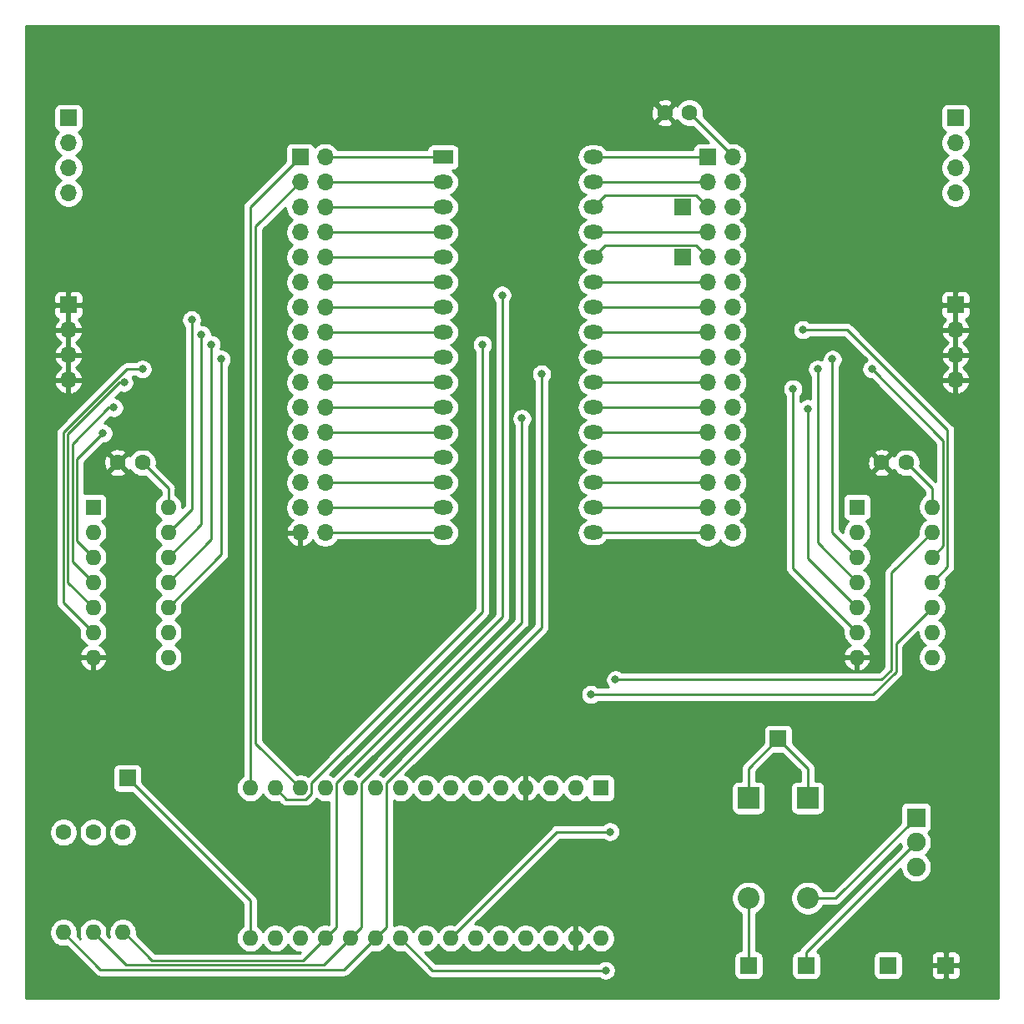
<source format=gtl>
G04 #@! TF.GenerationSoftware,KiCad,Pcbnew,(5.1.9)-1*
G04 #@! TF.CreationDate,2022-11-18T16:49:03-05:00*
G04 #@! TF.ProjectId,TommyPROM32,546f6d6d-7950-4524-9f4d-33322e6b6963,rev?*
G04 #@! TF.SameCoordinates,Original*
G04 #@! TF.FileFunction,Copper,L1,Top*
G04 #@! TF.FilePolarity,Positive*
%FSLAX46Y46*%
G04 Gerber Fmt 4.6, Leading zero omitted, Abs format (unit mm)*
G04 Created by KiCad (PCBNEW (5.1.9)-1) date 2022-11-18 16:49:03*
%MOMM*%
%LPD*%
G01*
G04 APERTURE LIST*
G04 #@! TA.AperFunction,ComponentPad*
%ADD10R,1.700000X1.700000*%
G04 #@! TD*
G04 #@! TA.AperFunction,ComponentPad*
%ADD11O,2.000000X1.440000*%
G04 #@! TD*
G04 #@! TA.AperFunction,ComponentPad*
%ADD12R,2.000000X1.440000*%
G04 #@! TD*
G04 #@! TA.AperFunction,ComponentPad*
%ADD13O,1.600000X1.600000*%
G04 #@! TD*
G04 #@! TA.AperFunction,ComponentPad*
%ADD14R,1.600000X1.600000*%
G04 #@! TD*
G04 #@! TA.AperFunction,ComponentPad*
%ADD15C,1.900000*%
G04 #@! TD*
G04 #@! TA.AperFunction,ComponentPad*
%ADD16R,1.900000X1.900000*%
G04 #@! TD*
G04 #@! TA.AperFunction,ComponentPad*
%ADD17C,1.600000*%
G04 #@! TD*
G04 #@! TA.AperFunction,ComponentPad*
%ADD18O,1.700000X1.700000*%
G04 #@! TD*
G04 #@! TA.AperFunction,ComponentPad*
%ADD19O,2.200000X2.200000*%
G04 #@! TD*
G04 #@! TA.AperFunction,ComponentPad*
%ADD20R,2.200000X2.200000*%
G04 #@! TD*
G04 #@! TA.AperFunction,ViaPad*
%ADD21C,0.800000*%
G04 #@! TD*
G04 #@! TA.AperFunction,Conductor*
%ADD22C,0.250000*%
G04 #@! TD*
G04 #@! TA.AperFunction,Conductor*
%ADD23C,0.254000*%
G04 #@! TD*
G04 #@! TA.AperFunction,Conductor*
%ADD24C,0.100000*%
G04 #@! TD*
G04 APERTURE END LIST*
D10*
X149000000Y-131000000D03*
D11*
X113240000Y-87100000D03*
X98000000Y-87100000D03*
X113240000Y-84560000D03*
X98000000Y-84560000D03*
X113240000Y-82020000D03*
X98000000Y-82020000D03*
X113240000Y-79480000D03*
X98000000Y-79480000D03*
X113240000Y-76940000D03*
X98000000Y-76940000D03*
X113240000Y-74400000D03*
X98000000Y-74400000D03*
X113240000Y-71860000D03*
X98000000Y-71860000D03*
X113240000Y-69320000D03*
X98000000Y-69320000D03*
X113240000Y-66780000D03*
X98000000Y-66780000D03*
X113240000Y-64240000D03*
X98000000Y-64240000D03*
X113240000Y-61700000D03*
X98000000Y-61700000D03*
X113240000Y-59160000D03*
X98000000Y-59160000D03*
X113240000Y-56620000D03*
X98000000Y-56620000D03*
X113240000Y-54080000D03*
X98000000Y-54080000D03*
X113240000Y-51540000D03*
X98000000Y-51540000D03*
X113240000Y-49000000D03*
D12*
X98000000Y-49000000D03*
D13*
X147620000Y-84500000D03*
X140000000Y-99740000D03*
X147620000Y-87040000D03*
X140000000Y-97200000D03*
X147620000Y-89580000D03*
X140000000Y-94660000D03*
X147620000Y-92120000D03*
X140000000Y-92120000D03*
X147620000Y-94660000D03*
X140000000Y-89580000D03*
X147620000Y-97200000D03*
X140000000Y-87040000D03*
X147620000Y-99740000D03*
D14*
X140000000Y-84500000D03*
D13*
X70120000Y-84500000D03*
X62500000Y-99740000D03*
X70120000Y-87040000D03*
X62500000Y-97200000D03*
X70120000Y-89580000D03*
X62500000Y-94660000D03*
X70120000Y-92120000D03*
X62500000Y-92120000D03*
X70120000Y-94660000D03*
X62500000Y-89580000D03*
X70120000Y-97200000D03*
X62500000Y-87040000D03*
X70120000Y-99740000D03*
D14*
X62500000Y-84500000D03*
D15*
X146000000Y-121000000D03*
X146000000Y-118500000D03*
D16*
X146000000Y-116000000D03*
D13*
X65500000Y-127660000D03*
D17*
X65500000Y-117500000D03*
D13*
X62500000Y-127660000D03*
D17*
X62500000Y-117500000D03*
D13*
X59500000Y-127660000D03*
D17*
X59500000Y-117500000D03*
D10*
X143149999Y-131000000D03*
X66000000Y-112000000D03*
X132000000Y-108000000D03*
D18*
X150000000Y-71620000D03*
X150000000Y-69080000D03*
X150000000Y-66540000D03*
D10*
X150000000Y-64000000D03*
D18*
X60000000Y-71620000D03*
X60000000Y-69080000D03*
X60000000Y-66540000D03*
D10*
X60000000Y-64000000D03*
D18*
X150000000Y-52620000D03*
X150000000Y-50080000D03*
X150000000Y-47540000D03*
D10*
X150000000Y-45000000D03*
D18*
X60000000Y-52620000D03*
X60000000Y-50080000D03*
X60000000Y-47540000D03*
D10*
X60000000Y-45000000D03*
X129000000Y-131000000D03*
X134850000Y-131000000D03*
X122300000Y-59160000D03*
X122300000Y-54080000D03*
D18*
X127390000Y-87100000D03*
X124850000Y-87100000D03*
X127390000Y-84560000D03*
X124850000Y-84560000D03*
X127390000Y-82020000D03*
X124850000Y-82020000D03*
X127390000Y-79480000D03*
X124850000Y-79480000D03*
X127390000Y-76940000D03*
X124850000Y-76940000D03*
X127390000Y-74400000D03*
X124850000Y-74400000D03*
X127390000Y-71860000D03*
X124850000Y-71860000D03*
X127390000Y-69320000D03*
X124850000Y-69320000D03*
X127390000Y-66780000D03*
X124850000Y-66780000D03*
X127390000Y-64240000D03*
X124850000Y-64240000D03*
X127390000Y-61700000D03*
X124850000Y-61700000D03*
X127390000Y-59160000D03*
X124850000Y-59160000D03*
X127390000Y-56620000D03*
X124850000Y-56620000D03*
X127390000Y-54080000D03*
X124850000Y-54080000D03*
X127390000Y-51540000D03*
X124850000Y-51540000D03*
X127390000Y-49000000D03*
D10*
X124850000Y-49000000D03*
D18*
X86040000Y-87100000D03*
X83500000Y-87100000D03*
X86040000Y-84560000D03*
X83500000Y-84560000D03*
X86040000Y-82020000D03*
X83500000Y-82020000D03*
X86040000Y-79480000D03*
X83500000Y-79480000D03*
X86040000Y-76940000D03*
X83500000Y-76940000D03*
X86040000Y-74400000D03*
X83500000Y-74400000D03*
X86040000Y-71860000D03*
X83500000Y-71860000D03*
X86040000Y-69320000D03*
X83500000Y-69320000D03*
X86040000Y-66780000D03*
X83500000Y-66780000D03*
X86040000Y-64240000D03*
X83500000Y-64240000D03*
X86040000Y-61700000D03*
X83500000Y-61700000D03*
X86040000Y-59160000D03*
X83500000Y-59160000D03*
X86040000Y-56620000D03*
X83500000Y-56620000D03*
X86040000Y-54080000D03*
X83500000Y-54080000D03*
X86040000Y-51540000D03*
X83500000Y-51540000D03*
X86040000Y-49000000D03*
D10*
X83500000Y-49000000D03*
D19*
X135000000Y-124160000D03*
D20*
X135000000Y-114000000D03*
D19*
X129000000Y-124160000D03*
D20*
X129000000Y-114000000D03*
D17*
X65000000Y-80000000D03*
X67500000Y-80000000D03*
X120500000Y-44500000D03*
X123000000Y-44500000D03*
X142500000Y-80000000D03*
X145000000Y-80000000D03*
D13*
X78440000Y-128240000D03*
X78440000Y-113000000D03*
X114000000Y-128240000D03*
X80980000Y-113000000D03*
X111460000Y-128240000D03*
X83520000Y-113000000D03*
X108920000Y-128240000D03*
X86060000Y-113000000D03*
X106380000Y-128240000D03*
X88600000Y-113000000D03*
X103840000Y-128240000D03*
X91140000Y-113000000D03*
X101300000Y-128240000D03*
X93680000Y-113000000D03*
X98760000Y-128240000D03*
X96220000Y-113000000D03*
X96220000Y-128240000D03*
X98760000Y-113000000D03*
X93680000Y-128240000D03*
X101300000Y-113000000D03*
X91140000Y-128240000D03*
X103840000Y-113000000D03*
X88600000Y-128240000D03*
X106380000Y-113000000D03*
X86060000Y-128240000D03*
X108920000Y-113000000D03*
X83520000Y-128240000D03*
X111460000Y-113000000D03*
X80980000Y-128240000D03*
D14*
X114000000Y-113000000D03*
D21*
X102000000Y-68000000D03*
X114933526Y-117433526D03*
X114500000Y-131500000D03*
X108000000Y-71000000D03*
X106000000Y-75500000D03*
X104000000Y-63000000D03*
X63500000Y-77000000D03*
X64600000Y-74400000D03*
X65640000Y-71860000D03*
X67500000Y-70500000D03*
X75500000Y-69500000D03*
X74500000Y-68000000D03*
X73500000Y-67000000D03*
X72500000Y-65500000D03*
X113000000Y-103500000D03*
X115500000Y-102000000D03*
X141500000Y-70500000D03*
X134500000Y-66500000D03*
X137500000Y-69500000D03*
X136000000Y-70500000D03*
X133500000Y-72500000D03*
X135000000Y-74500000D03*
D22*
X78440000Y-124440000D02*
X66000000Y-112000000D01*
X78440000Y-128240000D02*
X78440000Y-124440000D01*
X78440000Y-113000000D02*
X78440000Y-54060000D01*
X78440000Y-54060000D02*
X83500000Y-49000000D01*
X80980000Y-113000000D02*
X82105001Y-114125001D01*
X82105001Y-114125001D02*
X84060001Y-114125001D01*
X84060001Y-114125001D02*
X84645001Y-113540001D01*
X84645001Y-113540001D02*
X84645001Y-112459999D01*
X84645001Y-112459999D02*
X102000000Y-95105000D01*
X102000000Y-95105000D02*
X102000000Y-68000000D01*
X83520000Y-113000000D02*
X79000000Y-108480000D01*
X79000000Y-56040000D02*
X83500000Y-51540000D01*
X79000000Y-108480000D02*
X79000000Y-56040000D01*
X70120000Y-82620000D02*
X67500000Y-80000000D01*
X70120000Y-84500000D02*
X70120000Y-82620000D01*
X147620000Y-82620000D02*
X145000000Y-80000000D01*
X147620000Y-84500000D02*
X147620000Y-82620000D01*
X127390000Y-48890000D02*
X127390000Y-49000000D01*
X123000000Y-44500000D02*
X127390000Y-48890000D01*
X109566474Y-117433526D02*
X114933526Y-117433526D01*
X98760000Y-128240000D02*
X109566474Y-117433526D01*
X96940000Y-131500000D02*
X93680000Y-128240000D01*
X114500000Y-131500000D02*
X96940000Y-131500000D01*
X108000000Y-96725000D02*
X108000000Y-71000000D01*
X92265001Y-112459999D02*
X108000000Y-96725000D01*
X92265001Y-127114999D02*
X92265001Y-112459999D01*
X91140000Y-128240000D02*
X92265001Y-127114999D01*
X63240018Y-131400018D02*
X59500000Y-127660000D01*
X87979982Y-131400018D02*
X63240018Y-131400018D01*
X91140000Y-128240000D02*
X87979982Y-131400018D01*
X89725001Y-112459999D02*
X106000000Y-96185000D01*
X106000000Y-96185000D02*
X106000000Y-75500000D01*
X89725001Y-127114999D02*
X89725001Y-112459999D01*
X88600000Y-128240000D02*
X89725001Y-127114999D01*
X62580000Y-127660000D02*
X62500000Y-127660000D01*
X65870009Y-130950009D02*
X62580000Y-127660000D01*
X85889991Y-130950009D02*
X65870009Y-130950009D01*
X88600000Y-128240000D02*
X85889991Y-130950009D01*
X86060000Y-128240000D02*
X87185001Y-127114999D01*
X87185001Y-127114999D02*
X87185001Y-112459999D01*
X87185001Y-112459999D02*
X104000000Y-95645000D01*
X104000000Y-95645000D02*
X104000000Y-63000000D01*
X65660000Y-127660000D02*
X65500000Y-127660000D01*
X68500000Y-130500000D02*
X65660000Y-127660000D01*
X83800000Y-130500000D02*
X68500000Y-130500000D01*
X86060000Y-128240000D02*
X83800000Y-130500000D01*
X129000000Y-131000000D02*
X129000000Y-124160000D01*
X129000000Y-111000000D02*
X132000000Y-108000000D01*
X129000000Y-114000000D02*
X129000000Y-111000000D01*
X135000000Y-111000000D02*
X132000000Y-108000000D01*
X135000000Y-114000000D02*
X135000000Y-111000000D01*
X137840000Y-124160000D02*
X146000000Y-116000000D01*
X135000000Y-124160000D02*
X137840000Y-124160000D01*
X86040000Y-87100000D02*
X98000000Y-87100000D01*
X86040000Y-84560000D02*
X98000000Y-84560000D01*
X86040000Y-82020000D02*
X98000000Y-82020000D01*
X86040000Y-79480000D02*
X98000000Y-79480000D01*
X86040000Y-76940000D02*
X98000000Y-76940000D01*
X86040000Y-74400000D02*
X98000000Y-74400000D01*
X86040000Y-71860000D02*
X98000000Y-71860000D01*
X86040000Y-69320000D02*
X98000000Y-69320000D01*
X60850033Y-87930033D02*
X62500000Y-89580000D01*
X60850033Y-79649967D02*
X60850033Y-87930033D01*
X63560000Y-76940000D02*
X63500000Y-77000000D01*
X63500000Y-77000000D02*
X60850033Y-79649967D01*
X64100000Y-74400000D02*
X60400022Y-78099978D01*
X60400022Y-90020022D02*
X62500000Y-92120000D01*
X60400022Y-78099978D02*
X60400022Y-90020022D01*
X64600000Y-74400000D02*
X64100000Y-74400000D01*
X59950011Y-92110011D02*
X62500000Y-94660000D01*
X59950011Y-77118194D02*
X59950011Y-92110011D01*
X65208205Y-71860000D02*
X59950011Y-77118194D01*
X65640000Y-71860000D02*
X65208205Y-71860000D01*
X62500000Y-97200000D02*
X59500000Y-94200000D01*
X59500000Y-94200000D02*
X59500000Y-76931794D01*
X65931794Y-70500000D02*
X67500000Y-70500000D01*
X59500000Y-76931794D02*
X65931794Y-70500000D01*
X75500000Y-89280000D02*
X75500000Y-69500000D01*
X70120000Y-94660000D02*
X75500000Y-89280000D01*
X74500000Y-87740000D02*
X74500000Y-68000000D01*
X70120000Y-92120000D02*
X74500000Y-87740000D01*
X73500000Y-86200000D02*
X73500000Y-67000000D01*
X70120000Y-89580000D02*
X73500000Y-86200000D01*
X70120000Y-87040000D02*
X72500000Y-84660000D01*
X72500000Y-84660000D02*
X72500000Y-65500000D01*
X141636410Y-103500000D02*
X113000000Y-103500000D01*
X143950009Y-101186401D02*
X141636410Y-103500000D01*
X143950009Y-98329991D02*
X143950009Y-101186401D01*
X147620000Y-94660000D02*
X143950009Y-98329991D01*
X147620000Y-87040000D02*
X143500000Y-91160000D01*
X143500000Y-91160000D02*
X143500000Y-101000000D01*
X143500000Y-101000000D02*
X142500000Y-102000000D01*
X142500000Y-102000000D02*
X115500000Y-102000000D01*
X148745001Y-77745001D02*
X141500000Y-70500000D01*
X148745001Y-88454999D02*
X148745001Y-77745001D01*
X147620000Y-89580000D02*
X148745001Y-88454999D01*
X149195010Y-90544990D02*
X149195010Y-76695010D01*
X147620000Y-92120000D02*
X149195010Y-90544990D01*
X139000000Y-66500000D02*
X134500000Y-66500000D01*
X149195010Y-76695010D02*
X139000000Y-66500000D01*
X137500000Y-87080000D02*
X137500000Y-69500000D01*
X140000000Y-89580000D02*
X137500000Y-87080000D01*
X136000000Y-88120000D02*
X136000000Y-70500000D01*
X140000000Y-92120000D02*
X136000000Y-88120000D01*
X133500000Y-90700000D02*
X133500000Y-72500000D01*
X140000000Y-97200000D02*
X133500000Y-90700000D01*
X135000000Y-89660000D02*
X135000000Y-74500000D01*
X140000000Y-94660000D02*
X135000000Y-89660000D01*
X113240000Y-66780000D02*
X124850000Y-66780000D01*
X113240000Y-64240000D02*
X124850000Y-64240000D01*
X113240000Y-61700000D02*
X124850000Y-61700000D01*
X123674999Y-57984999D02*
X124850000Y-59160000D01*
X114415001Y-57984999D02*
X123674999Y-57984999D01*
X113240000Y-59160000D02*
X114415001Y-57984999D01*
X113240000Y-56620000D02*
X124850000Y-56620000D01*
X123674999Y-52904999D02*
X124850000Y-54080000D01*
X114415001Y-52904999D02*
X123674999Y-52904999D01*
X113240000Y-54080000D02*
X114415001Y-52904999D01*
X113240000Y-51540000D02*
X124850000Y-51540000D01*
X113240000Y-49000000D02*
X124850000Y-49000000D01*
X134850000Y-129650000D02*
X134850000Y-131000000D01*
X146000000Y-118500000D02*
X134850000Y-129650000D01*
X86040000Y-66780000D02*
X98000000Y-66780000D01*
X86040000Y-64240000D02*
X98000000Y-64240000D01*
X86040000Y-61700000D02*
X98000000Y-61700000D01*
X86040000Y-59160000D02*
X98000000Y-59160000D01*
X86040000Y-56620000D02*
X98000000Y-56620000D01*
X86040000Y-54080000D02*
X98000000Y-54080000D01*
X86040000Y-51540000D02*
X98000000Y-51540000D01*
X86040000Y-49000000D02*
X98000000Y-49000000D01*
X113240000Y-87100000D02*
X124850000Y-87100000D01*
X113240000Y-84560000D02*
X124850000Y-84560000D01*
X113240000Y-82020000D02*
X124850000Y-82020000D01*
X113240000Y-79480000D02*
X124850000Y-79480000D01*
X113240000Y-76940000D02*
X124850000Y-76940000D01*
X113240000Y-74400000D02*
X124850000Y-74400000D01*
X113240000Y-71860000D02*
X124850000Y-71860000D01*
X113240000Y-69320000D02*
X124850000Y-69320000D01*
D23*
X154340000Y-134340000D02*
X55660000Y-134340000D01*
X55660000Y-127518665D01*
X58065000Y-127518665D01*
X58065000Y-127801335D01*
X58120147Y-128078574D01*
X58228320Y-128339727D01*
X58385363Y-128574759D01*
X58585241Y-128774637D01*
X58820273Y-128931680D01*
X59081426Y-129039853D01*
X59358665Y-129095000D01*
X59641335Y-129095000D01*
X59823887Y-129058688D01*
X62676219Y-131911021D01*
X62700017Y-131940019D01*
X62815742Y-132034992D01*
X62947771Y-132105564D01*
X63091032Y-132149021D01*
X63202685Y-132160018D01*
X63202694Y-132160018D01*
X63240017Y-132163694D01*
X63277340Y-132160018D01*
X87942660Y-132160018D01*
X87979982Y-132163694D01*
X88017304Y-132160018D01*
X88017315Y-132160018D01*
X88128968Y-132149021D01*
X88272229Y-132105564D01*
X88404258Y-132034992D01*
X88519983Y-131940019D01*
X88543786Y-131911015D01*
X90816114Y-129638688D01*
X90998665Y-129675000D01*
X91281335Y-129675000D01*
X91558574Y-129619853D01*
X91819727Y-129511680D01*
X92054759Y-129354637D01*
X92254637Y-129154759D01*
X92410000Y-128922241D01*
X92565363Y-129154759D01*
X92765241Y-129354637D01*
X93000273Y-129511680D01*
X93261426Y-129619853D01*
X93538665Y-129675000D01*
X93821335Y-129675000D01*
X94003886Y-129638688D01*
X96376201Y-132011003D01*
X96399999Y-132040001D01*
X96515724Y-132134974D01*
X96647753Y-132205546D01*
X96791014Y-132249003D01*
X96902667Y-132260000D01*
X96902676Y-132260000D01*
X96939999Y-132263676D01*
X96977322Y-132260000D01*
X113796289Y-132260000D01*
X113840226Y-132303937D01*
X114009744Y-132417205D01*
X114198102Y-132495226D01*
X114398061Y-132535000D01*
X114601939Y-132535000D01*
X114801898Y-132495226D01*
X114990256Y-132417205D01*
X115159774Y-132303937D01*
X115303937Y-132159774D01*
X115417205Y-131990256D01*
X115495226Y-131801898D01*
X115535000Y-131601939D01*
X115535000Y-131398061D01*
X115495226Y-131198102D01*
X115417205Y-131009744D01*
X115303937Y-130840226D01*
X115159774Y-130696063D01*
X114990256Y-130582795D01*
X114801898Y-130504774D01*
X114601939Y-130465000D01*
X114398061Y-130465000D01*
X114198102Y-130504774D01*
X114009744Y-130582795D01*
X113840226Y-130696063D01*
X113796289Y-130740000D01*
X97254802Y-130740000D01*
X96189802Y-129675000D01*
X96361335Y-129675000D01*
X96638574Y-129619853D01*
X96899727Y-129511680D01*
X97134759Y-129354637D01*
X97334637Y-129154759D01*
X97490000Y-128922241D01*
X97645363Y-129154759D01*
X97845241Y-129354637D01*
X98080273Y-129511680D01*
X98341426Y-129619853D01*
X98618665Y-129675000D01*
X98901335Y-129675000D01*
X99178574Y-129619853D01*
X99439727Y-129511680D01*
X99674759Y-129354637D01*
X99874637Y-129154759D01*
X100030000Y-128922241D01*
X100185363Y-129154759D01*
X100385241Y-129354637D01*
X100620273Y-129511680D01*
X100881426Y-129619853D01*
X101158665Y-129675000D01*
X101441335Y-129675000D01*
X101718574Y-129619853D01*
X101979727Y-129511680D01*
X102214759Y-129354637D01*
X102414637Y-129154759D01*
X102570000Y-128922241D01*
X102725363Y-129154759D01*
X102925241Y-129354637D01*
X103160273Y-129511680D01*
X103421426Y-129619853D01*
X103698665Y-129675000D01*
X103981335Y-129675000D01*
X104258574Y-129619853D01*
X104519727Y-129511680D01*
X104754759Y-129354637D01*
X104954637Y-129154759D01*
X105110000Y-128922241D01*
X105265363Y-129154759D01*
X105465241Y-129354637D01*
X105700273Y-129511680D01*
X105961426Y-129619853D01*
X106238665Y-129675000D01*
X106521335Y-129675000D01*
X106798574Y-129619853D01*
X107059727Y-129511680D01*
X107294759Y-129354637D01*
X107494637Y-129154759D01*
X107650000Y-128922241D01*
X107805363Y-129154759D01*
X108005241Y-129354637D01*
X108240273Y-129511680D01*
X108501426Y-129619853D01*
X108778665Y-129675000D01*
X109061335Y-129675000D01*
X109338574Y-129619853D01*
X109599727Y-129511680D01*
X109834759Y-129354637D01*
X110034637Y-129154759D01*
X110191680Y-128919727D01*
X110196067Y-128909135D01*
X110307615Y-129095131D01*
X110496586Y-129303519D01*
X110722580Y-129471037D01*
X110976913Y-129591246D01*
X111110961Y-129631904D01*
X111333000Y-129509915D01*
X111333000Y-128367000D01*
X111313000Y-128367000D01*
X111313000Y-128113000D01*
X111333000Y-128113000D01*
X111333000Y-126970085D01*
X111587000Y-126970085D01*
X111587000Y-128113000D01*
X111607000Y-128113000D01*
X111607000Y-128367000D01*
X111587000Y-128367000D01*
X111587000Y-129509915D01*
X111809039Y-129631904D01*
X111943087Y-129591246D01*
X112197420Y-129471037D01*
X112423414Y-129303519D01*
X112612385Y-129095131D01*
X112723933Y-128909135D01*
X112728320Y-128919727D01*
X112885363Y-129154759D01*
X113085241Y-129354637D01*
X113320273Y-129511680D01*
X113581426Y-129619853D01*
X113858665Y-129675000D01*
X114141335Y-129675000D01*
X114418574Y-129619853D01*
X114679727Y-129511680D01*
X114914759Y-129354637D01*
X115114637Y-129154759D01*
X115271680Y-128919727D01*
X115379853Y-128658574D01*
X115435000Y-128381335D01*
X115435000Y-128098665D01*
X115379853Y-127821426D01*
X115271680Y-127560273D01*
X115114637Y-127325241D01*
X114914759Y-127125363D01*
X114679727Y-126968320D01*
X114418574Y-126860147D01*
X114141335Y-126805000D01*
X113858665Y-126805000D01*
X113581426Y-126860147D01*
X113320273Y-126968320D01*
X113085241Y-127125363D01*
X112885363Y-127325241D01*
X112728320Y-127560273D01*
X112723933Y-127570865D01*
X112612385Y-127384869D01*
X112423414Y-127176481D01*
X112197420Y-127008963D01*
X111943087Y-126888754D01*
X111809039Y-126848096D01*
X111587000Y-126970085D01*
X111333000Y-126970085D01*
X111110961Y-126848096D01*
X110976913Y-126888754D01*
X110722580Y-127008963D01*
X110496586Y-127176481D01*
X110307615Y-127384869D01*
X110196067Y-127570865D01*
X110191680Y-127560273D01*
X110034637Y-127325241D01*
X109834759Y-127125363D01*
X109599727Y-126968320D01*
X109338574Y-126860147D01*
X109061335Y-126805000D01*
X108778665Y-126805000D01*
X108501426Y-126860147D01*
X108240273Y-126968320D01*
X108005241Y-127125363D01*
X107805363Y-127325241D01*
X107650000Y-127557759D01*
X107494637Y-127325241D01*
X107294759Y-127125363D01*
X107059727Y-126968320D01*
X106798574Y-126860147D01*
X106521335Y-126805000D01*
X106238665Y-126805000D01*
X105961426Y-126860147D01*
X105700273Y-126968320D01*
X105465241Y-127125363D01*
X105265363Y-127325241D01*
X105110000Y-127557759D01*
X104954637Y-127325241D01*
X104754759Y-127125363D01*
X104519727Y-126968320D01*
X104258574Y-126860147D01*
X103981335Y-126805000D01*
X103698665Y-126805000D01*
X103421426Y-126860147D01*
X103160273Y-126968320D01*
X102925241Y-127125363D01*
X102725363Y-127325241D01*
X102570000Y-127557759D01*
X102414637Y-127325241D01*
X102214759Y-127125363D01*
X101979727Y-126968320D01*
X101718574Y-126860147D01*
X101441335Y-126805000D01*
X101269801Y-126805000D01*
X104085684Y-123989117D01*
X127265000Y-123989117D01*
X127265000Y-124330883D01*
X127331675Y-124666081D01*
X127462463Y-124981831D01*
X127652337Y-125265998D01*
X127894002Y-125507663D01*
X128178169Y-125697537D01*
X128240001Y-125723149D01*
X128240000Y-129511928D01*
X128150000Y-129511928D01*
X128025518Y-129524188D01*
X127905820Y-129560498D01*
X127795506Y-129619463D01*
X127698815Y-129698815D01*
X127619463Y-129795506D01*
X127560498Y-129905820D01*
X127524188Y-130025518D01*
X127511928Y-130150000D01*
X127511928Y-131850000D01*
X127524188Y-131974482D01*
X127560498Y-132094180D01*
X127619463Y-132204494D01*
X127698815Y-132301185D01*
X127795506Y-132380537D01*
X127905820Y-132439502D01*
X128025518Y-132475812D01*
X128150000Y-132488072D01*
X129850000Y-132488072D01*
X129974482Y-132475812D01*
X130094180Y-132439502D01*
X130204494Y-132380537D01*
X130301185Y-132301185D01*
X130380537Y-132204494D01*
X130439502Y-132094180D01*
X130475812Y-131974482D01*
X130488072Y-131850000D01*
X130488072Y-130150000D01*
X130475812Y-130025518D01*
X130439502Y-129905820D01*
X130380537Y-129795506D01*
X130301185Y-129698815D01*
X130204494Y-129619463D01*
X130094180Y-129560498D01*
X129974482Y-129524188D01*
X129850000Y-129511928D01*
X129760000Y-129511928D01*
X129760000Y-125723148D01*
X129821831Y-125697537D01*
X130105998Y-125507663D01*
X130347663Y-125265998D01*
X130537537Y-124981831D01*
X130668325Y-124666081D01*
X130735000Y-124330883D01*
X130735000Y-123989117D01*
X133265000Y-123989117D01*
X133265000Y-124330883D01*
X133331675Y-124666081D01*
X133462463Y-124981831D01*
X133652337Y-125265998D01*
X133894002Y-125507663D01*
X134178169Y-125697537D01*
X134493919Y-125828325D01*
X134829117Y-125895000D01*
X135170883Y-125895000D01*
X135506081Y-125828325D01*
X135821831Y-125697537D01*
X136105998Y-125507663D01*
X136347663Y-125265998D01*
X136537537Y-124981831D01*
X136563148Y-124920000D01*
X137802678Y-124920000D01*
X137840000Y-124923676D01*
X137877322Y-124920000D01*
X137877333Y-124920000D01*
X137988986Y-124909003D01*
X138132247Y-124865546D01*
X138264276Y-124794974D01*
X138380001Y-124700001D01*
X138403804Y-124670997D01*
X144415613Y-118659189D01*
X144473748Y-118951451D01*
X134339003Y-129086196D01*
X134309999Y-129109999D01*
X134273266Y-129154759D01*
X134215026Y-129225724D01*
X134146120Y-129354637D01*
X134144454Y-129357754D01*
X134100997Y-129501015D01*
X134099922Y-129511928D01*
X134000000Y-129511928D01*
X133875518Y-129524188D01*
X133755820Y-129560498D01*
X133645506Y-129619463D01*
X133548815Y-129698815D01*
X133469463Y-129795506D01*
X133410498Y-129905820D01*
X133374188Y-130025518D01*
X133361928Y-130150000D01*
X133361928Y-131850000D01*
X133374188Y-131974482D01*
X133410498Y-132094180D01*
X133469463Y-132204494D01*
X133548815Y-132301185D01*
X133645506Y-132380537D01*
X133755820Y-132439502D01*
X133875518Y-132475812D01*
X134000000Y-132488072D01*
X135700000Y-132488072D01*
X135824482Y-132475812D01*
X135944180Y-132439502D01*
X136054494Y-132380537D01*
X136151185Y-132301185D01*
X136230537Y-132204494D01*
X136289502Y-132094180D01*
X136325812Y-131974482D01*
X136338072Y-131850000D01*
X136338072Y-130150000D01*
X141661927Y-130150000D01*
X141661927Y-131850000D01*
X141674187Y-131974482D01*
X141710497Y-132094180D01*
X141769462Y-132204494D01*
X141848814Y-132301185D01*
X141945505Y-132380537D01*
X142055819Y-132439502D01*
X142175517Y-132475812D01*
X142299999Y-132488072D01*
X143999999Y-132488072D01*
X144124481Y-132475812D01*
X144244179Y-132439502D01*
X144354493Y-132380537D01*
X144451184Y-132301185D01*
X144530536Y-132204494D01*
X144589501Y-132094180D01*
X144625811Y-131974482D01*
X144638071Y-131850000D01*
X147511928Y-131850000D01*
X147524188Y-131974482D01*
X147560498Y-132094180D01*
X147619463Y-132204494D01*
X147698815Y-132301185D01*
X147795506Y-132380537D01*
X147905820Y-132439502D01*
X148025518Y-132475812D01*
X148150000Y-132488072D01*
X148714250Y-132485000D01*
X148873000Y-132326250D01*
X148873000Y-131127000D01*
X149127000Y-131127000D01*
X149127000Y-132326250D01*
X149285750Y-132485000D01*
X149850000Y-132488072D01*
X149974482Y-132475812D01*
X150094180Y-132439502D01*
X150204494Y-132380537D01*
X150301185Y-132301185D01*
X150380537Y-132204494D01*
X150439502Y-132094180D01*
X150475812Y-131974482D01*
X150488072Y-131850000D01*
X150485000Y-131285750D01*
X150326250Y-131127000D01*
X149127000Y-131127000D01*
X148873000Y-131127000D01*
X147673750Y-131127000D01*
X147515000Y-131285750D01*
X147511928Y-131850000D01*
X144638071Y-131850000D01*
X144638071Y-130150000D01*
X147511928Y-130150000D01*
X147515000Y-130714250D01*
X147673750Y-130873000D01*
X148873000Y-130873000D01*
X148873000Y-129673750D01*
X149127000Y-129673750D01*
X149127000Y-130873000D01*
X150326250Y-130873000D01*
X150485000Y-130714250D01*
X150488072Y-130150000D01*
X150475812Y-130025518D01*
X150439502Y-129905820D01*
X150380537Y-129795506D01*
X150301185Y-129698815D01*
X150204494Y-129619463D01*
X150094180Y-129560498D01*
X149974482Y-129524188D01*
X149850000Y-129511928D01*
X149285750Y-129515000D01*
X149127000Y-129673750D01*
X148873000Y-129673750D01*
X148714250Y-129515000D01*
X148150000Y-129511928D01*
X148025518Y-129524188D01*
X147905820Y-129560498D01*
X147795506Y-129619463D01*
X147698815Y-129698815D01*
X147619463Y-129795506D01*
X147560498Y-129905820D01*
X147524188Y-130025518D01*
X147511928Y-130150000D01*
X144638071Y-130150000D01*
X144625811Y-130025518D01*
X144589501Y-129905820D01*
X144530536Y-129795506D01*
X144451184Y-129698815D01*
X144354493Y-129619463D01*
X144244179Y-129560498D01*
X144124481Y-129524188D01*
X143999999Y-129511928D01*
X142299999Y-129511928D01*
X142175517Y-129524188D01*
X142055819Y-129560498D01*
X141945505Y-129619463D01*
X141848814Y-129698815D01*
X141769462Y-129795506D01*
X141710497Y-129905820D01*
X141674187Y-130025518D01*
X141661927Y-130150000D01*
X136338072Y-130150000D01*
X136325812Y-130025518D01*
X136289502Y-129905820D01*
X136230537Y-129795506D01*
X136151185Y-129698815D01*
X136054494Y-129619463D01*
X135989877Y-129584924D01*
X144415613Y-121159189D01*
X144475911Y-121462327D01*
X144595391Y-121750779D01*
X144768850Y-122010379D01*
X144989621Y-122231150D01*
X145249221Y-122404609D01*
X145537673Y-122524089D01*
X145843891Y-122585000D01*
X146156109Y-122585000D01*
X146462327Y-122524089D01*
X146750779Y-122404609D01*
X147010379Y-122231150D01*
X147231150Y-122010379D01*
X147404609Y-121750779D01*
X147524089Y-121462327D01*
X147585000Y-121156109D01*
X147585000Y-120843891D01*
X147524089Y-120537673D01*
X147404609Y-120249221D01*
X147231150Y-119989621D01*
X147010379Y-119768850D01*
X146982168Y-119750000D01*
X147010379Y-119731150D01*
X147231150Y-119510379D01*
X147404609Y-119250779D01*
X147524089Y-118962327D01*
X147585000Y-118656109D01*
X147585000Y-118343891D01*
X147524089Y-118037673D01*
X147404609Y-117749221D01*
X147245979Y-117511814D01*
X147304494Y-117480537D01*
X147401185Y-117401185D01*
X147480537Y-117304494D01*
X147539502Y-117194180D01*
X147575812Y-117074482D01*
X147588072Y-116950000D01*
X147588072Y-115050000D01*
X147575812Y-114925518D01*
X147539502Y-114805820D01*
X147480537Y-114695506D01*
X147401185Y-114598815D01*
X147304494Y-114519463D01*
X147194180Y-114460498D01*
X147074482Y-114424188D01*
X146950000Y-114411928D01*
X145050000Y-114411928D01*
X144925518Y-114424188D01*
X144805820Y-114460498D01*
X144695506Y-114519463D01*
X144598815Y-114598815D01*
X144519463Y-114695506D01*
X144460498Y-114805820D01*
X144424188Y-114925518D01*
X144411928Y-115050000D01*
X144411928Y-116513270D01*
X137525199Y-123400000D01*
X136563148Y-123400000D01*
X136537537Y-123338169D01*
X136347663Y-123054002D01*
X136105998Y-122812337D01*
X135821831Y-122622463D01*
X135506081Y-122491675D01*
X135170883Y-122425000D01*
X134829117Y-122425000D01*
X134493919Y-122491675D01*
X134178169Y-122622463D01*
X133894002Y-122812337D01*
X133652337Y-123054002D01*
X133462463Y-123338169D01*
X133331675Y-123653919D01*
X133265000Y-123989117D01*
X130735000Y-123989117D01*
X130668325Y-123653919D01*
X130537537Y-123338169D01*
X130347663Y-123054002D01*
X130105998Y-122812337D01*
X129821831Y-122622463D01*
X129506081Y-122491675D01*
X129170883Y-122425000D01*
X128829117Y-122425000D01*
X128493919Y-122491675D01*
X128178169Y-122622463D01*
X127894002Y-122812337D01*
X127652337Y-123054002D01*
X127462463Y-123338169D01*
X127331675Y-123653919D01*
X127265000Y-123989117D01*
X104085684Y-123989117D01*
X109881276Y-118193526D01*
X114229815Y-118193526D01*
X114273752Y-118237463D01*
X114443270Y-118350731D01*
X114631628Y-118428752D01*
X114831587Y-118468526D01*
X115035465Y-118468526D01*
X115235424Y-118428752D01*
X115423782Y-118350731D01*
X115593300Y-118237463D01*
X115737463Y-118093300D01*
X115850731Y-117923782D01*
X115928752Y-117735424D01*
X115968526Y-117535465D01*
X115968526Y-117331587D01*
X115928752Y-117131628D01*
X115850731Y-116943270D01*
X115737463Y-116773752D01*
X115593300Y-116629589D01*
X115423782Y-116516321D01*
X115235424Y-116438300D01*
X115035465Y-116398526D01*
X114831587Y-116398526D01*
X114631628Y-116438300D01*
X114443270Y-116516321D01*
X114273752Y-116629589D01*
X114229815Y-116673526D01*
X109603796Y-116673526D01*
X109566473Y-116669850D01*
X109529150Y-116673526D01*
X109529141Y-116673526D01*
X109417488Y-116684523D01*
X109274227Y-116727980D01*
X109142197Y-116798552D01*
X109058557Y-116867194D01*
X109026473Y-116893525D01*
X109002675Y-116922523D01*
X99083887Y-126841312D01*
X98901335Y-126805000D01*
X98618665Y-126805000D01*
X98341426Y-126860147D01*
X98080273Y-126968320D01*
X97845241Y-127125363D01*
X97645363Y-127325241D01*
X97490000Y-127557759D01*
X97334637Y-127325241D01*
X97134759Y-127125363D01*
X96899727Y-126968320D01*
X96638574Y-126860147D01*
X96361335Y-126805000D01*
X96078665Y-126805000D01*
X95801426Y-126860147D01*
X95540273Y-126968320D01*
X95305241Y-127125363D01*
X95105363Y-127325241D01*
X94950000Y-127557759D01*
X94794637Y-127325241D01*
X94594759Y-127125363D01*
X94359727Y-126968320D01*
X94098574Y-126860147D01*
X93821335Y-126805000D01*
X93538665Y-126805000D01*
X93261426Y-126860147D01*
X93025001Y-126958077D01*
X93025001Y-114281923D01*
X93261426Y-114379853D01*
X93538665Y-114435000D01*
X93821335Y-114435000D01*
X94098574Y-114379853D01*
X94359727Y-114271680D01*
X94594759Y-114114637D01*
X94794637Y-113914759D01*
X94950000Y-113682241D01*
X95105363Y-113914759D01*
X95305241Y-114114637D01*
X95540273Y-114271680D01*
X95801426Y-114379853D01*
X96078665Y-114435000D01*
X96361335Y-114435000D01*
X96638574Y-114379853D01*
X96899727Y-114271680D01*
X97134759Y-114114637D01*
X97334637Y-113914759D01*
X97490000Y-113682241D01*
X97645363Y-113914759D01*
X97845241Y-114114637D01*
X98080273Y-114271680D01*
X98341426Y-114379853D01*
X98618665Y-114435000D01*
X98901335Y-114435000D01*
X99178574Y-114379853D01*
X99439727Y-114271680D01*
X99674759Y-114114637D01*
X99874637Y-113914759D01*
X100030000Y-113682241D01*
X100185363Y-113914759D01*
X100385241Y-114114637D01*
X100620273Y-114271680D01*
X100881426Y-114379853D01*
X101158665Y-114435000D01*
X101441335Y-114435000D01*
X101718574Y-114379853D01*
X101979727Y-114271680D01*
X102214759Y-114114637D01*
X102414637Y-113914759D01*
X102570000Y-113682241D01*
X102725363Y-113914759D01*
X102925241Y-114114637D01*
X103160273Y-114271680D01*
X103421426Y-114379853D01*
X103698665Y-114435000D01*
X103981335Y-114435000D01*
X104258574Y-114379853D01*
X104519727Y-114271680D01*
X104754759Y-114114637D01*
X104954637Y-113914759D01*
X105111680Y-113679727D01*
X105116067Y-113669135D01*
X105227615Y-113855131D01*
X105416586Y-114063519D01*
X105642580Y-114231037D01*
X105896913Y-114351246D01*
X106030961Y-114391904D01*
X106253000Y-114269915D01*
X106253000Y-113127000D01*
X106233000Y-113127000D01*
X106233000Y-112873000D01*
X106253000Y-112873000D01*
X106253000Y-111730085D01*
X106507000Y-111730085D01*
X106507000Y-112873000D01*
X106527000Y-112873000D01*
X106527000Y-113127000D01*
X106507000Y-113127000D01*
X106507000Y-114269915D01*
X106729039Y-114391904D01*
X106863087Y-114351246D01*
X107117420Y-114231037D01*
X107343414Y-114063519D01*
X107532385Y-113855131D01*
X107643933Y-113669135D01*
X107648320Y-113679727D01*
X107805363Y-113914759D01*
X108005241Y-114114637D01*
X108240273Y-114271680D01*
X108501426Y-114379853D01*
X108778665Y-114435000D01*
X109061335Y-114435000D01*
X109338574Y-114379853D01*
X109599727Y-114271680D01*
X109834759Y-114114637D01*
X110034637Y-113914759D01*
X110190000Y-113682241D01*
X110345363Y-113914759D01*
X110545241Y-114114637D01*
X110780273Y-114271680D01*
X111041426Y-114379853D01*
X111318665Y-114435000D01*
X111601335Y-114435000D01*
X111878574Y-114379853D01*
X112139727Y-114271680D01*
X112374759Y-114114637D01*
X112573357Y-113916039D01*
X112574188Y-113924482D01*
X112610498Y-114044180D01*
X112669463Y-114154494D01*
X112748815Y-114251185D01*
X112845506Y-114330537D01*
X112955820Y-114389502D01*
X113075518Y-114425812D01*
X113200000Y-114438072D01*
X114800000Y-114438072D01*
X114924482Y-114425812D01*
X115044180Y-114389502D01*
X115154494Y-114330537D01*
X115251185Y-114251185D01*
X115330537Y-114154494D01*
X115389502Y-114044180D01*
X115425812Y-113924482D01*
X115438072Y-113800000D01*
X115438072Y-112900000D01*
X127261928Y-112900000D01*
X127261928Y-115100000D01*
X127274188Y-115224482D01*
X127310498Y-115344180D01*
X127369463Y-115454494D01*
X127448815Y-115551185D01*
X127545506Y-115630537D01*
X127655820Y-115689502D01*
X127775518Y-115725812D01*
X127900000Y-115738072D01*
X130100000Y-115738072D01*
X130224482Y-115725812D01*
X130344180Y-115689502D01*
X130454494Y-115630537D01*
X130551185Y-115551185D01*
X130630537Y-115454494D01*
X130689502Y-115344180D01*
X130725812Y-115224482D01*
X130738072Y-115100000D01*
X130738072Y-112900000D01*
X130725812Y-112775518D01*
X130689502Y-112655820D01*
X130630537Y-112545506D01*
X130551185Y-112448815D01*
X130454494Y-112369463D01*
X130344180Y-112310498D01*
X130224482Y-112274188D01*
X130100000Y-112261928D01*
X129760000Y-112261928D01*
X129760000Y-111314801D01*
X131586730Y-109488072D01*
X132413271Y-109488072D01*
X134240001Y-111314803D01*
X134240001Y-112261928D01*
X133900000Y-112261928D01*
X133775518Y-112274188D01*
X133655820Y-112310498D01*
X133545506Y-112369463D01*
X133448815Y-112448815D01*
X133369463Y-112545506D01*
X133310498Y-112655820D01*
X133274188Y-112775518D01*
X133261928Y-112900000D01*
X133261928Y-115100000D01*
X133274188Y-115224482D01*
X133310498Y-115344180D01*
X133369463Y-115454494D01*
X133448815Y-115551185D01*
X133545506Y-115630537D01*
X133655820Y-115689502D01*
X133775518Y-115725812D01*
X133900000Y-115738072D01*
X136100000Y-115738072D01*
X136224482Y-115725812D01*
X136344180Y-115689502D01*
X136454494Y-115630537D01*
X136551185Y-115551185D01*
X136630537Y-115454494D01*
X136689502Y-115344180D01*
X136725812Y-115224482D01*
X136738072Y-115100000D01*
X136738072Y-112900000D01*
X136725812Y-112775518D01*
X136689502Y-112655820D01*
X136630537Y-112545506D01*
X136551185Y-112448815D01*
X136454494Y-112369463D01*
X136344180Y-112310498D01*
X136224482Y-112274188D01*
X136100000Y-112261928D01*
X135760000Y-112261928D01*
X135760000Y-111037325D01*
X135763676Y-111000000D01*
X135760000Y-110962675D01*
X135760000Y-110962667D01*
X135749003Y-110851014D01*
X135705546Y-110707753D01*
X135634974Y-110575724D01*
X135540001Y-110459999D01*
X135511003Y-110436201D01*
X133488072Y-108413271D01*
X133488072Y-107150000D01*
X133475812Y-107025518D01*
X133439502Y-106905820D01*
X133380537Y-106795506D01*
X133301185Y-106698815D01*
X133204494Y-106619463D01*
X133094180Y-106560498D01*
X132974482Y-106524188D01*
X132850000Y-106511928D01*
X131150000Y-106511928D01*
X131025518Y-106524188D01*
X130905820Y-106560498D01*
X130795506Y-106619463D01*
X130698815Y-106698815D01*
X130619463Y-106795506D01*
X130560498Y-106905820D01*
X130524188Y-107025518D01*
X130511928Y-107150000D01*
X130511928Y-108413270D01*
X128488998Y-110436201D01*
X128460000Y-110459999D01*
X128436202Y-110488997D01*
X128436201Y-110488998D01*
X128365026Y-110575724D01*
X128294454Y-110707754D01*
X128250998Y-110851015D01*
X128236324Y-111000000D01*
X128240001Y-111037332D01*
X128240001Y-112261928D01*
X127900000Y-112261928D01*
X127775518Y-112274188D01*
X127655820Y-112310498D01*
X127545506Y-112369463D01*
X127448815Y-112448815D01*
X127369463Y-112545506D01*
X127310498Y-112655820D01*
X127274188Y-112775518D01*
X127261928Y-112900000D01*
X115438072Y-112900000D01*
X115438072Y-112200000D01*
X115425812Y-112075518D01*
X115389502Y-111955820D01*
X115330537Y-111845506D01*
X115251185Y-111748815D01*
X115154494Y-111669463D01*
X115044180Y-111610498D01*
X114924482Y-111574188D01*
X114800000Y-111561928D01*
X113200000Y-111561928D01*
X113075518Y-111574188D01*
X112955820Y-111610498D01*
X112845506Y-111669463D01*
X112748815Y-111748815D01*
X112669463Y-111845506D01*
X112610498Y-111955820D01*
X112574188Y-112075518D01*
X112573357Y-112083961D01*
X112374759Y-111885363D01*
X112139727Y-111728320D01*
X111878574Y-111620147D01*
X111601335Y-111565000D01*
X111318665Y-111565000D01*
X111041426Y-111620147D01*
X110780273Y-111728320D01*
X110545241Y-111885363D01*
X110345363Y-112085241D01*
X110190000Y-112317759D01*
X110034637Y-112085241D01*
X109834759Y-111885363D01*
X109599727Y-111728320D01*
X109338574Y-111620147D01*
X109061335Y-111565000D01*
X108778665Y-111565000D01*
X108501426Y-111620147D01*
X108240273Y-111728320D01*
X108005241Y-111885363D01*
X107805363Y-112085241D01*
X107648320Y-112320273D01*
X107643933Y-112330865D01*
X107532385Y-112144869D01*
X107343414Y-111936481D01*
X107117420Y-111768963D01*
X106863087Y-111648754D01*
X106729039Y-111608096D01*
X106507000Y-111730085D01*
X106253000Y-111730085D01*
X106030961Y-111608096D01*
X105896913Y-111648754D01*
X105642580Y-111768963D01*
X105416586Y-111936481D01*
X105227615Y-112144869D01*
X105116067Y-112330865D01*
X105111680Y-112320273D01*
X104954637Y-112085241D01*
X104754759Y-111885363D01*
X104519727Y-111728320D01*
X104258574Y-111620147D01*
X103981335Y-111565000D01*
X103698665Y-111565000D01*
X103421426Y-111620147D01*
X103160273Y-111728320D01*
X102925241Y-111885363D01*
X102725363Y-112085241D01*
X102570000Y-112317759D01*
X102414637Y-112085241D01*
X102214759Y-111885363D01*
X101979727Y-111728320D01*
X101718574Y-111620147D01*
X101441335Y-111565000D01*
X101158665Y-111565000D01*
X100881426Y-111620147D01*
X100620273Y-111728320D01*
X100385241Y-111885363D01*
X100185363Y-112085241D01*
X100030000Y-112317759D01*
X99874637Y-112085241D01*
X99674759Y-111885363D01*
X99439727Y-111728320D01*
X99178574Y-111620147D01*
X98901335Y-111565000D01*
X98618665Y-111565000D01*
X98341426Y-111620147D01*
X98080273Y-111728320D01*
X97845241Y-111885363D01*
X97645363Y-112085241D01*
X97490000Y-112317759D01*
X97334637Y-112085241D01*
X97134759Y-111885363D01*
X96899727Y-111728320D01*
X96638574Y-111620147D01*
X96361335Y-111565000D01*
X96078665Y-111565000D01*
X95801426Y-111620147D01*
X95540273Y-111728320D01*
X95305241Y-111885363D01*
X95105363Y-112085241D01*
X94950000Y-112317759D01*
X94794637Y-112085241D01*
X94594759Y-111885363D01*
X94359727Y-111728320D01*
X94155906Y-111643895D01*
X102401740Y-103398061D01*
X111965000Y-103398061D01*
X111965000Y-103601939D01*
X112004774Y-103801898D01*
X112082795Y-103990256D01*
X112196063Y-104159774D01*
X112340226Y-104303937D01*
X112509744Y-104417205D01*
X112698102Y-104495226D01*
X112898061Y-104535000D01*
X113101939Y-104535000D01*
X113301898Y-104495226D01*
X113490256Y-104417205D01*
X113659774Y-104303937D01*
X113703711Y-104260000D01*
X141599088Y-104260000D01*
X141636410Y-104263676D01*
X141673732Y-104260000D01*
X141673743Y-104260000D01*
X141785396Y-104249003D01*
X141928657Y-104205546D01*
X142060686Y-104134974D01*
X142176411Y-104040001D01*
X142200214Y-104010997D01*
X144461012Y-101750200D01*
X144490010Y-101726402D01*
X144516341Y-101694318D01*
X144584983Y-101610678D01*
X144655555Y-101478648D01*
X144690021Y-101365026D01*
X144699012Y-101335387D01*
X144710009Y-101223734D01*
X144710009Y-101223725D01*
X144713685Y-101186402D01*
X144710009Y-101149079D01*
X144710009Y-98644792D01*
X146185000Y-97169801D01*
X146185000Y-97341335D01*
X146240147Y-97618574D01*
X146348320Y-97879727D01*
X146505363Y-98114759D01*
X146705241Y-98314637D01*
X146937759Y-98470000D01*
X146705241Y-98625363D01*
X146505363Y-98825241D01*
X146348320Y-99060273D01*
X146240147Y-99321426D01*
X146185000Y-99598665D01*
X146185000Y-99881335D01*
X146240147Y-100158574D01*
X146348320Y-100419727D01*
X146505363Y-100654759D01*
X146705241Y-100854637D01*
X146940273Y-101011680D01*
X147201426Y-101119853D01*
X147478665Y-101175000D01*
X147761335Y-101175000D01*
X148038574Y-101119853D01*
X148299727Y-101011680D01*
X148534759Y-100854637D01*
X148734637Y-100654759D01*
X148891680Y-100419727D01*
X148999853Y-100158574D01*
X149055000Y-99881335D01*
X149055000Y-99598665D01*
X148999853Y-99321426D01*
X148891680Y-99060273D01*
X148734637Y-98825241D01*
X148534759Y-98625363D01*
X148302241Y-98470000D01*
X148534759Y-98314637D01*
X148734637Y-98114759D01*
X148891680Y-97879727D01*
X148999853Y-97618574D01*
X149055000Y-97341335D01*
X149055000Y-97058665D01*
X148999853Y-96781426D01*
X148891680Y-96520273D01*
X148734637Y-96285241D01*
X148534759Y-96085363D01*
X148302241Y-95930000D01*
X148534759Y-95774637D01*
X148734637Y-95574759D01*
X148891680Y-95339727D01*
X148999853Y-95078574D01*
X149055000Y-94801335D01*
X149055000Y-94518665D01*
X148999853Y-94241426D01*
X148891680Y-93980273D01*
X148734637Y-93745241D01*
X148534759Y-93545363D01*
X148302241Y-93390000D01*
X148534759Y-93234637D01*
X148734637Y-93034759D01*
X148891680Y-92799727D01*
X148999853Y-92538574D01*
X149055000Y-92261335D01*
X149055000Y-91978665D01*
X149018688Y-91796114D01*
X149706014Y-91108788D01*
X149735011Y-91084991D01*
X149829984Y-90969266D01*
X149900556Y-90837237D01*
X149944013Y-90693976D01*
X149955010Y-90582323D01*
X149955010Y-90582322D01*
X149958687Y-90544990D01*
X149955010Y-90507657D01*
X149955010Y-76732332D01*
X149958686Y-76695009D01*
X149955010Y-76657686D01*
X149955010Y-76657677D01*
X149944013Y-76546024D01*
X149900556Y-76402763D01*
X149829984Y-76270734D01*
X149801962Y-76236589D01*
X149758809Y-76184006D01*
X149758805Y-76184002D01*
X149735011Y-76155009D01*
X149706018Y-76131215D01*
X145551693Y-71976890D01*
X148558524Y-71976890D01*
X148603175Y-72124099D01*
X148728359Y-72386920D01*
X148902412Y-72620269D01*
X149118645Y-72815178D01*
X149368748Y-72964157D01*
X149643109Y-73061481D01*
X149873000Y-72940814D01*
X149873000Y-71747000D01*
X150127000Y-71747000D01*
X150127000Y-72940814D01*
X150356891Y-73061481D01*
X150631252Y-72964157D01*
X150881355Y-72815178D01*
X151097588Y-72620269D01*
X151271641Y-72386920D01*
X151396825Y-72124099D01*
X151441476Y-71976890D01*
X151320155Y-71747000D01*
X150127000Y-71747000D01*
X149873000Y-71747000D01*
X148679845Y-71747000D01*
X148558524Y-71976890D01*
X145551693Y-71976890D01*
X143011693Y-69436890D01*
X148558524Y-69436890D01*
X148603175Y-69584099D01*
X148728359Y-69846920D01*
X148902412Y-70080269D01*
X149118645Y-70275178D01*
X149244255Y-70350000D01*
X149118645Y-70424822D01*
X148902412Y-70619731D01*
X148728359Y-70853080D01*
X148603175Y-71115901D01*
X148558524Y-71263110D01*
X148679845Y-71493000D01*
X149873000Y-71493000D01*
X149873000Y-69207000D01*
X150127000Y-69207000D01*
X150127000Y-71493000D01*
X151320155Y-71493000D01*
X151441476Y-71263110D01*
X151396825Y-71115901D01*
X151271641Y-70853080D01*
X151097588Y-70619731D01*
X150881355Y-70424822D01*
X150755745Y-70350000D01*
X150881355Y-70275178D01*
X151097588Y-70080269D01*
X151271641Y-69846920D01*
X151396825Y-69584099D01*
X151441476Y-69436890D01*
X151320155Y-69207000D01*
X150127000Y-69207000D01*
X149873000Y-69207000D01*
X148679845Y-69207000D01*
X148558524Y-69436890D01*
X143011693Y-69436890D01*
X140471692Y-66896890D01*
X148558524Y-66896890D01*
X148603175Y-67044099D01*
X148728359Y-67306920D01*
X148902412Y-67540269D01*
X149118645Y-67735178D01*
X149244255Y-67810000D01*
X149118645Y-67884822D01*
X148902412Y-68079731D01*
X148728359Y-68313080D01*
X148603175Y-68575901D01*
X148558524Y-68723110D01*
X148679845Y-68953000D01*
X149873000Y-68953000D01*
X149873000Y-66667000D01*
X150127000Y-66667000D01*
X150127000Y-68953000D01*
X151320155Y-68953000D01*
X151441476Y-68723110D01*
X151396825Y-68575901D01*
X151271641Y-68313080D01*
X151097588Y-68079731D01*
X150881355Y-67884822D01*
X150755745Y-67810000D01*
X150881355Y-67735178D01*
X151097588Y-67540269D01*
X151271641Y-67306920D01*
X151396825Y-67044099D01*
X151441476Y-66896890D01*
X151320155Y-66667000D01*
X150127000Y-66667000D01*
X149873000Y-66667000D01*
X148679845Y-66667000D01*
X148558524Y-66896890D01*
X140471692Y-66896890D01*
X139563804Y-65989003D01*
X139540001Y-65959999D01*
X139424276Y-65865026D01*
X139292247Y-65794454D01*
X139148986Y-65750997D01*
X139037333Y-65740000D01*
X139037322Y-65740000D01*
X139000000Y-65736324D01*
X138962678Y-65740000D01*
X135203711Y-65740000D01*
X135159774Y-65696063D01*
X134990256Y-65582795D01*
X134801898Y-65504774D01*
X134601939Y-65465000D01*
X134398061Y-65465000D01*
X134198102Y-65504774D01*
X134009744Y-65582795D01*
X133840226Y-65696063D01*
X133696063Y-65840226D01*
X133582795Y-66009744D01*
X133504774Y-66198102D01*
X133465000Y-66398061D01*
X133465000Y-66601939D01*
X133504774Y-66801898D01*
X133582795Y-66990256D01*
X133696063Y-67159774D01*
X133840226Y-67303937D01*
X134009744Y-67417205D01*
X134198102Y-67495226D01*
X134398061Y-67535000D01*
X134601939Y-67535000D01*
X134801898Y-67495226D01*
X134990256Y-67417205D01*
X135159774Y-67303937D01*
X135203711Y-67260000D01*
X138685199Y-67260000D01*
X141008695Y-69583496D01*
X140840226Y-69696063D01*
X140696063Y-69840226D01*
X140582795Y-70009744D01*
X140504774Y-70198102D01*
X140465000Y-70398061D01*
X140465000Y-70601939D01*
X140504774Y-70801898D01*
X140582795Y-70990256D01*
X140696063Y-71159774D01*
X140840226Y-71303937D01*
X141009744Y-71417205D01*
X141198102Y-71495226D01*
X141398061Y-71535000D01*
X141460199Y-71535000D01*
X147985002Y-78059804D01*
X147985002Y-81910200D01*
X146398688Y-80323886D01*
X146435000Y-80141335D01*
X146435000Y-79858665D01*
X146379853Y-79581426D01*
X146271680Y-79320273D01*
X146114637Y-79085241D01*
X145914759Y-78885363D01*
X145679727Y-78728320D01*
X145418574Y-78620147D01*
X145141335Y-78565000D01*
X144858665Y-78565000D01*
X144581426Y-78620147D01*
X144320273Y-78728320D01*
X144085241Y-78885363D01*
X143885363Y-79085241D01*
X143751308Y-79285869D01*
X143736671Y-79258486D01*
X143492702Y-79186903D01*
X142679605Y-80000000D01*
X143492702Y-80813097D01*
X143736671Y-80741514D01*
X143750324Y-80712659D01*
X143885363Y-80914759D01*
X144085241Y-81114637D01*
X144320273Y-81271680D01*
X144581426Y-81379853D01*
X144858665Y-81435000D01*
X145141335Y-81435000D01*
X145323886Y-81398688D01*
X146860001Y-82934803D01*
X146860001Y-83281956D01*
X146705241Y-83385363D01*
X146505363Y-83585241D01*
X146348320Y-83820273D01*
X146240147Y-84081426D01*
X146185000Y-84358665D01*
X146185000Y-84641335D01*
X146240147Y-84918574D01*
X146348320Y-85179727D01*
X146505363Y-85414759D01*
X146705241Y-85614637D01*
X146937759Y-85770000D01*
X146705241Y-85925363D01*
X146505363Y-86125241D01*
X146348320Y-86360273D01*
X146240147Y-86621426D01*
X146185000Y-86898665D01*
X146185000Y-87181335D01*
X146221312Y-87363886D01*
X142989003Y-90596196D01*
X142959999Y-90619999D01*
X142906655Y-90685000D01*
X142865026Y-90735724D01*
X142839383Y-90783699D01*
X142794454Y-90867754D01*
X142750997Y-91011015D01*
X142740000Y-91122668D01*
X142740000Y-91122678D01*
X142736324Y-91160000D01*
X142740000Y-91197322D01*
X142740001Y-100685197D01*
X142185199Y-101240000D01*
X116203711Y-101240000D01*
X116159774Y-101196063D01*
X115990256Y-101082795D01*
X115801898Y-101004774D01*
X115601939Y-100965000D01*
X115398061Y-100965000D01*
X115198102Y-101004774D01*
X115009744Y-101082795D01*
X114840226Y-101196063D01*
X114696063Y-101340226D01*
X114582795Y-101509744D01*
X114504774Y-101698102D01*
X114465000Y-101898061D01*
X114465000Y-102101939D01*
X114504774Y-102301898D01*
X114582795Y-102490256D01*
X114696063Y-102659774D01*
X114776289Y-102740000D01*
X113703711Y-102740000D01*
X113659774Y-102696063D01*
X113490256Y-102582795D01*
X113301898Y-102504774D01*
X113101939Y-102465000D01*
X112898061Y-102465000D01*
X112698102Y-102504774D01*
X112509744Y-102582795D01*
X112340226Y-102696063D01*
X112196063Y-102840226D01*
X112082795Y-103009744D01*
X112004774Y-103198102D01*
X111965000Y-103398061D01*
X102401740Y-103398061D01*
X105710762Y-100089039D01*
X138608096Y-100089039D01*
X138648754Y-100223087D01*
X138768963Y-100477420D01*
X138936481Y-100703414D01*
X139144869Y-100892385D01*
X139386119Y-101037070D01*
X139650960Y-101131909D01*
X139873000Y-101010624D01*
X139873000Y-99867000D01*
X140127000Y-99867000D01*
X140127000Y-101010624D01*
X140349040Y-101131909D01*
X140613881Y-101037070D01*
X140855131Y-100892385D01*
X141063519Y-100703414D01*
X141231037Y-100477420D01*
X141351246Y-100223087D01*
X141391904Y-100089039D01*
X141269915Y-99867000D01*
X140127000Y-99867000D01*
X139873000Y-99867000D01*
X138730085Y-99867000D01*
X138608096Y-100089039D01*
X105710762Y-100089039D01*
X108511004Y-97288798D01*
X108540001Y-97265001D01*
X108593347Y-97199999D01*
X108634974Y-97149277D01*
X108705546Y-97017247D01*
X108730797Y-96934003D01*
X108749003Y-96873986D01*
X108760000Y-96762333D01*
X108760000Y-96762323D01*
X108763676Y-96725000D01*
X108760000Y-96687678D01*
X108760000Y-71703711D01*
X108803937Y-71659774D01*
X108917205Y-71490256D01*
X108995226Y-71301898D01*
X109035000Y-71101939D01*
X109035000Y-70898061D01*
X108995226Y-70698102D01*
X108917205Y-70509744D01*
X108803937Y-70340226D01*
X108659774Y-70196063D01*
X108490256Y-70082795D01*
X108301898Y-70004774D01*
X108101939Y-69965000D01*
X107898061Y-69965000D01*
X107698102Y-70004774D01*
X107509744Y-70082795D01*
X107340226Y-70196063D01*
X107196063Y-70340226D01*
X107082795Y-70509744D01*
X107004774Y-70698102D01*
X106965000Y-70898061D01*
X106965000Y-71101939D01*
X107004774Y-71301898D01*
X107082795Y-71490256D01*
X107196063Y-71659774D01*
X107240001Y-71703712D01*
X107240000Y-96410198D01*
X91880963Y-111769236D01*
X91819727Y-111728320D01*
X91615906Y-111643895D01*
X106511004Y-96748798D01*
X106540001Y-96725001D01*
X106634974Y-96609276D01*
X106705546Y-96477247D01*
X106749003Y-96333986D01*
X106760000Y-96222333D01*
X106760000Y-96222324D01*
X106763676Y-96185001D01*
X106760000Y-96147678D01*
X106760000Y-76203711D01*
X106803937Y-76159774D01*
X106917205Y-75990256D01*
X106995226Y-75801898D01*
X107035000Y-75601939D01*
X107035000Y-75398061D01*
X106995226Y-75198102D01*
X106917205Y-75009744D01*
X106803937Y-74840226D01*
X106659774Y-74696063D01*
X106490256Y-74582795D01*
X106301898Y-74504774D01*
X106101939Y-74465000D01*
X105898061Y-74465000D01*
X105698102Y-74504774D01*
X105509744Y-74582795D01*
X105340226Y-74696063D01*
X105196063Y-74840226D01*
X105082795Y-75009744D01*
X105004774Y-75198102D01*
X104965000Y-75398061D01*
X104965000Y-75601939D01*
X105004774Y-75801898D01*
X105082795Y-75990256D01*
X105196063Y-76159774D01*
X105240001Y-76203712D01*
X105240000Y-95870198D01*
X89340963Y-111769236D01*
X89279727Y-111728320D01*
X89075906Y-111643895D01*
X104511004Y-96208798D01*
X104540001Y-96185001D01*
X104634974Y-96069276D01*
X104705546Y-95937247D01*
X104749003Y-95793986D01*
X104760000Y-95682333D01*
X104760000Y-95682325D01*
X104763676Y-95645000D01*
X104760000Y-95607675D01*
X104760000Y-63703711D01*
X104803937Y-63659774D01*
X104917205Y-63490256D01*
X104995226Y-63301898D01*
X105035000Y-63101939D01*
X105035000Y-62898061D01*
X104995226Y-62698102D01*
X104917205Y-62509744D01*
X104803937Y-62340226D01*
X104659774Y-62196063D01*
X104490256Y-62082795D01*
X104301898Y-62004774D01*
X104101939Y-61965000D01*
X103898061Y-61965000D01*
X103698102Y-62004774D01*
X103509744Y-62082795D01*
X103340226Y-62196063D01*
X103196063Y-62340226D01*
X103082795Y-62509744D01*
X103004774Y-62698102D01*
X102965000Y-62898061D01*
X102965000Y-63101939D01*
X103004774Y-63301898D01*
X103082795Y-63490256D01*
X103196063Y-63659774D01*
X103240001Y-63703712D01*
X103240000Y-95330198D01*
X86800963Y-111769236D01*
X86739727Y-111728320D01*
X86535906Y-111643895D01*
X102511004Y-95668798D01*
X102540001Y-95645001D01*
X102597647Y-95574759D01*
X102634974Y-95529277D01*
X102705546Y-95397247D01*
X102715162Y-95365546D01*
X102749003Y-95253986D01*
X102760000Y-95142333D01*
X102760000Y-95142323D01*
X102763676Y-95105000D01*
X102760000Y-95067677D01*
X102760000Y-68703711D01*
X102803937Y-68659774D01*
X102917205Y-68490256D01*
X102995226Y-68301898D01*
X103035000Y-68101939D01*
X103035000Y-67898061D01*
X102995226Y-67698102D01*
X102917205Y-67509744D01*
X102803937Y-67340226D01*
X102659774Y-67196063D01*
X102490256Y-67082795D01*
X102301898Y-67004774D01*
X102101939Y-66965000D01*
X101898061Y-66965000D01*
X101698102Y-67004774D01*
X101509744Y-67082795D01*
X101340226Y-67196063D01*
X101196063Y-67340226D01*
X101082795Y-67509744D01*
X101004774Y-67698102D01*
X100965000Y-67898061D01*
X100965000Y-68101939D01*
X101004774Y-68301898D01*
X101082795Y-68490256D01*
X101196063Y-68659774D01*
X101240001Y-68703712D01*
X101240000Y-94790198D01*
X84260963Y-111769236D01*
X84199727Y-111728320D01*
X83938574Y-111620147D01*
X83661335Y-111565000D01*
X83378665Y-111565000D01*
X83196114Y-111601312D01*
X79760000Y-108165199D01*
X79760000Y-87456890D01*
X82058524Y-87456890D01*
X82103175Y-87604099D01*
X82228359Y-87866920D01*
X82402412Y-88100269D01*
X82618645Y-88295178D01*
X82868748Y-88444157D01*
X83143109Y-88541481D01*
X83373000Y-88420814D01*
X83373000Y-87227000D01*
X82179845Y-87227000D01*
X82058524Y-87456890D01*
X79760000Y-87456890D01*
X79760000Y-56354801D01*
X82015000Y-54099802D01*
X82015000Y-54226260D01*
X82072068Y-54513158D01*
X82184010Y-54783411D01*
X82346525Y-55026632D01*
X82553368Y-55233475D01*
X82727760Y-55350000D01*
X82553368Y-55466525D01*
X82346525Y-55673368D01*
X82184010Y-55916589D01*
X82072068Y-56186842D01*
X82015000Y-56473740D01*
X82015000Y-56766260D01*
X82072068Y-57053158D01*
X82184010Y-57323411D01*
X82346525Y-57566632D01*
X82553368Y-57773475D01*
X82727760Y-57890000D01*
X82553368Y-58006525D01*
X82346525Y-58213368D01*
X82184010Y-58456589D01*
X82072068Y-58726842D01*
X82015000Y-59013740D01*
X82015000Y-59306260D01*
X82072068Y-59593158D01*
X82184010Y-59863411D01*
X82346525Y-60106632D01*
X82553368Y-60313475D01*
X82727760Y-60430000D01*
X82553368Y-60546525D01*
X82346525Y-60753368D01*
X82184010Y-60996589D01*
X82072068Y-61266842D01*
X82015000Y-61553740D01*
X82015000Y-61846260D01*
X82072068Y-62133158D01*
X82184010Y-62403411D01*
X82346525Y-62646632D01*
X82553368Y-62853475D01*
X82727760Y-62970000D01*
X82553368Y-63086525D01*
X82346525Y-63293368D01*
X82184010Y-63536589D01*
X82072068Y-63806842D01*
X82015000Y-64093740D01*
X82015000Y-64386260D01*
X82072068Y-64673158D01*
X82184010Y-64943411D01*
X82346525Y-65186632D01*
X82553368Y-65393475D01*
X82727760Y-65510000D01*
X82553368Y-65626525D01*
X82346525Y-65833368D01*
X82184010Y-66076589D01*
X82072068Y-66346842D01*
X82015000Y-66633740D01*
X82015000Y-66926260D01*
X82072068Y-67213158D01*
X82184010Y-67483411D01*
X82346525Y-67726632D01*
X82553368Y-67933475D01*
X82727760Y-68050000D01*
X82553368Y-68166525D01*
X82346525Y-68373368D01*
X82184010Y-68616589D01*
X82072068Y-68886842D01*
X82015000Y-69173740D01*
X82015000Y-69466260D01*
X82072068Y-69753158D01*
X82184010Y-70023411D01*
X82346525Y-70266632D01*
X82553368Y-70473475D01*
X82727760Y-70590000D01*
X82553368Y-70706525D01*
X82346525Y-70913368D01*
X82184010Y-71156589D01*
X82072068Y-71426842D01*
X82015000Y-71713740D01*
X82015000Y-72006260D01*
X82072068Y-72293158D01*
X82184010Y-72563411D01*
X82346525Y-72806632D01*
X82553368Y-73013475D01*
X82727760Y-73130000D01*
X82553368Y-73246525D01*
X82346525Y-73453368D01*
X82184010Y-73696589D01*
X82072068Y-73966842D01*
X82015000Y-74253740D01*
X82015000Y-74546260D01*
X82072068Y-74833158D01*
X82184010Y-75103411D01*
X82346525Y-75346632D01*
X82553368Y-75553475D01*
X82727760Y-75670000D01*
X82553368Y-75786525D01*
X82346525Y-75993368D01*
X82184010Y-76236589D01*
X82072068Y-76506842D01*
X82015000Y-76793740D01*
X82015000Y-77086260D01*
X82072068Y-77373158D01*
X82184010Y-77643411D01*
X82346525Y-77886632D01*
X82553368Y-78093475D01*
X82727760Y-78210000D01*
X82553368Y-78326525D01*
X82346525Y-78533368D01*
X82184010Y-78776589D01*
X82072068Y-79046842D01*
X82015000Y-79333740D01*
X82015000Y-79626260D01*
X82072068Y-79913158D01*
X82184010Y-80183411D01*
X82346525Y-80426632D01*
X82553368Y-80633475D01*
X82727760Y-80750000D01*
X82553368Y-80866525D01*
X82346525Y-81073368D01*
X82184010Y-81316589D01*
X82072068Y-81586842D01*
X82015000Y-81873740D01*
X82015000Y-82166260D01*
X82072068Y-82453158D01*
X82184010Y-82723411D01*
X82346525Y-82966632D01*
X82553368Y-83173475D01*
X82727760Y-83290000D01*
X82553368Y-83406525D01*
X82346525Y-83613368D01*
X82184010Y-83856589D01*
X82072068Y-84126842D01*
X82015000Y-84413740D01*
X82015000Y-84706260D01*
X82072068Y-84993158D01*
X82184010Y-85263411D01*
X82346525Y-85506632D01*
X82553368Y-85713475D01*
X82735534Y-85835195D01*
X82618645Y-85904822D01*
X82402412Y-86099731D01*
X82228359Y-86333080D01*
X82103175Y-86595901D01*
X82058524Y-86743110D01*
X82179845Y-86973000D01*
X83373000Y-86973000D01*
X83373000Y-86953000D01*
X83627000Y-86953000D01*
X83627000Y-86973000D01*
X83647000Y-86973000D01*
X83647000Y-87227000D01*
X83627000Y-87227000D01*
X83627000Y-88420814D01*
X83856891Y-88541481D01*
X84131252Y-88444157D01*
X84381355Y-88295178D01*
X84597588Y-88100269D01*
X84768900Y-87870594D01*
X84886525Y-88046632D01*
X85093368Y-88253475D01*
X85336589Y-88415990D01*
X85606842Y-88527932D01*
X85893740Y-88585000D01*
X86186260Y-88585000D01*
X86473158Y-88527932D01*
X86743411Y-88415990D01*
X86986632Y-88253475D01*
X87193475Y-88046632D01*
X87318178Y-87860000D01*
X96590830Y-87860000D01*
X96757235Y-88062765D01*
X96963560Y-88232092D01*
X97198955Y-88357914D01*
X97454374Y-88435394D01*
X97653436Y-88455000D01*
X98346564Y-88455000D01*
X98545626Y-88435394D01*
X98801045Y-88357914D01*
X99036440Y-88232092D01*
X99242765Y-88062765D01*
X99412092Y-87856440D01*
X99537914Y-87621045D01*
X99615394Y-87365626D01*
X99641556Y-87100000D01*
X99615394Y-86834374D01*
X99537914Y-86578955D01*
X99412092Y-86343560D01*
X99242765Y-86137235D01*
X99036440Y-85967908D01*
X98801045Y-85842086D01*
X98761203Y-85830000D01*
X98801045Y-85817914D01*
X99036440Y-85692092D01*
X99242765Y-85522765D01*
X99412092Y-85316440D01*
X99537914Y-85081045D01*
X99615394Y-84825626D01*
X99641556Y-84560000D01*
X99615394Y-84294374D01*
X99537914Y-84038955D01*
X99412092Y-83803560D01*
X99242765Y-83597235D01*
X99036440Y-83427908D01*
X98801045Y-83302086D01*
X98761203Y-83290000D01*
X98801045Y-83277914D01*
X99036440Y-83152092D01*
X99242765Y-82982765D01*
X99412092Y-82776440D01*
X99537914Y-82541045D01*
X99615394Y-82285626D01*
X99641556Y-82020000D01*
X99615394Y-81754374D01*
X99537914Y-81498955D01*
X99412092Y-81263560D01*
X99242765Y-81057235D01*
X99036440Y-80887908D01*
X98801045Y-80762086D01*
X98761203Y-80750000D01*
X98801045Y-80737914D01*
X99036440Y-80612092D01*
X99242765Y-80442765D01*
X99412092Y-80236440D01*
X99537914Y-80001045D01*
X99615394Y-79745626D01*
X99641556Y-79480000D01*
X99615394Y-79214374D01*
X99537914Y-78958955D01*
X99412092Y-78723560D01*
X99242765Y-78517235D01*
X99036440Y-78347908D01*
X98801045Y-78222086D01*
X98761203Y-78210000D01*
X98801045Y-78197914D01*
X99036440Y-78072092D01*
X99242765Y-77902765D01*
X99412092Y-77696440D01*
X99537914Y-77461045D01*
X99615394Y-77205626D01*
X99641556Y-76940000D01*
X99615394Y-76674374D01*
X99537914Y-76418955D01*
X99412092Y-76183560D01*
X99242765Y-75977235D01*
X99036440Y-75807908D01*
X98801045Y-75682086D01*
X98761203Y-75670000D01*
X98801045Y-75657914D01*
X99036440Y-75532092D01*
X99242765Y-75362765D01*
X99412092Y-75156440D01*
X99537914Y-74921045D01*
X99615394Y-74665626D01*
X99641556Y-74400000D01*
X99615394Y-74134374D01*
X99537914Y-73878955D01*
X99412092Y-73643560D01*
X99242765Y-73437235D01*
X99036440Y-73267908D01*
X98801045Y-73142086D01*
X98761203Y-73130000D01*
X98801045Y-73117914D01*
X99036440Y-72992092D01*
X99242765Y-72822765D01*
X99412092Y-72616440D01*
X99537914Y-72381045D01*
X99615394Y-72125626D01*
X99641556Y-71860000D01*
X99615394Y-71594374D01*
X99537914Y-71338955D01*
X99412092Y-71103560D01*
X99242765Y-70897235D01*
X99036440Y-70727908D01*
X98801045Y-70602086D01*
X98761203Y-70590000D01*
X98801045Y-70577914D01*
X99036440Y-70452092D01*
X99242765Y-70282765D01*
X99412092Y-70076440D01*
X99537914Y-69841045D01*
X99615394Y-69585626D01*
X99641556Y-69320000D01*
X99615394Y-69054374D01*
X99537914Y-68798955D01*
X99412092Y-68563560D01*
X99242765Y-68357235D01*
X99036440Y-68187908D01*
X98801045Y-68062086D01*
X98761203Y-68050000D01*
X98801045Y-68037914D01*
X99036440Y-67912092D01*
X99242765Y-67742765D01*
X99412092Y-67536440D01*
X99537914Y-67301045D01*
X99615394Y-67045626D01*
X99641556Y-66780000D01*
X99615394Y-66514374D01*
X99537914Y-66258955D01*
X99412092Y-66023560D01*
X99242765Y-65817235D01*
X99036440Y-65647908D01*
X98801045Y-65522086D01*
X98761203Y-65510000D01*
X98801045Y-65497914D01*
X99036440Y-65372092D01*
X99242765Y-65202765D01*
X99412092Y-64996440D01*
X99537914Y-64761045D01*
X99615394Y-64505626D01*
X99641556Y-64240000D01*
X99615394Y-63974374D01*
X99537914Y-63718955D01*
X99412092Y-63483560D01*
X99242765Y-63277235D01*
X99036440Y-63107908D01*
X98801045Y-62982086D01*
X98761203Y-62970000D01*
X98801045Y-62957914D01*
X99036440Y-62832092D01*
X99242765Y-62662765D01*
X99412092Y-62456440D01*
X99537914Y-62221045D01*
X99615394Y-61965626D01*
X99641556Y-61700000D01*
X99615394Y-61434374D01*
X99537914Y-61178955D01*
X99412092Y-60943560D01*
X99242765Y-60737235D01*
X99036440Y-60567908D01*
X98801045Y-60442086D01*
X98761203Y-60430000D01*
X98801045Y-60417914D01*
X99036440Y-60292092D01*
X99242765Y-60122765D01*
X99412092Y-59916440D01*
X99537914Y-59681045D01*
X99615394Y-59425626D01*
X99641556Y-59160000D01*
X99615394Y-58894374D01*
X99537914Y-58638955D01*
X99412092Y-58403560D01*
X99242765Y-58197235D01*
X99036440Y-58027908D01*
X98801045Y-57902086D01*
X98761203Y-57890000D01*
X98801045Y-57877914D01*
X99036440Y-57752092D01*
X99242765Y-57582765D01*
X99412092Y-57376440D01*
X99537914Y-57141045D01*
X99615394Y-56885626D01*
X99641556Y-56620000D01*
X99615394Y-56354374D01*
X99537914Y-56098955D01*
X99412092Y-55863560D01*
X99242765Y-55657235D01*
X99036440Y-55487908D01*
X98801045Y-55362086D01*
X98761203Y-55350000D01*
X98801045Y-55337914D01*
X99036440Y-55212092D01*
X99242765Y-55042765D01*
X99412092Y-54836440D01*
X99537914Y-54601045D01*
X99615394Y-54345626D01*
X99641556Y-54080000D01*
X99615394Y-53814374D01*
X99537914Y-53558955D01*
X99412092Y-53323560D01*
X99242765Y-53117235D01*
X99036440Y-52947908D01*
X98801045Y-52822086D01*
X98761203Y-52810000D01*
X98801045Y-52797914D01*
X99036440Y-52672092D01*
X99242765Y-52502765D01*
X99412092Y-52296440D01*
X99537914Y-52061045D01*
X99615394Y-51805626D01*
X99641556Y-51540000D01*
X99615394Y-51274374D01*
X99537914Y-51018955D01*
X99412092Y-50783560D01*
X99242765Y-50577235D01*
X99036440Y-50407908D01*
X98943204Y-50358072D01*
X99000000Y-50358072D01*
X99124482Y-50345812D01*
X99244180Y-50309502D01*
X99354494Y-50250537D01*
X99451185Y-50171185D01*
X99530537Y-50074494D01*
X99589502Y-49964180D01*
X99625812Y-49844482D01*
X99638072Y-49720000D01*
X99638072Y-49000000D01*
X111598444Y-49000000D01*
X111624606Y-49265626D01*
X111702086Y-49521045D01*
X111827908Y-49756440D01*
X111997235Y-49962765D01*
X112203560Y-50132092D01*
X112438955Y-50257914D01*
X112478797Y-50270000D01*
X112438955Y-50282086D01*
X112203560Y-50407908D01*
X111997235Y-50577235D01*
X111827908Y-50783560D01*
X111702086Y-51018955D01*
X111624606Y-51274374D01*
X111598444Y-51540000D01*
X111624606Y-51805626D01*
X111702086Y-52061045D01*
X111827908Y-52296440D01*
X111997235Y-52502765D01*
X112203560Y-52672092D01*
X112438955Y-52797914D01*
X112478797Y-52810000D01*
X112438955Y-52822086D01*
X112203560Y-52947908D01*
X111997235Y-53117235D01*
X111827908Y-53323560D01*
X111702086Y-53558955D01*
X111624606Y-53814374D01*
X111598444Y-54080000D01*
X111624606Y-54345626D01*
X111702086Y-54601045D01*
X111827908Y-54836440D01*
X111997235Y-55042765D01*
X112203560Y-55212092D01*
X112438955Y-55337914D01*
X112478797Y-55350000D01*
X112438955Y-55362086D01*
X112203560Y-55487908D01*
X111997235Y-55657235D01*
X111827908Y-55863560D01*
X111702086Y-56098955D01*
X111624606Y-56354374D01*
X111598444Y-56620000D01*
X111624606Y-56885626D01*
X111702086Y-57141045D01*
X111827908Y-57376440D01*
X111997235Y-57582765D01*
X112203560Y-57752092D01*
X112438955Y-57877914D01*
X112478797Y-57890000D01*
X112438955Y-57902086D01*
X112203560Y-58027908D01*
X111997235Y-58197235D01*
X111827908Y-58403560D01*
X111702086Y-58638955D01*
X111624606Y-58894374D01*
X111598444Y-59160000D01*
X111624606Y-59425626D01*
X111702086Y-59681045D01*
X111827908Y-59916440D01*
X111997235Y-60122765D01*
X112203560Y-60292092D01*
X112438955Y-60417914D01*
X112478797Y-60430000D01*
X112438955Y-60442086D01*
X112203560Y-60567908D01*
X111997235Y-60737235D01*
X111827908Y-60943560D01*
X111702086Y-61178955D01*
X111624606Y-61434374D01*
X111598444Y-61700000D01*
X111624606Y-61965626D01*
X111702086Y-62221045D01*
X111827908Y-62456440D01*
X111997235Y-62662765D01*
X112203560Y-62832092D01*
X112438955Y-62957914D01*
X112478797Y-62970000D01*
X112438955Y-62982086D01*
X112203560Y-63107908D01*
X111997235Y-63277235D01*
X111827908Y-63483560D01*
X111702086Y-63718955D01*
X111624606Y-63974374D01*
X111598444Y-64240000D01*
X111624606Y-64505626D01*
X111702086Y-64761045D01*
X111827908Y-64996440D01*
X111997235Y-65202765D01*
X112203560Y-65372092D01*
X112438955Y-65497914D01*
X112478797Y-65510000D01*
X112438955Y-65522086D01*
X112203560Y-65647908D01*
X111997235Y-65817235D01*
X111827908Y-66023560D01*
X111702086Y-66258955D01*
X111624606Y-66514374D01*
X111598444Y-66780000D01*
X111624606Y-67045626D01*
X111702086Y-67301045D01*
X111827908Y-67536440D01*
X111997235Y-67742765D01*
X112203560Y-67912092D01*
X112438955Y-68037914D01*
X112478797Y-68050000D01*
X112438955Y-68062086D01*
X112203560Y-68187908D01*
X111997235Y-68357235D01*
X111827908Y-68563560D01*
X111702086Y-68798955D01*
X111624606Y-69054374D01*
X111598444Y-69320000D01*
X111624606Y-69585626D01*
X111702086Y-69841045D01*
X111827908Y-70076440D01*
X111997235Y-70282765D01*
X112203560Y-70452092D01*
X112438955Y-70577914D01*
X112478797Y-70590000D01*
X112438955Y-70602086D01*
X112203560Y-70727908D01*
X111997235Y-70897235D01*
X111827908Y-71103560D01*
X111702086Y-71338955D01*
X111624606Y-71594374D01*
X111598444Y-71860000D01*
X111624606Y-72125626D01*
X111702086Y-72381045D01*
X111827908Y-72616440D01*
X111997235Y-72822765D01*
X112203560Y-72992092D01*
X112438955Y-73117914D01*
X112478797Y-73130000D01*
X112438955Y-73142086D01*
X112203560Y-73267908D01*
X111997235Y-73437235D01*
X111827908Y-73643560D01*
X111702086Y-73878955D01*
X111624606Y-74134374D01*
X111598444Y-74400000D01*
X111624606Y-74665626D01*
X111702086Y-74921045D01*
X111827908Y-75156440D01*
X111997235Y-75362765D01*
X112203560Y-75532092D01*
X112438955Y-75657914D01*
X112478797Y-75670000D01*
X112438955Y-75682086D01*
X112203560Y-75807908D01*
X111997235Y-75977235D01*
X111827908Y-76183560D01*
X111702086Y-76418955D01*
X111624606Y-76674374D01*
X111598444Y-76940000D01*
X111624606Y-77205626D01*
X111702086Y-77461045D01*
X111827908Y-77696440D01*
X111997235Y-77902765D01*
X112203560Y-78072092D01*
X112438955Y-78197914D01*
X112478797Y-78210000D01*
X112438955Y-78222086D01*
X112203560Y-78347908D01*
X111997235Y-78517235D01*
X111827908Y-78723560D01*
X111702086Y-78958955D01*
X111624606Y-79214374D01*
X111598444Y-79480000D01*
X111624606Y-79745626D01*
X111702086Y-80001045D01*
X111827908Y-80236440D01*
X111997235Y-80442765D01*
X112203560Y-80612092D01*
X112438955Y-80737914D01*
X112478797Y-80750000D01*
X112438955Y-80762086D01*
X112203560Y-80887908D01*
X111997235Y-81057235D01*
X111827908Y-81263560D01*
X111702086Y-81498955D01*
X111624606Y-81754374D01*
X111598444Y-82020000D01*
X111624606Y-82285626D01*
X111702086Y-82541045D01*
X111827908Y-82776440D01*
X111997235Y-82982765D01*
X112203560Y-83152092D01*
X112438955Y-83277914D01*
X112478797Y-83290000D01*
X112438955Y-83302086D01*
X112203560Y-83427908D01*
X111997235Y-83597235D01*
X111827908Y-83803560D01*
X111702086Y-84038955D01*
X111624606Y-84294374D01*
X111598444Y-84560000D01*
X111624606Y-84825626D01*
X111702086Y-85081045D01*
X111827908Y-85316440D01*
X111997235Y-85522765D01*
X112203560Y-85692092D01*
X112438955Y-85817914D01*
X112478797Y-85830000D01*
X112438955Y-85842086D01*
X112203560Y-85967908D01*
X111997235Y-86137235D01*
X111827908Y-86343560D01*
X111702086Y-86578955D01*
X111624606Y-86834374D01*
X111598444Y-87100000D01*
X111624606Y-87365626D01*
X111702086Y-87621045D01*
X111827908Y-87856440D01*
X111997235Y-88062765D01*
X112203560Y-88232092D01*
X112438955Y-88357914D01*
X112694374Y-88435394D01*
X112893436Y-88455000D01*
X113586564Y-88455000D01*
X113785626Y-88435394D01*
X114041045Y-88357914D01*
X114276440Y-88232092D01*
X114482765Y-88062765D01*
X114649170Y-87860000D01*
X123571822Y-87860000D01*
X123696525Y-88046632D01*
X123903368Y-88253475D01*
X124146589Y-88415990D01*
X124416842Y-88527932D01*
X124703740Y-88585000D01*
X124996260Y-88585000D01*
X125283158Y-88527932D01*
X125553411Y-88415990D01*
X125796632Y-88253475D01*
X126003475Y-88046632D01*
X126120000Y-87872240D01*
X126236525Y-88046632D01*
X126443368Y-88253475D01*
X126686589Y-88415990D01*
X126956842Y-88527932D01*
X127243740Y-88585000D01*
X127536260Y-88585000D01*
X127823158Y-88527932D01*
X128093411Y-88415990D01*
X128336632Y-88253475D01*
X128543475Y-88046632D01*
X128705990Y-87803411D01*
X128817932Y-87533158D01*
X128875000Y-87246260D01*
X128875000Y-86953740D01*
X128817932Y-86666842D01*
X128705990Y-86396589D01*
X128543475Y-86153368D01*
X128336632Y-85946525D01*
X128162240Y-85830000D01*
X128336632Y-85713475D01*
X128543475Y-85506632D01*
X128705990Y-85263411D01*
X128817932Y-84993158D01*
X128875000Y-84706260D01*
X128875000Y-84413740D01*
X128817932Y-84126842D01*
X128705990Y-83856589D01*
X128543475Y-83613368D01*
X128336632Y-83406525D01*
X128162240Y-83290000D01*
X128336632Y-83173475D01*
X128543475Y-82966632D01*
X128705990Y-82723411D01*
X128817932Y-82453158D01*
X128875000Y-82166260D01*
X128875000Y-81873740D01*
X128817932Y-81586842D01*
X128705990Y-81316589D01*
X128543475Y-81073368D01*
X128336632Y-80866525D01*
X128162240Y-80750000D01*
X128336632Y-80633475D01*
X128543475Y-80426632D01*
X128705990Y-80183411D01*
X128817932Y-79913158D01*
X128875000Y-79626260D01*
X128875000Y-79333740D01*
X128817932Y-79046842D01*
X128705990Y-78776589D01*
X128543475Y-78533368D01*
X128336632Y-78326525D01*
X128162240Y-78210000D01*
X128336632Y-78093475D01*
X128543475Y-77886632D01*
X128705990Y-77643411D01*
X128817932Y-77373158D01*
X128875000Y-77086260D01*
X128875000Y-76793740D01*
X128817932Y-76506842D01*
X128705990Y-76236589D01*
X128543475Y-75993368D01*
X128336632Y-75786525D01*
X128162240Y-75670000D01*
X128336632Y-75553475D01*
X128543475Y-75346632D01*
X128705990Y-75103411D01*
X128817932Y-74833158D01*
X128875000Y-74546260D01*
X128875000Y-74253740D01*
X128817932Y-73966842D01*
X128705990Y-73696589D01*
X128543475Y-73453368D01*
X128336632Y-73246525D01*
X128162240Y-73130000D01*
X128336632Y-73013475D01*
X128543475Y-72806632D01*
X128705990Y-72563411D01*
X128774479Y-72398061D01*
X132465000Y-72398061D01*
X132465000Y-72601939D01*
X132504774Y-72801898D01*
X132582795Y-72990256D01*
X132696063Y-73159774D01*
X132740001Y-73203712D01*
X132740000Y-90662678D01*
X132736324Y-90700000D01*
X132740000Y-90737322D01*
X132740000Y-90737332D01*
X132750997Y-90848985D01*
X132784628Y-90959853D01*
X132794454Y-90992246D01*
X132865026Y-91124276D01*
X132894344Y-91160000D01*
X132959999Y-91240001D01*
X132989003Y-91263804D01*
X138601312Y-96876114D01*
X138565000Y-97058665D01*
X138565000Y-97341335D01*
X138620147Y-97618574D01*
X138728320Y-97879727D01*
X138885363Y-98114759D01*
X139085241Y-98314637D01*
X139320273Y-98471680D01*
X139330865Y-98476067D01*
X139144869Y-98587615D01*
X138936481Y-98776586D01*
X138768963Y-99002580D01*
X138648754Y-99256913D01*
X138608096Y-99390961D01*
X138730085Y-99613000D01*
X139873000Y-99613000D01*
X139873000Y-99593000D01*
X140127000Y-99593000D01*
X140127000Y-99613000D01*
X141269915Y-99613000D01*
X141391904Y-99390961D01*
X141351246Y-99256913D01*
X141231037Y-99002580D01*
X141063519Y-98776586D01*
X140855131Y-98587615D01*
X140669135Y-98476067D01*
X140679727Y-98471680D01*
X140914759Y-98314637D01*
X141114637Y-98114759D01*
X141271680Y-97879727D01*
X141379853Y-97618574D01*
X141435000Y-97341335D01*
X141435000Y-97058665D01*
X141379853Y-96781426D01*
X141271680Y-96520273D01*
X141114637Y-96285241D01*
X140914759Y-96085363D01*
X140682241Y-95930000D01*
X140914759Y-95774637D01*
X141114637Y-95574759D01*
X141271680Y-95339727D01*
X141379853Y-95078574D01*
X141435000Y-94801335D01*
X141435000Y-94518665D01*
X141379853Y-94241426D01*
X141271680Y-93980273D01*
X141114637Y-93745241D01*
X140914759Y-93545363D01*
X140682241Y-93390000D01*
X140914759Y-93234637D01*
X141114637Y-93034759D01*
X141271680Y-92799727D01*
X141379853Y-92538574D01*
X141435000Y-92261335D01*
X141435000Y-91978665D01*
X141379853Y-91701426D01*
X141271680Y-91440273D01*
X141114637Y-91205241D01*
X140914759Y-91005363D01*
X140682241Y-90850000D01*
X140914759Y-90694637D01*
X141114637Y-90494759D01*
X141271680Y-90259727D01*
X141379853Y-89998574D01*
X141435000Y-89721335D01*
X141435000Y-89438665D01*
X141379853Y-89161426D01*
X141271680Y-88900273D01*
X141114637Y-88665241D01*
X140914759Y-88465363D01*
X140682241Y-88310000D01*
X140914759Y-88154637D01*
X141114637Y-87954759D01*
X141271680Y-87719727D01*
X141379853Y-87458574D01*
X141435000Y-87181335D01*
X141435000Y-86898665D01*
X141379853Y-86621426D01*
X141271680Y-86360273D01*
X141114637Y-86125241D01*
X140916039Y-85926643D01*
X140924482Y-85925812D01*
X141044180Y-85889502D01*
X141154494Y-85830537D01*
X141251185Y-85751185D01*
X141330537Y-85654494D01*
X141389502Y-85544180D01*
X141425812Y-85424482D01*
X141438072Y-85300000D01*
X141438072Y-83700000D01*
X141425812Y-83575518D01*
X141389502Y-83455820D01*
X141330537Y-83345506D01*
X141251185Y-83248815D01*
X141154494Y-83169463D01*
X141044180Y-83110498D01*
X140924482Y-83074188D01*
X140800000Y-83061928D01*
X139200000Y-83061928D01*
X139075518Y-83074188D01*
X138955820Y-83110498D01*
X138845506Y-83169463D01*
X138748815Y-83248815D01*
X138669463Y-83345506D01*
X138610498Y-83455820D01*
X138574188Y-83575518D01*
X138561928Y-83700000D01*
X138561928Y-85300000D01*
X138574188Y-85424482D01*
X138610498Y-85544180D01*
X138669463Y-85654494D01*
X138748815Y-85751185D01*
X138845506Y-85830537D01*
X138955820Y-85889502D01*
X139075518Y-85925812D01*
X139083961Y-85926643D01*
X138885363Y-86125241D01*
X138728320Y-86360273D01*
X138620147Y-86621426D01*
X138565000Y-86898665D01*
X138565000Y-87070199D01*
X138260000Y-86765199D01*
X138260000Y-80992702D01*
X141686903Y-80992702D01*
X141758486Y-81236671D01*
X142013996Y-81357571D01*
X142288184Y-81426300D01*
X142570512Y-81440217D01*
X142850130Y-81398787D01*
X143116292Y-81303603D01*
X143241514Y-81236671D01*
X143313097Y-80992702D01*
X142500000Y-80179605D01*
X141686903Y-80992702D01*
X138260000Y-80992702D01*
X138260000Y-80070512D01*
X141059783Y-80070512D01*
X141101213Y-80350130D01*
X141196397Y-80616292D01*
X141263329Y-80741514D01*
X141507298Y-80813097D01*
X142320395Y-80000000D01*
X141507298Y-79186903D01*
X141263329Y-79258486D01*
X141142429Y-79513996D01*
X141073700Y-79788184D01*
X141059783Y-80070512D01*
X138260000Y-80070512D01*
X138260000Y-79007298D01*
X141686903Y-79007298D01*
X142500000Y-79820395D01*
X143313097Y-79007298D01*
X143241514Y-78763329D01*
X142986004Y-78642429D01*
X142711816Y-78573700D01*
X142429488Y-78559783D01*
X142149870Y-78601213D01*
X141883708Y-78696397D01*
X141758486Y-78763329D01*
X141686903Y-79007298D01*
X138260000Y-79007298D01*
X138260000Y-70203711D01*
X138303937Y-70159774D01*
X138417205Y-69990256D01*
X138495226Y-69801898D01*
X138535000Y-69601939D01*
X138535000Y-69398061D01*
X138495226Y-69198102D01*
X138417205Y-69009744D01*
X138303937Y-68840226D01*
X138159774Y-68696063D01*
X137990256Y-68582795D01*
X137801898Y-68504774D01*
X137601939Y-68465000D01*
X137398061Y-68465000D01*
X137198102Y-68504774D01*
X137009744Y-68582795D01*
X136840226Y-68696063D01*
X136696063Y-68840226D01*
X136582795Y-69009744D01*
X136504774Y-69198102D01*
X136465000Y-69398061D01*
X136465000Y-69572334D01*
X136301898Y-69504774D01*
X136101939Y-69465000D01*
X135898061Y-69465000D01*
X135698102Y-69504774D01*
X135509744Y-69582795D01*
X135340226Y-69696063D01*
X135196063Y-69840226D01*
X135082795Y-70009744D01*
X135004774Y-70198102D01*
X134965000Y-70398061D01*
X134965000Y-70601939D01*
X135004774Y-70801898D01*
X135082795Y-70990256D01*
X135196063Y-71159774D01*
X135240001Y-71203712D01*
X135240001Y-73492462D01*
X135101939Y-73465000D01*
X134898061Y-73465000D01*
X134698102Y-73504774D01*
X134509744Y-73582795D01*
X134340226Y-73696063D01*
X134260000Y-73776289D01*
X134260000Y-73203711D01*
X134303937Y-73159774D01*
X134417205Y-72990256D01*
X134495226Y-72801898D01*
X134535000Y-72601939D01*
X134535000Y-72398061D01*
X134495226Y-72198102D01*
X134417205Y-72009744D01*
X134303937Y-71840226D01*
X134159774Y-71696063D01*
X133990256Y-71582795D01*
X133801898Y-71504774D01*
X133601939Y-71465000D01*
X133398061Y-71465000D01*
X133198102Y-71504774D01*
X133009744Y-71582795D01*
X132840226Y-71696063D01*
X132696063Y-71840226D01*
X132582795Y-72009744D01*
X132504774Y-72198102D01*
X132465000Y-72398061D01*
X128774479Y-72398061D01*
X128817932Y-72293158D01*
X128875000Y-72006260D01*
X128875000Y-71713740D01*
X128817932Y-71426842D01*
X128705990Y-71156589D01*
X128543475Y-70913368D01*
X128336632Y-70706525D01*
X128162240Y-70590000D01*
X128336632Y-70473475D01*
X128543475Y-70266632D01*
X128705990Y-70023411D01*
X128817932Y-69753158D01*
X128875000Y-69466260D01*
X128875000Y-69173740D01*
X128817932Y-68886842D01*
X128705990Y-68616589D01*
X128543475Y-68373368D01*
X128336632Y-68166525D01*
X128162240Y-68050000D01*
X128336632Y-67933475D01*
X128543475Y-67726632D01*
X128705990Y-67483411D01*
X128817932Y-67213158D01*
X128875000Y-66926260D01*
X128875000Y-66633740D01*
X128817932Y-66346842D01*
X128705990Y-66076589D01*
X128543475Y-65833368D01*
X128336632Y-65626525D01*
X128162240Y-65510000D01*
X128336632Y-65393475D01*
X128543475Y-65186632D01*
X128705990Y-64943411D01*
X128744681Y-64850000D01*
X148511928Y-64850000D01*
X148524188Y-64974482D01*
X148560498Y-65094180D01*
X148619463Y-65204494D01*
X148698815Y-65301185D01*
X148795506Y-65380537D01*
X148905820Y-65439502D01*
X148986466Y-65463966D01*
X148902412Y-65539731D01*
X148728359Y-65773080D01*
X148603175Y-66035901D01*
X148558524Y-66183110D01*
X148679845Y-66413000D01*
X149873000Y-66413000D01*
X149873000Y-64127000D01*
X150127000Y-64127000D01*
X150127000Y-66413000D01*
X151320155Y-66413000D01*
X151441476Y-66183110D01*
X151396825Y-66035901D01*
X151271641Y-65773080D01*
X151097588Y-65539731D01*
X151013534Y-65463966D01*
X151094180Y-65439502D01*
X151204494Y-65380537D01*
X151301185Y-65301185D01*
X151380537Y-65204494D01*
X151439502Y-65094180D01*
X151475812Y-64974482D01*
X151488072Y-64850000D01*
X151485000Y-64285750D01*
X151326250Y-64127000D01*
X150127000Y-64127000D01*
X149873000Y-64127000D01*
X148673750Y-64127000D01*
X148515000Y-64285750D01*
X148511928Y-64850000D01*
X128744681Y-64850000D01*
X128817932Y-64673158D01*
X128875000Y-64386260D01*
X128875000Y-64093740D01*
X128817932Y-63806842D01*
X128705990Y-63536589D01*
X128543475Y-63293368D01*
X128400107Y-63150000D01*
X148511928Y-63150000D01*
X148515000Y-63714250D01*
X148673750Y-63873000D01*
X149873000Y-63873000D01*
X149873000Y-62673750D01*
X150127000Y-62673750D01*
X150127000Y-63873000D01*
X151326250Y-63873000D01*
X151485000Y-63714250D01*
X151488072Y-63150000D01*
X151475812Y-63025518D01*
X151439502Y-62905820D01*
X151380537Y-62795506D01*
X151301185Y-62698815D01*
X151204494Y-62619463D01*
X151094180Y-62560498D01*
X150974482Y-62524188D01*
X150850000Y-62511928D01*
X150285750Y-62515000D01*
X150127000Y-62673750D01*
X149873000Y-62673750D01*
X149714250Y-62515000D01*
X149150000Y-62511928D01*
X149025518Y-62524188D01*
X148905820Y-62560498D01*
X148795506Y-62619463D01*
X148698815Y-62698815D01*
X148619463Y-62795506D01*
X148560498Y-62905820D01*
X148524188Y-63025518D01*
X148511928Y-63150000D01*
X128400107Y-63150000D01*
X128336632Y-63086525D01*
X128162240Y-62970000D01*
X128336632Y-62853475D01*
X128543475Y-62646632D01*
X128705990Y-62403411D01*
X128817932Y-62133158D01*
X128875000Y-61846260D01*
X128875000Y-61553740D01*
X128817932Y-61266842D01*
X128705990Y-60996589D01*
X128543475Y-60753368D01*
X128336632Y-60546525D01*
X128162240Y-60430000D01*
X128336632Y-60313475D01*
X128543475Y-60106632D01*
X128705990Y-59863411D01*
X128817932Y-59593158D01*
X128875000Y-59306260D01*
X128875000Y-59013740D01*
X128817932Y-58726842D01*
X128705990Y-58456589D01*
X128543475Y-58213368D01*
X128336632Y-58006525D01*
X128162240Y-57890000D01*
X128336632Y-57773475D01*
X128543475Y-57566632D01*
X128705990Y-57323411D01*
X128817932Y-57053158D01*
X128875000Y-56766260D01*
X128875000Y-56473740D01*
X128817932Y-56186842D01*
X128705990Y-55916589D01*
X128543475Y-55673368D01*
X128336632Y-55466525D01*
X128162240Y-55350000D01*
X128336632Y-55233475D01*
X128543475Y-55026632D01*
X128705990Y-54783411D01*
X128817932Y-54513158D01*
X128875000Y-54226260D01*
X128875000Y-53933740D01*
X128817932Y-53646842D01*
X128705990Y-53376589D01*
X128543475Y-53133368D01*
X128336632Y-52926525D01*
X128162240Y-52810000D01*
X128336632Y-52693475D01*
X128543475Y-52486632D01*
X128705990Y-52243411D01*
X128817932Y-51973158D01*
X128875000Y-51686260D01*
X128875000Y-51393740D01*
X128817932Y-51106842D01*
X128705990Y-50836589D01*
X128543475Y-50593368D01*
X128336632Y-50386525D01*
X128162240Y-50270000D01*
X128336632Y-50153475D01*
X128543475Y-49946632D01*
X128705990Y-49703411D01*
X128817932Y-49433158D01*
X128875000Y-49146260D01*
X128875000Y-48853740D01*
X128817932Y-48566842D01*
X128705990Y-48296589D01*
X128543475Y-48053368D01*
X128336632Y-47846525D01*
X128093411Y-47684010D01*
X127823158Y-47572068D01*
X127536260Y-47515000D01*
X127243740Y-47515000D01*
X127115342Y-47540540D01*
X124398688Y-44823887D01*
X124435000Y-44641335D01*
X124435000Y-44358665D01*
X124393494Y-44150000D01*
X148511928Y-44150000D01*
X148511928Y-45850000D01*
X148524188Y-45974482D01*
X148560498Y-46094180D01*
X148619463Y-46204494D01*
X148698815Y-46301185D01*
X148795506Y-46380537D01*
X148905820Y-46439502D01*
X148978380Y-46461513D01*
X148846525Y-46593368D01*
X148684010Y-46836589D01*
X148572068Y-47106842D01*
X148515000Y-47393740D01*
X148515000Y-47686260D01*
X148572068Y-47973158D01*
X148684010Y-48243411D01*
X148846525Y-48486632D01*
X149053368Y-48693475D01*
X149227760Y-48810000D01*
X149053368Y-48926525D01*
X148846525Y-49133368D01*
X148684010Y-49376589D01*
X148572068Y-49646842D01*
X148515000Y-49933740D01*
X148515000Y-50226260D01*
X148572068Y-50513158D01*
X148684010Y-50783411D01*
X148846525Y-51026632D01*
X149053368Y-51233475D01*
X149227760Y-51350000D01*
X149053368Y-51466525D01*
X148846525Y-51673368D01*
X148684010Y-51916589D01*
X148572068Y-52186842D01*
X148515000Y-52473740D01*
X148515000Y-52766260D01*
X148572068Y-53053158D01*
X148684010Y-53323411D01*
X148846525Y-53566632D01*
X149053368Y-53773475D01*
X149296589Y-53935990D01*
X149566842Y-54047932D01*
X149853740Y-54105000D01*
X150146260Y-54105000D01*
X150433158Y-54047932D01*
X150703411Y-53935990D01*
X150946632Y-53773475D01*
X151153475Y-53566632D01*
X151315990Y-53323411D01*
X151427932Y-53053158D01*
X151485000Y-52766260D01*
X151485000Y-52473740D01*
X151427932Y-52186842D01*
X151315990Y-51916589D01*
X151153475Y-51673368D01*
X150946632Y-51466525D01*
X150772240Y-51350000D01*
X150946632Y-51233475D01*
X151153475Y-51026632D01*
X151315990Y-50783411D01*
X151427932Y-50513158D01*
X151485000Y-50226260D01*
X151485000Y-49933740D01*
X151427932Y-49646842D01*
X151315990Y-49376589D01*
X151153475Y-49133368D01*
X150946632Y-48926525D01*
X150772240Y-48810000D01*
X150946632Y-48693475D01*
X151153475Y-48486632D01*
X151315990Y-48243411D01*
X151427932Y-47973158D01*
X151485000Y-47686260D01*
X151485000Y-47393740D01*
X151427932Y-47106842D01*
X151315990Y-46836589D01*
X151153475Y-46593368D01*
X151021620Y-46461513D01*
X151094180Y-46439502D01*
X151204494Y-46380537D01*
X151301185Y-46301185D01*
X151380537Y-46204494D01*
X151439502Y-46094180D01*
X151475812Y-45974482D01*
X151488072Y-45850000D01*
X151488072Y-44150000D01*
X151475812Y-44025518D01*
X151439502Y-43905820D01*
X151380537Y-43795506D01*
X151301185Y-43698815D01*
X151204494Y-43619463D01*
X151094180Y-43560498D01*
X150974482Y-43524188D01*
X150850000Y-43511928D01*
X149150000Y-43511928D01*
X149025518Y-43524188D01*
X148905820Y-43560498D01*
X148795506Y-43619463D01*
X148698815Y-43698815D01*
X148619463Y-43795506D01*
X148560498Y-43905820D01*
X148524188Y-44025518D01*
X148511928Y-44150000D01*
X124393494Y-44150000D01*
X124379853Y-44081426D01*
X124271680Y-43820273D01*
X124114637Y-43585241D01*
X123914759Y-43385363D01*
X123679727Y-43228320D01*
X123418574Y-43120147D01*
X123141335Y-43065000D01*
X122858665Y-43065000D01*
X122581426Y-43120147D01*
X122320273Y-43228320D01*
X122085241Y-43385363D01*
X121885363Y-43585241D01*
X121751308Y-43785869D01*
X121736671Y-43758486D01*
X121492702Y-43686903D01*
X120679605Y-44500000D01*
X121492702Y-45313097D01*
X121736671Y-45241514D01*
X121750324Y-45212659D01*
X121885363Y-45414759D01*
X122085241Y-45614637D01*
X122320273Y-45771680D01*
X122581426Y-45879853D01*
X122858665Y-45935000D01*
X123141335Y-45935000D01*
X123323887Y-45898688D01*
X124937126Y-47511928D01*
X124000000Y-47511928D01*
X123875518Y-47524188D01*
X123755820Y-47560498D01*
X123645506Y-47619463D01*
X123548815Y-47698815D01*
X123469463Y-47795506D01*
X123410498Y-47905820D01*
X123374188Y-48025518D01*
X123361928Y-48150000D01*
X123361928Y-48240000D01*
X114649170Y-48240000D01*
X114482765Y-48037235D01*
X114276440Y-47867908D01*
X114041045Y-47742086D01*
X113785626Y-47664606D01*
X113586564Y-47645000D01*
X112893436Y-47645000D01*
X112694374Y-47664606D01*
X112438955Y-47742086D01*
X112203560Y-47867908D01*
X111997235Y-48037235D01*
X111827908Y-48243560D01*
X111702086Y-48478955D01*
X111624606Y-48734374D01*
X111598444Y-49000000D01*
X99638072Y-49000000D01*
X99638072Y-48280000D01*
X99625812Y-48155518D01*
X99589502Y-48035820D01*
X99530537Y-47925506D01*
X99451185Y-47828815D01*
X99354494Y-47749463D01*
X99244180Y-47690498D01*
X99124482Y-47654188D01*
X99000000Y-47641928D01*
X97000000Y-47641928D01*
X96875518Y-47654188D01*
X96755820Y-47690498D01*
X96645506Y-47749463D01*
X96548815Y-47828815D01*
X96469463Y-47925506D01*
X96410498Y-48035820D01*
X96374188Y-48155518D01*
X96365868Y-48240000D01*
X87318178Y-48240000D01*
X87193475Y-48053368D01*
X86986632Y-47846525D01*
X86743411Y-47684010D01*
X86473158Y-47572068D01*
X86186260Y-47515000D01*
X85893740Y-47515000D01*
X85606842Y-47572068D01*
X85336589Y-47684010D01*
X85093368Y-47846525D01*
X84961513Y-47978380D01*
X84939502Y-47905820D01*
X84880537Y-47795506D01*
X84801185Y-47698815D01*
X84704494Y-47619463D01*
X84594180Y-47560498D01*
X84474482Y-47524188D01*
X84350000Y-47511928D01*
X82650000Y-47511928D01*
X82525518Y-47524188D01*
X82405820Y-47560498D01*
X82295506Y-47619463D01*
X82198815Y-47698815D01*
X82119463Y-47795506D01*
X82060498Y-47905820D01*
X82024188Y-48025518D01*
X82011928Y-48150000D01*
X82011928Y-49413270D01*
X77928998Y-53496201D01*
X77900000Y-53519999D01*
X77876202Y-53548997D01*
X77876201Y-53548998D01*
X77805026Y-53635724D01*
X77734454Y-53767754D01*
X77690998Y-53911015D01*
X77676324Y-54060000D01*
X77680001Y-54097333D01*
X77680000Y-111781957D01*
X77525241Y-111885363D01*
X77325363Y-112085241D01*
X77168320Y-112320273D01*
X77060147Y-112581426D01*
X77005000Y-112858665D01*
X77005000Y-113141335D01*
X77060147Y-113418574D01*
X77168320Y-113679727D01*
X77325363Y-113914759D01*
X77525241Y-114114637D01*
X77760273Y-114271680D01*
X78021426Y-114379853D01*
X78298665Y-114435000D01*
X78581335Y-114435000D01*
X78858574Y-114379853D01*
X79119727Y-114271680D01*
X79354759Y-114114637D01*
X79554637Y-113914759D01*
X79710000Y-113682241D01*
X79865363Y-113914759D01*
X80065241Y-114114637D01*
X80300273Y-114271680D01*
X80561426Y-114379853D01*
X80838665Y-114435000D01*
X81121335Y-114435000D01*
X81303886Y-114398688D01*
X81541202Y-114636004D01*
X81565000Y-114665002D01*
X81680725Y-114759975D01*
X81812754Y-114830547D01*
X81956015Y-114874004D01*
X82067668Y-114885001D01*
X82067676Y-114885001D01*
X82105001Y-114888677D01*
X82142326Y-114885001D01*
X84022679Y-114885001D01*
X84060001Y-114888677D01*
X84097323Y-114885001D01*
X84097334Y-114885001D01*
X84208987Y-114874004D01*
X84352248Y-114830547D01*
X84484277Y-114759975D01*
X84600002Y-114665002D01*
X84623804Y-114635999D01*
X85145204Y-114114600D01*
X85145241Y-114114637D01*
X85380273Y-114271680D01*
X85641426Y-114379853D01*
X85918665Y-114435000D01*
X86201335Y-114435000D01*
X86425002Y-114390509D01*
X86425001Y-126800197D01*
X86383886Y-126841312D01*
X86201335Y-126805000D01*
X85918665Y-126805000D01*
X85641426Y-126860147D01*
X85380273Y-126968320D01*
X85145241Y-127125363D01*
X84945363Y-127325241D01*
X84790000Y-127557759D01*
X84634637Y-127325241D01*
X84434759Y-127125363D01*
X84199727Y-126968320D01*
X83938574Y-126860147D01*
X83661335Y-126805000D01*
X83378665Y-126805000D01*
X83101426Y-126860147D01*
X82840273Y-126968320D01*
X82605241Y-127125363D01*
X82405363Y-127325241D01*
X82250000Y-127557759D01*
X82094637Y-127325241D01*
X81894759Y-127125363D01*
X81659727Y-126968320D01*
X81398574Y-126860147D01*
X81121335Y-126805000D01*
X80838665Y-126805000D01*
X80561426Y-126860147D01*
X80300273Y-126968320D01*
X80065241Y-127125363D01*
X79865363Y-127325241D01*
X79710000Y-127557759D01*
X79554637Y-127325241D01*
X79354759Y-127125363D01*
X79200000Y-127021957D01*
X79200000Y-124477325D01*
X79203676Y-124440000D01*
X79200000Y-124402675D01*
X79200000Y-124402667D01*
X79189003Y-124291014D01*
X79145546Y-124147753D01*
X79074974Y-124015724D01*
X78980001Y-123899999D01*
X78951003Y-123876201D01*
X67488072Y-112413271D01*
X67488072Y-111150000D01*
X67475812Y-111025518D01*
X67439502Y-110905820D01*
X67380537Y-110795506D01*
X67301185Y-110698815D01*
X67204494Y-110619463D01*
X67094180Y-110560498D01*
X66974482Y-110524188D01*
X66850000Y-110511928D01*
X65150000Y-110511928D01*
X65025518Y-110524188D01*
X64905820Y-110560498D01*
X64795506Y-110619463D01*
X64698815Y-110698815D01*
X64619463Y-110795506D01*
X64560498Y-110905820D01*
X64524188Y-111025518D01*
X64511928Y-111150000D01*
X64511928Y-112850000D01*
X64524188Y-112974482D01*
X64560498Y-113094180D01*
X64619463Y-113204494D01*
X64698815Y-113301185D01*
X64795506Y-113380537D01*
X64905820Y-113439502D01*
X65025518Y-113475812D01*
X65150000Y-113488072D01*
X66413271Y-113488072D01*
X77680001Y-124754803D01*
X77680000Y-127021956D01*
X77525241Y-127125363D01*
X77325363Y-127325241D01*
X77168320Y-127560273D01*
X77060147Y-127821426D01*
X77005000Y-128098665D01*
X77005000Y-128381335D01*
X77060147Y-128658574D01*
X77168320Y-128919727D01*
X77325363Y-129154759D01*
X77525241Y-129354637D01*
X77760273Y-129511680D01*
X78021426Y-129619853D01*
X78298665Y-129675000D01*
X78581335Y-129675000D01*
X78858574Y-129619853D01*
X79119727Y-129511680D01*
X79354759Y-129354637D01*
X79554637Y-129154759D01*
X79710000Y-128922241D01*
X79865363Y-129154759D01*
X80065241Y-129354637D01*
X80300273Y-129511680D01*
X80561426Y-129619853D01*
X80838665Y-129675000D01*
X81121335Y-129675000D01*
X81398574Y-129619853D01*
X81659727Y-129511680D01*
X81894759Y-129354637D01*
X82094637Y-129154759D01*
X82250000Y-128922241D01*
X82405363Y-129154759D01*
X82605241Y-129354637D01*
X82840273Y-129511680D01*
X83101426Y-129619853D01*
X83378665Y-129675000D01*
X83550199Y-129675000D01*
X83485199Y-129740000D01*
X68814802Y-129740000D01*
X66925234Y-127850433D01*
X66935000Y-127801335D01*
X66935000Y-127518665D01*
X66879853Y-127241426D01*
X66771680Y-126980273D01*
X66614637Y-126745241D01*
X66414759Y-126545363D01*
X66179727Y-126388320D01*
X65918574Y-126280147D01*
X65641335Y-126225000D01*
X65358665Y-126225000D01*
X65081426Y-126280147D01*
X64820273Y-126388320D01*
X64585241Y-126545363D01*
X64385363Y-126745241D01*
X64228320Y-126980273D01*
X64120147Y-127241426D01*
X64065000Y-127518665D01*
X64065000Y-127801335D01*
X64120147Y-128078574D01*
X64153220Y-128158418D01*
X63911961Y-127917160D01*
X63935000Y-127801335D01*
X63935000Y-127518665D01*
X63879853Y-127241426D01*
X63771680Y-126980273D01*
X63614637Y-126745241D01*
X63414759Y-126545363D01*
X63179727Y-126388320D01*
X62918574Y-126280147D01*
X62641335Y-126225000D01*
X62358665Y-126225000D01*
X62081426Y-126280147D01*
X61820273Y-126388320D01*
X61585241Y-126545363D01*
X61385363Y-126745241D01*
X61228320Y-126980273D01*
X61120147Y-127241426D01*
X61065000Y-127518665D01*
X61065000Y-127801335D01*
X61120147Y-128078574D01*
X61209788Y-128294987D01*
X60898688Y-127983887D01*
X60935000Y-127801335D01*
X60935000Y-127518665D01*
X60879853Y-127241426D01*
X60771680Y-126980273D01*
X60614637Y-126745241D01*
X60414759Y-126545363D01*
X60179727Y-126388320D01*
X59918574Y-126280147D01*
X59641335Y-126225000D01*
X59358665Y-126225000D01*
X59081426Y-126280147D01*
X58820273Y-126388320D01*
X58585241Y-126545363D01*
X58385363Y-126745241D01*
X58228320Y-126980273D01*
X58120147Y-127241426D01*
X58065000Y-127518665D01*
X55660000Y-127518665D01*
X55660000Y-117358665D01*
X58065000Y-117358665D01*
X58065000Y-117641335D01*
X58120147Y-117918574D01*
X58228320Y-118179727D01*
X58385363Y-118414759D01*
X58585241Y-118614637D01*
X58820273Y-118771680D01*
X59081426Y-118879853D01*
X59358665Y-118935000D01*
X59641335Y-118935000D01*
X59918574Y-118879853D01*
X60179727Y-118771680D01*
X60414759Y-118614637D01*
X60614637Y-118414759D01*
X60771680Y-118179727D01*
X60879853Y-117918574D01*
X60935000Y-117641335D01*
X60935000Y-117358665D01*
X61065000Y-117358665D01*
X61065000Y-117641335D01*
X61120147Y-117918574D01*
X61228320Y-118179727D01*
X61385363Y-118414759D01*
X61585241Y-118614637D01*
X61820273Y-118771680D01*
X62081426Y-118879853D01*
X62358665Y-118935000D01*
X62641335Y-118935000D01*
X62918574Y-118879853D01*
X63179727Y-118771680D01*
X63414759Y-118614637D01*
X63614637Y-118414759D01*
X63771680Y-118179727D01*
X63879853Y-117918574D01*
X63935000Y-117641335D01*
X63935000Y-117358665D01*
X64065000Y-117358665D01*
X64065000Y-117641335D01*
X64120147Y-117918574D01*
X64228320Y-118179727D01*
X64385363Y-118414759D01*
X64585241Y-118614637D01*
X64820273Y-118771680D01*
X65081426Y-118879853D01*
X65358665Y-118935000D01*
X65641335Y-118935000D01*
X65918574Y-118879853D01*
X66179727Y-118771680D01*
X66414759Y-118614637D01*
X66614637Y-118414759D01*
X66771680Y-118179727D01*
X66879853Y-117918574D01*
X66935000Y-117641335D01*
X66935000Y-117358665D01*
X66879853Y-117081426D01*
X66771680Y-116820273D01*
X66614637Y-116585241D01*
X66414759Y-116385363D01*
X66179727Y-116228320D01*
X65918574Y-116120147D01*
X65641335Y-116065000D01*
X65358665Y-116065000D01*
X65081426Y-116120147D01*
X64820273Y-116228320D01*
X64585241Y-116385363D01*
X64385363Y-116585241D01*
X64228320Y-116820273D01*
X64120147Y-117081426D01*
X64065000Y-117358665D01*
X63935000Y-117358665D01*
X63879853Y-117081426D01*
X63771680Y-116820273D01*
X63614637Y-116585241D01*
X63414759Y-116385363D01*
X63179727Y-116228320D01*
X62918574Y-116120147D01*
X62641335Y-116065000D01*
X62358665Y-116065000D01*
X62081426Y-116120147D01*
X61820273Y-116228320D01*
X61585241Y-116385363D01*
X61385363Y-116585241D01*
X61228320Y-116820273D01*
X61120147Y-117081426D01*
X61065000Y-117358665D01*
X60935000Y-117358665D01*
X60879853Y-117081426D01*
X60771680Y-116820273D01*
X60614637Y-116585241D01*
X60414759Y-116385363D01*
X60179727Y-116228320D01*
X59918574Y-116120147D01*
X59641335Y-116065000D01*
X59358665Y-116065000D01*
X59081426Y-116120147D01*
X58820273Y-116228320D01*
X58585241Y-116385363D01*
X58385363Y-116585241D01*
X58228320Y-116820273D01*
X58120147Y-117081426D01*
X58065000Y-117358665D01*
X55660000Y-117358665D01*
X55660000Y-100089039D01*
X61108096Y-100089039D01*
X61148754Y-100223087D01*
X61268963Y-100477420D01*
X61436481Y-100703414D01*
X61644869Y-100892385D01*
X61886119Y-101037070D01*
X62150960Y-101131909D01*
X62373000Y-101010624D01*
X62373000Y-99867000D01*
X62627000Y-99867000D01*
X62627000Y-101010624D01*
X62849040Y-101131909D01*
X63113881Y-101037070D01*
X63355131Y-100892385D01*
X63563519Y-100703414D01*
X63731037Y-100477420D01*
X63851246Y-100223087D01*
X63891904Y-100089039D01*
X63769915Y-99867000D01*
X62627000Y-99867000D01*
X62373000Y-99867000D01*
X61230085Y-99867000D01*
X61108096Y-100089039D01*
X55660000Y-100089039D01*
X55660000Y-76931794D01*
X58736324Y-76931794D01*
X58740001Y-76969127D01*
X58740000Y-94162678D01*
X58736324Y-94200000D01*
X58740000Y-94237322D01*
X58740000Y-94237332D01*
X58750997Y-94348985D01*
X58787714Y-94470026D01*
X58794454Y-94492246D01*
X58865026Y-94624276D01*
X58894344Y-94660000D01*
X58959999Y-94740001D01*
X58989003Y-94763804D01*
X61101312Y-96876114D01*
X61065000Y-97058665D01*
X61065000Y-97341335D01*
X61120147Y-97618574D01*
X61228320Y-97879727D01*
X61385363Y-98114759D01*
X61585241Y-98314637D01*
X61820273Y-98471680D01*
X61830865Y-98476067D01*
X61644869Y-98587615D01*
X61436481Y-98776586D01*
X61268963Y-99002580D01*
X61148754Y-99256913D01*
X61108096Y-99390961D01*
X61230085Y-99613000D01*
X62373000Y-99613000D01*
X62373000Y-99593000D01*
X62627000Y-99593000D01*
X62627000Y-99613000D01*
X63769915Y-99613000D01*
X63891904Y-99390961D01*
X63851246Y-99256913D01*
X63731037Y-99002580D01*
X63563519Y-98776586D01*
X63355131Y-98587615D01*
X63169135Y-98476067D01*
X63179727Y-98471680D01*
X63414759Y-98314637D01*
X63614637Y-98114759D01*
X63771680Y-97879727D01*
X63879853Y-97618574D01*
X63935000Y-97341335D01*
X63935000Y-97058665D01*
X63879853Y-96781426D01*
X63771680Y-96520273D01*
X63614637Y-96285241D01*
X63414759Y-96085363D01*
X63182241Y-95930000D01*
X63414759Y-95774637D01*
X63614637Y-95574759D01*
X63771680Y-95339727D01*
X63879853Y-95078574D01*
X63935000Y-94801335D01*
X63935000Y-94518665D01*
X63879853Y-94241426D01*
X63771680Y-93980273D01*
X63614637Y-93745241D01*
X63414759Y-93545363D01*
X63182241Y-93390000D01*
X63414759Y-93234637D01*
X63614637Y-93034759D01*
X63771680Y-92799727D01*
X63879853Y-92538574D01*
X63935000Y-92261335D01*
X63935000Y-91978665D01*
X63879853Y-91701426D01*
X63771680Y-91440273D01*
X63614637Y-91205241D01*
X63414759Y-91005363D01*
X63182241Y-90850000D01*
X63414759Y-90694637D01*
X63614637Y-90494759D01*
X63771680Y-90259727D01*
X63879853Y-89998574D01*
X63935000Y-89721335D01*
X63935000Y-89438665D01*
X63879853Y-89161426D01*
X63771680Y-88900273D01*
X63614637Y-88665241D01*
X63414759Y-88465363D01*
X63182241Y-88310000D01*
X63414759Y-88154637D01*
X63614637Y-87954759D01*
X63771680Y-87719727D01*
X63879853Y-87458574D01*
X63935000Y-87181335D01*
X63935000Y-86898665D01*
X63879853Y-86621426D01*
X63771680Y-86360273D01*
X63614637Y-86125241D01*
X63416039Y-85926643D01*
X63424482Y-85925812D01*
X63544180Y-85889502D01*
X63654494Y-85830537D01*
X63751185Y-85751185D01*
X63830537Y-85654494D01*
X63889502Y-85544180D01*
X63925812Y-85424482D01*
X63938072Y-85300000D01*
X63938072Y-83700000D01*
X63925812Y-83575518D01*
X63889502Y-83455820D01*
X63830537Y-83345506D01*
X63751185Y-83248815D01*
X63654494Y-83169463D01*
X63544180Y-83110498D01*
X63424482Y-83074188D01*
X63300000Y-83061928D01*
X61700000Y-83061928D01*
X61610033Y-83070789D01*
X61610033Y-80992702D01*
X64186903Y-80992702D01*
X64258486Y-81236671D01*
X64513996Y-81357571D01*
X64788184Y-81426300D01*
X65070512Y-81440217D01*
X65350130Y-81398787D01*
X65616292Y-81303603D01*
X65741514Y-81236671D01*
X65813097Y-80992702D01*
X65000000Y-80179605D01*
X64186903Y-80992702D01*
X61610033Y-80992702D01*
X61610033Y-80070512D01*
X63559783Y-80070512D01*
X63601213Y-80350130D01*
X63696397Y-80616292D01*
X63763329Y-80741514D01*
X64007298Y-80813097D01*
X64820395Y-80000000D01*
X65179605Y-80000000D01*
X65992702Y-80813097D01*
X66236671Y-80741514D01*
X66250324Y-80712659D01*
X66385363Y-80914759D01*
X66585241Y-81114637D01*
X66820273Y-81271680D01*
X67081426Y-81379853D01*
X67358665Y-81435000D01*
X67641335Y-81435000D01*
X67823886Y-81398688D01*
X69360001Y-82934803D01*
X69360001Y-83281956D01*
X69205241Y-83385363D01*
X69005363Y-83585241D01*
X68848320Y-83820273D01*
X68740147Y-84081426D01*
X68685000Y-84358665D01*
X68685000Y-84641335D01*
X68740147Y-84918574D01*
X68848320Y-85179727D01*
X69005363Y-85414759D01*
X69205241Y-85614637D01*
X69437759Y-85770000D01*
X69205241Y-85925363D01*
X69005363Y-86125241D01*
X68848320Y-86360273D01*
X68740147Y-86621426D01*
X68685000Y-86898665D01*
X68685000Y-87181335D01*
X68740147Y-87458574D01*
X68848320Y-87719727D01*
X69005363Y-87954759D01*
X69205241Y-88154637D01*
X69437759Y-88310000D01*
X69205241Y-88465363D01*
X69005363Y-88665241D01*
X68848320Y-88900273D01*
X68740147Y-89161426D01*
X68685000Y-89438665D01*
X68685000Y-89721335D01*
X68740147Y-89998574D01*
X68848320Y-90259727D01*
X69005363Y-90494759D01*
X69205241Y-90694637D01*
X69437759Y-90850000D01*
X69205241Y-91005363D01*
X69005363Y-91205241D01*
X68848320Y-91440273D01*
X68740147Y-91701426D01*
X68685000Y-91978665D01*
X68685000Y-92261335D01*
X68740147Y-92538574D01*
X68848320Y-92799727D01*
X69005363Y-93034759D01*
X69205241Y-93234637D01*
X69437759Y-93390000D01*
X69205241Y-93545363D01*
X69005363Y-93745241D01*
X68848320Y-93980273D01*
X68740147Y-94241426D01*
X68685000Y-94518665D01*
X68685000Y-94801335D01*
X68740147Y-95078574D01*
X68848320Y-95339727D01*
X69005363Y-95574759D01*
X69205241Y-95774637D01*
X69437759Y-95930000D01*
X69205241Y-96085363D01*
X69005363Y-96285241D01*
X68848320Y-96520273D01*
X68740147Y-96781426D01*
X68685000Y-97058665D01*
X68685000Y-97341335D01*
X68740147Y-97618574D01*
X68848320Y-97879727D01*
X69005363Y-98114759D01*
X69205241Y-98314637D01*
X69437759Y-98470000D01*
X69205241Y-98625363D01*
X69005363Y-98825241D01*
X68848320Y-99060273D01*
X68740147Y-99321426D01*
X68685000Y-99598665D01*
X68685000Y-99881335D01*
X68740147Y-100158574D01*
X68848320Y-100419727D01*
X69005363Y-100654759D01*
X69205241Y-100854637D01*
X69440273Y-101011680D01*
X69701426Y-101119853D01*
X69978665Y-101175000D01*
X70261335Y-101175000D01*
X70538574Y-101119853D01*
X70799727Y-101011680D01*
X71034759Y-100854637D01*
X71234637Y-100654759D01*
X71391680Y-100419727D01*
X71499853Y-100158574D01*
X71555000Y-99881335D01*
X71555000Y-99598665D01*
X71499853Y-99321426D01*
X71391680Y-99060273D01*
X71234637Y-98825241D01*
X71034759Y-98625363D01*
X70802241Y-98470000D01*
X71034759Y-98314637D01*
X71234637Y-98114759D01*
X71391680Y-97879727D01*
X71499853Y-97618574D01*
X71555000Y-97341335D01*
X71555000Y-97058665D01*
X71499853Y-96781426D01*
X71391680Y-96520273D01*
X71234637Y-96285241D01*
X71034759Y-96085363D01*
X70802241Y-95930000D01*
X71034759Y-95774637D01*
X71234637Y-95574759D01*
X71391680Y-95339727D01*
X71499853Y-95078574D01*
X71555000Y-94801335D01*
X71555000Y-94518665D01*
X71518688Y-94336113D01*
X76011004Y-89843798D01*
X76040001Y-89820001D01*
X76071751Y-89781313D01*
X76134974Y-89704277D01*
X76205546Y-89572247D01*
X76224120Y-89511015D01*
X76249003Y-89428986D01*
X76260000Y-89317333D01*
X76260000Y-89317323D01*
X76263676Y-89280000D01*
X76260000Y-89242677D01*
X76260000Y-70203711D01*
X76303937Y-70159774D01*
X76417205Y-69990256D01*
X76495226Y-69801898D01*
X76535000Y-69601939D01*
X76535000Y-69398061D01*
X76495226Y-69198102D01*
X76417205Y-69009744D01*
X76303937Y-68840226D01*
X76159774Y-68696063D01*
X75990256Y-68582795D01*
X75801898Y-68504774D01*
X75601939Y-68465000D01*
X75427666Y-68465000D01*
X75495226Y-68301898D01*
X75535000Y-68101939D01*
X75535000Y-67898061D01*
X75495226Y-67698102D01*
X75417205Y-67509744D01*
X75303937Y-67340226D01*
X75159774Y-67196063D01*
X74990256Y-67082795D01*
X74801898Y-67004774D01*
X74601939Y-66965000D01*
X74535000Y-66965000D01*
X74535000Y-66898061D01*
X74495226Y-66698102D01*
X74417205Y-66509744D01*
X74303937Y-66340226D01*
X74159774Y-66196063D01*
X73990256Y-66082795D01*
X73801898Y-66004774D01*
X73601939Y-65965000D01*
X73427666Y-65965000D01*
X73495226Y-65801898D01*
X73535000Y-65601939D01*
X73535000Y-65398061D01*
X73495226Y-65198102D01*
X73417205Y-65009744D01*
X73303937Y-64840226D01*
X73159774Y-64696063D01*
X72990256Y-64582795D01*
X72801898Y-64504774D01*
X72601939Y-64465000D01*
X72398061Y-64465000D01*
X72198102Y-64504774D01*
X72009744Y-64582795D01*
X71840226Y-64696063D01*
X71696063Y-64840226D01*
X71582795Y-65009744D01*
X71504774Y-65198102D01*
X71465000Y-65398061D01*
X71465000Y-65601939D01*
X71504774Y-65801898D01*
X71582795Y-65990256D01*
X71696063Y-66159774D01*
X71740001Y-66203712D01*
X71740000Y-84345198D01*
X71555000Y-84530198D01*
X71555000Y-84358665D01*
X71499853Y-84081426D01*
X71391680Y-83820273D01*
X71234637Y-83585241D01*
X71034759Y-83385363D01*
X70880000Y-83281957D01*
X70880000Y-82657333D01*
X70883677Y-82620000D01*
X70869003Y-82471014D01*
X70825546Y-82327753D01*
X70754974Y-82195724D01*
X70683799Y-82108997D01*
X70660001Y-82079999D01*
X70631003Y-82056201D01*
X68898688Y-80323886D01*
X68935000Y-80141335D01*
X68935000Y-79858665D01*
X68879853Y-79581426D01*
X68771680Y-79320273D01*
X68614637Y-79085241D01*
X68414759Y-78885363D01*
X68179727Y-78728320D01*
X67918574Y-78620147D01*
X67641335Y-78565000D01*
X67358665Y-78565000D01*
X67081426Y-78620147D01*
X66820273Y-78728320D01*
X66585241Y-78885363D01*
X66385363Y-79085241D01*
X66251308Y-79285869D01*
X66236671Y-79258486D01*
X65992702Y-79186903D01*
X65179605Y-80000000D01*
X64820395Y-80000000D01*
X64007298Y-79186903D01*
X63763329Y-79258486D01*
X63642429Y-79513996D01*
X63573700Y-79788184D01*
X63559783Y-80070512D01*
X61610033Y-80070512D01*
X61610033Y-79964768D01*
X62567503Y-79007298D01*
X64186903Y-79007298D01*
X65000000Y-79820395D01*
X65813097Y-79007298D01*
X65741514Y-78763329D01*
X65486004Y-78642429D01*
X65211816Y-78573700D01*
X64929488Y-78559783D01*
X64649870Y-78601213D01*
X64383708Y-78696397D01*
X64258486Y-78763329D01*
X64186903Y-79007298D01*
X62567503Y-79007298D01*
X63539802Y-78035000D01*
X63601939Y-78035000D01*
X63801898Y-77995226D01*
X63990256Y-77917205D01*
X64159774Y-77803937D01*
X64303937Y-77659774D01*
X64417205Y-77490256D01*
X64495226Y-77301898D01*
X64535000Y-77101939D01*
X64535000Y-76898061D01*
X64495226Y-76698102D01*
X64417205Y-76509744D01*
X64303937Y-76340226D01*
X64159774Y-76196063D01*
X63990256Y-76082795D01*
X63801898Y-76004774D01*
X63608497Y-75966305D01*
X64214292Y-75360510D01*
X64298102Y-75395226D01*
X64498061Y-75435000D01*
X64701939Y-75435000D01*
X64901898Y-75395226D01*
X65090256Y-75317205D01*
X65259774Y-75203937D01*
X65403937Y-75059774D01*
X65517205Y-74890256D01*
X65595226Y-74701898D01*
X65635000Y-74501939D01*
X65635000Y-74298061D01*
X65595226Y-74098102D01*
X65517205Y-73909744D01*
X65403937Y-73740226D01*
X65259774Y-73596063D01*
X65090256Y-73482795D01*
X64901898Y-73404774D01*
X64765386Y-73377620D01*
X65302520Y-72840487D01*
X65338102Y-72855226D01*
X65538061Y-72895000D01*
X65741939Y-72895000D01*
X65941898Y-72855226D01*
X66130256Y-72777205D01*
X66299774Y-72663937D01*
X66443937Y-72519774D01*
X66557205Y-72350256D01*
X66635226Y-72161898D01*
X66675000Y-71961939D01*
X66675000Y-71758061D01*
X66635226Y-71558102D01*
X66557205Y-71369744D01*
X66483877Y-71260000D01*
X66796289Y-71260000D01*
X66840226Y-71303937D01*
X67009744Y-71417205D01*
X67198102Y-71495226D01*
X67398061Y-71535000D01*
X67601939Y-71535000D01*
X67801898Y-71495226D01*
X67990256Y-71417205D01*
X68159774Y-71303937D01*
X68303937Y-71159774D01*
X68417205Y-70990256D01*
X68495226Y-70801898D01*
X68535000Y-70601939D01*
X68535000Y-70398061D01*
X68495226Y-70198102D01*
X68417205Y-70009744D01*
X68303937Y-69840226D01*
X68159774Y-69696063D01*
X67990256Y-69582795D01*
X67801898Y-69504774D01*
X67601939Y-69465000D01*
X67398061Y-69465000D01*
X67198102Y-69504774D01*
X67009744Y-69582795D01*
X66840226Y-69696063D01*
X66796289Y-69740000D01*
X65969116Y-69740000D01*
X65931793Y-69736324D01*
X65894470Y-69740000D01*
X65894461Y-69740000D01*
X65782808Y-69750997D01*
X65639547Y-69794454D01*
X65507518Y-69865026D01*
X65391793Y-69959999D01*
X65367995Y-69988997D01*
X58988998Y-76367995D01*
X58960000Y-76391793D01*
X58936202Y-76420791D01*
X58936201Y-76420792D01*
X58865026Y-76507518D01*
X58794454Y-76639548D01*
X58750998Y-76782809D01*
X58736324Y-76931794D01*
X55660000Y-76931794D01*
X55660000Y-71976890D01*
X58558524Y-71976890D01*
X58603175Y-72124099D01*
X58728359Y-72386920D01*
X58902412Y-72620269D01*
X59118645Y-72815178D01*
X59368748Y-72964157D01*
X59643109Y-73061481D01*
X59873000Y-72940814D01*
X59873000Y-71747000D01*
X60127000Y-71747000D01*
X60127000Y-72940814D01*
X60356891Y-73061481D01*
X60631252Y-72964157D01*
X60881355Y-72815178D01*
X61097588Y-72620269D01*
X61271641Y-72386920D01*
X61396825Y-72124099D01*
X61441476Y-71976890D01*
X61320155Y-71747000D01*
X60127000Y-71747000D01*
X59873000Y-71747000D01*
X58679845Y-71747000D01*
X58558524Y-71976890D01*
X55660000Y-71976890D01*
X55660000Y-69436890D01*
X58558524Y-69436890D01*
X58603175Y-69584099D01*
X58728359Y-69846920D01*
X58902412Y-70080269D01*
X59118645Y-70275178D01*
X59244255Y-70350000D01*
X59118645Y-70424822D01*
X58902412Y-70619731D01*
X58728359Y-70853080D01*
X58603175Y-71115901D01*
X58558524Y-71263110D01*
X58679845Y-71493000D01*
X59873000Y-71493000D01*
X59873000Y-69207000D01*
X60127000Y-69207000D01*
X60127000Y-71493000D01*
X61320155Y-71493000D01*
X61441476Y-71263110D01*
X61396825Y-71115901D01*
X61271641Y-70853080D01*
X61097588Y-70619731D01*
X60881355Y-70424822D01*
X60755745Y-70350000D01*
X60881355Y-70275178D01*
X61097588Y-70080269D01*
X61271641Y-69846920D01*
X61396825Y-69584099D01*
X61441476Y-69436890D01*
X61320155Y-69207000D01*
X60127000Y-69207000D01*
X59873000Y-69207000D01*
X58679845Y-69207000D01*
X58558524Y-69436890D01*
X55660000Y-69436890D01*
X55660000Y-66896890D01*
X58558524Y-66896890D01*
X58603175Y-67044099D01*
X58728359Y-67306920D01*
X58902412Y-67540269D01*
X59118645Y-67735178D01*
X59244255Y-67810000D01*
X59118645Y-67884822D01*
X58902412Y-68079731D01*
X58728359Y-68313080D01*
X58603175Y-68575901D01*
X58558524Y-68723110D01*
X58679845Y-68953000D01*
X59873000Y-68953000D01*
X59873000Y-66667000D01*
X60127000Y-66667000D01*
X60127000Y-68953000D01*
X61320155Y-68953000D01*
X61441476Y-68723110D01*
X61396825Y-68575901D01*
X61271641Y-68313080D01*
X61097588Y-68079731D01*
X60881355Y-67884822D01*
X60755745Y-67810000D01*
X60881355Y-67735178D01*
X61097588Y-67540269D01*
X61271641Y-67306920D01*
X61396825Y-67044099D01*
X61441476Y-66896890D01*
X61320155Y-66667000D01*
X60127000Y-66667000D01*
X59873000Y-66667000D01*
X58679845Y-66667000D01*
X58558524Y-66896890D01*
X55660000Y-66896890D01*
X55660000Y-64850000D01*
X58511928Y-64850000D01*
X58524188Y-64974482D01*
X58560498Y-65094180D01*
X58619463Y-65204494D01*
X58698815Y-65301185D01*
X58795506Y-65380537D01*
X58905820Y-65439502D01*
X58986466Y-65463966D01*
X58902412Y-65539731D01*
X58728359Y-65773080D01*
X58603175Y-66035901D01*
X58558524Y-66183110D01*
X58679845Y-66413000D01*
X59873000Y-66413000D01*
X59873000Y-64127000D01*
X60127000Y-64127000D01*
X60127000Y-66413000D01*
X61320155Y-66413000D01*
X61441476Y-66183110D01*
X61396825Y-66035901D01*
X61271641Y-65773080D01*
X61097588Y-65539731D01*
X61013534Y-65463966D01*
X61094180Y-65439502D01*
X61204494Y-65380537D01*
X61301185Y-65301185D01*
X61380537Y-65204494D01*
X61439502Y-65094180D01*
X61475812Y-64974482D01*
X61488072Y-64850000D01*
X61485000Y-64285750D01*
X61326250Y-64127000D01*
X60127000Y-64127000D01*
X59873000Y-64127000D01*
X58673750Y-64127000D01*
X58515000Y-64285750D01*
X58511928Y-64850000D01*
X55660000Y-64850000D01*
X55660000Y-63150000D01*
X58511928Y-63150000D01*
X58515000Y-63714250D01*
X58673750Y-63873000D01*
X59873000Y-63873000D01*
X59873000Y-62673750D01*
X60127000Y-62673750D01*
X60127000Y-63873000D01*
X61326250Y-63873000D01*
X61485000Y-63714250D01*
X61488072Y-63150000D01*
X61475812Y-63025518D01*
X61439502Y-62905820D01*
X61380537Y-62795506D01*
X61301185Y-62698815D01*
X61204494Y-62619463D01*
X61094180Y-62560498D01*
X60974482Y-62524188D01*
X60850000Y-62511928D01*
X60285750Y-62515000D01*
X60127000Y-62673750D01*
X59873000Y-62673750D01*
X59714250Y-62515000D01*
X59150000Y-62511928D01*
X59025518Y-62524188D01*
X58905820Y-62560498D01*
X58795506Y-62619463D01*
X58698815Y-62698815D01*
X58619463Y-62795506D01*
X58560498Y-62905820D01*
X58524188Y-63025518D01*
X58511928Y-63150000D01*
X55660000Y-63150000D01*
X55660000Y-44150000D01*
X58511928Y-44150000D01*
X58511928Y-45850000D01*
X58524188Y-45974482D01*
X58560498Y-46094180D01*
X58619463Y-46204494D01*
X58698815Y-46301185D01*
X58795506Y-46380537D01*
X58905820Y-46439502D01*
X58978380Y-46461513D01*
X58846525Y-46593368D01*
X58684010Y-46836589D01*
X58572068Y-47106842D01*
X58515000Y-47393740D01*
X58515000Y-47686260D01*
X58572068Y-47973158D01*
X58684010Y-48243411D01*
X58846525Y-48486632D01*
X59053368Y-48693475D01*
X59227760Y-48810000D01*
X59053368Y-48926525D01*
X58846525Y-49133368D01*
X58684010Y-49376589D01*
X58572068Y-49646842D01*
X58515000Y-49933740D01*
X58515000Y-50226260D01*
X58572068Y-50513158D01*
X58684010Y-50783411D01*
X58846525Y-51026632D01*
X59053368Y-51233475D01*
X59227760Y-51350000D01*
X59053368Y-51466525D01*
X58846525Y-51673368D01*
X58684010Y-51916589D01*
X58572068Y-52186842D01*
X58515000Y-52473740D01*
X58515000Y-52766260D01*
X58572068Y-53053158D01*
X58684010Y-53323411D01*
X58846525Y-53566632D01*
X59053368Y-53773475D01*
X59296589Y-53935990D01*
X59566842Y-54047932D01*
X59853740Y-54105000D01*
X60146260Y-54105000D01*
X60433158Y-54047932D01*
X60703411Y-53935990D01*
X60946632Y-53773475D01*
X61153475Y-53566632D01*
X61315990Y-53323411D01*
X61427932Y-53053158D01*
X61485000Y-52766260D01*
X61485000Y-52473740D01*
X61427932Y-52186842D01*
X61315990Y-51916589D01*
X61153475Y-51673368D01*
X60946632Y-51466525D01*
X60772240Y-51350000D01*
X60946632Y-51233475D01*
X61153475Y-51026632D01*
X61315990Y-50783411D01*
X61427932Y-50513158D01*
X61485000Y-50226260D01*
X61485000Y-49933740D01*
X61427932Y-49646842D01*
X61315990Y-49376589D01*
X61153475Y-49133368D01*
X60946632Y-48926525D01*
X60772240Y-48810000D01*
X60946632Y-48693475D01*
X61153475Y-48486632D01*
X61315990Y-48243411D01*
X61427932Y-47973158D01*
X61485000Y-47686260D01*
X61485000Y-47393740D01*
X61427932Y-47106842D01*
X61315990Y-46836589D01*
X61153475Y-46593368D01*
X61021620Y-46461513D01*
X61094180Y-46439502D01*
X61204494Y-46380537D01*
X61301185Y-46301185D01*
X61380537Y-46204494D01*
X61439502Y-46094180D01*
X61475812Y-45974482D01*
X61488072Y-45850000D01*
X61488072Y-45492702D01*
X119686903Y-45492702D01*
X119758486Y-45736671D01*
X120013996Y-45857571D01*
X120288184Y-45926300D01*
X120570512Y-45940217D01*
X120850130Y-45898787D01*
X121116292Y-45803603D01*
X121241514Y-45736671D01*
X121313097Y-45492702D01*
X120500000Y-44679605D01*
X119686903Y-45492702D01*
X61488072Y-45492702D01*
X61488072Y-44570512D01*
X119059783Y-44570512D01*
X119101213Y-44850130D01*
X119196397Y-45116292D01*
X119263329Y-45241514D01*
X119507298Y-45313097D01*
X120320395Y-44500000D01*
X119507298Y-43686903D01*
X119263329Y-43758486D01*
X119142429Y-44013996D01*
X119073700Y-44288184D01*
X119059783Y-44570512D01*
X61488072Y-44570512D01*
X61488072Y-44150000D01*
X61475812Y-44025518D01*
X61439502Y-43905820D01*
X61380537Y-43795506D01*
X61301185Y-43698815D01*
X61204494Y-43619463D01*
X61094180Y-43560498D01*
X60974482Y-43524188D01*
X60850000Y-43511928D01*
X59150000Y-43511928D01*
X59025518Y-43524188D01*
X58905820Y-43560498D01*
X58795506Y-43619463D01*
X58698815Y-43698815D01*
X58619463Y-43795506D01*
X58560498Y-43905820D01*
X58524188Y-44025518D01*
X58511928Y-44150000D01*
X55660000Y-44150000D01*
X55660000Y-43507298D01*
X119686903Y-43507298D01*
X120500000Y-44320395D01*
X121313097Y-43507298D01*
X121241514Y-43263329D01*
X120986004Y-43142429D01*
X120711816Y-43073700D01*
X120429488Y-43059783D01*
X120149870Y-43101213D01*
X119883708Y-43196397D01*
X119758486Y-43263329D01*
X119686903Y-43507298D01*
X55660000Y-43507298D01*
X55660000Y-35660000D01*
X154340001Y-35660000D01*
X154340000Y-134340000D01*
G04 #@! TA.AperFunction,Conductor*
D24*
G36*
X154340000Y-134340000D02*
G01*
X55660000Y-134340000D01*
X55660000Y-127518665D01*
X58065000Y-127518665D01*
X58065000Y-127801335D01*
X58120147Y-128078574D01*
X58228320Y-128339727D01*
X58385363Y-128574759D01*
X58585241Y-128774637D01*
X58820273Y-128931680D01*
X59081426Y-129039853D01*
X59358665Y-129095000D01*
X59641335Y-129095000D01*
X59823887Y-129058688D01*
X62676219Y-131911021D01*
X62700017Y-131940019D01*
X62815742Y-132034992D01*
X62947771Y-132105564D01*
X63091032Y-132149021D01*
X63202685Y-132160018D01*
X63202694Y-132160018D01*
X63240017Y-132163694D01*
X63277340Y-132160018D01*
X87942660Y-132160018D01*
X87979982Y-132163694D01*
X88017304Y-132160018D01*
X88017315Y-132160018D01*
X88128968Y-132149021D01*
X88272229Y-132105564D01*
X88404258Y-132034992D01*
X88519983Y-131940019D01*
X88543786Y-131911015D01*
X90816114Y-129638688D01*
X90998665Y-129675000D01*
X91281335Y-129675000D01*
X91558574Y-129619853D01*
X91819727Y-129511680D01*
X92054759Y-129354637D01*
X92254637Y-129154759D01*
X92410000Y-128922241D01*
X92565363Y-129154759D01*
X92765241Y-129354637D01*
X93000273Y-129511680D01*
X93261426Y-129619853D01*
X93538665Y-129675000D01*
X93821335Y-129675000D01*
X94003886Y-129638688D01*
X96376201Y-132011003D01*
X96399999Y-132040001D01*
X96515724Y-132134974D01*
X96647753Y-132205546D01*
X96791014Y-132249003D01*
X96902667Y-132260000D01*
X96902676Y-132260000D01*
X96939999Y-132263676D01*
X96977322Y-132260000D01*
X113796289Y-132260000D01*
X113840226Y-132303937D01*
X114009744Y-132417205D01*
X114198102Y-132495226D01*
X114398061Y-132535000D01*
X114601939Y-132535000D01*
X114801898Y-132495226D01*
X114990256Y-132417205D01*
X115159774Y-132303937D01*
X115303937Y-132159774D01*
X115417205Y-131990256D01*
X115495226Y-131801898D01*
X115535000Y-131601939D01*
X115535000Y-131398061D01*
X115495226Y-131198102D01*
X115417205Y-131009744D01*
X115303937Y-130840226D01*
X115159774Y-130696063D01*
X114990256Y-130582795D01*
X114801898Y-130504774D01*
X114601939Y-130465000D01*
X114398061Y-130465000D01*
X114198102Y-130504774D01*
X114009744Y-130582795D01*
X113840226Y-130696063D01*
X113796289Y-130740000D01*
X97254802Y-130740000D01*
X96189802Y-129675000D01*
X96361335Y-129675000D01*
X96638574Y-129619853D01*
X96899727Y-129511680D01*
X97134759Y-129354637D01*
X97334637Y-129154759D01*
X97490000Y-128922241D01*
X97645363Y-129154759D01*
X97845241Y-129354637D01*
X98080273Y-129511680D01*
X98341426Y-129619853D01*
X98618665Y-129675000D01*
X98901335Y-129675000D01*
X99178574Y-129619853D01*
X99439727Y-129511680D01*
X99674759Y-129354637D01*
X99874637Y-129154759D01*
X100030000Y-128922241D01*
X100185363Y-129154759D01*
X100385241Y-129354637D01*
X100620273Y-129511680D01*
X100881426Y-129619853D01*
X101158665Y-129675000D01*
X101441335Y-129675000D01*
X101718574Y-129619853D01*
X101979727Y-129511680D01*
X102214759Y-129354637D01*
X102414637Y-129154759D01*
X102570000Y-128922241D01*
X102725363Y-129154759D01*
X102925241Y-129354637D01*
X103160273Y-129511680D01*
X103421426Y-129619853D01*
X103698665Y-129675000D01*
X103981335Y-129675000D01*
X104258574Y-129619853D01*
X104519727Y-129511680D01*
X104754759Y-129354637D01*
X104954637Y-129154759D01*
X105110000Y-128922241D01*
X105265363Y-129154759D01*
X105465241Y-129354637D01*
X105700273Y-129511680D01*
X105961426Y-129619853D01*
X106238665Y-129675000D01*
X106521335Y-129675000D01*
X106798574Y-129619853D01*
X107059727Y-129511680D01*
X107294759Y-129354637D01*
X107494637Y-129154759D01*
X107650000Y-128922241D01*
X107805363Y-129154759D01*
X108005241Y-129354637D01*
X108240273Y-129511680D01*
X108501426Y-129619853D01*
X108778665Y-129675000D01*
X109061335Y-129675000D01*
X109338574Y-129619853D01*
X109599727Y-129511680D01*
X109834759Y-129354637D01*
X110034637Y-129154759D01*
X110191680Y-128919727D01*
X110196067Y-128909135D01*
X110307615Y-129095131D01*
X110496586Y-129303519D01*
X110722580Y-129471037D01*
X110976913Y-129591246D01*
X111110961Y-129631904D01*
X111333000Y-129509915D01*
X111333000Y-128367000D01*
X111313000Y-128367000D01*
X111313000Y-128113000D01*
X111333000Y-128113000D01*
X111333000Y-126970085D01*
X111587000Y-126970085D01*
X111587000Y-128113000D01*
X111607000Y-128113000D01*
X111607000Y-128367000D01*
X111587000Y-128367000D01*
X111587000Y-129509915D01*
X111809039Y-129631904D01*
X111943087Y-129591246D01*
X112197420Y-129471037D01*
X112423414Y-129303519D01*
X112612385Y-129095131D01*
X112723933Y-128909135D01*
X112728320Y-128919727D01*
X112885363Y-129154759D01*
X113085241Y-129354637D01*
X113320273Y-129511680D01*
X113581426Y-129619853D01*
X113858665Y-129675000D01*
X114141335Y-129675000D01*
X114418574Y-129619853D01*
X114679727Y-129511680D01*
X114914759Y-129354637D01*
X115114637Y-129154759D01*
X115271680Y-128919727D01*
X115379853Y-128658574D01*
X115435000Y-128381335D01*
X115435000Y-128098665D01*
X115379853Y-127821426D01*
X115271680Y-127560273D01*
X115114637Y-127325241D01*
X114914759Y-127125363D01*
X114679727Y-126968320D01*
X114418574Y-126860147D01*
X114141335Y-126805000D01*
X113858665Y-126805000D01*
X113581426Y-126860147D01*
X113320273Y-126968320D01*
X113085241Y-127125363D01*
X112885363Y-127325241D01*
X112728320Y-127560273D01*
X112723933Y-127570865D01*
X112612385Y-127384869D01*
X112423414Y-127176481D01*
X112197420Y-127008963D01*
X111943087Y-126888754D01*
X111809039Y-126848096D01*
X111587000Y-126970085D01*
X111333000Y-126970085D01*
X111110961Y-126848096D01*
X110976913Y-126888754D01*
X110722580Y-127008963D01*
X110496586Y-127176481D01*
X110307615Y-127384869D01*
X110196067Y-127570865D01*
X110191680Y-127560273D01*
X110034637Y-127325241D01*
X109834759Y-127125363D01*
X109599727Y-126968320D01*
X109338574Y-126860147D01*
X109061335Y-126805000D01*
X108778665Y-126805000D01*
X108501426Y-126860147D01*
X108240273Y-126968320D01*
X108005241Y-127125363D01*
X107805363Y-127325241D01*
X107650000Y-127557759D01*
X107494637Y-127325241D01*
X107294759Y-127125363D01*
X107059727Y-126968320D01*
X106798574Y-126860147D01*
X106521335Y-126805000D01*
X106238665Y-126805000D01*
X105961426Y-126860147D01*
X105700273Y-126968320D01*
X105465241Y-127125363D01*
X105265363Y-127325241D01*
X105110000Y-127557759D01*
X104954637Y-127325241D01*
X104754759Y-127125363D01*
X104519727Y-126968320D01*
X104258574Y-126860147D01*
X103981335Y-126805000D01*
X103698665Y-126805000D01*
X103421426Y-126860147D01*
X103160273Y-126968320D01*
X102925241Y-127125363D01*
X102725363Y-127325241D01*
X102570000Y-127557759D01*
X102414637Y-127325241D01*
X102214759Y-127125363D01*
X101979727Y-126968320D01*
X101718574Y-126860147D01*
X101441335Y-126805000D01*
X101269801Y-126805000D01*
X104085684Y-123989117D01*
X127265000Y-123989117D01*
X127265000Y-124330883D01*
X127331675Y-124666081D01*
X127462463Y-124981831D01*
X127652337Y-125265998D01*
X127894002Y-125507663D01*
X128178169Y-125697537D01*
X128240001Y-125723149D01*
X128240000Y-129511928D01*
X128150000Y-129511928D01*
X128025518Y-129524188D01*
X127905820Y-129560498D01*
X127795506Y-129619463D01*
X127698815Y-129698815D01*
X127619463Y-129795506D01*
X127560498Y-129905820D01*
X127524188Y-130025518D01*
X127511928Y-130150000D01*
X127511928Y-131850000D01*
X127524188Y-131974482D01*
X127560498Y-132094180D01*
X127619463Y-132204494D01*
X127698815Y-132301185D01*
X127795506Y-132380537D01*
X127905820Y-132439502D01*
X128025518Y-132475812D01*
X128150000Y-132488072D01*
X129850000Y-132488072D01*
X129974482Y-132475812D01*
X130094180Y-132439502D01*
X130204494Y-132380537D01*
X130301185Y-132301185D01*
X130380537Y-132204494D01*
X130439502Y-132094180D01*
X130475812Y-131974482D01*
X130488072Y-131850000D01*
X130488072Y-130150000D01*
X130475812Y-130025518D01*
X130439502Y-129905820D01*
X130380537Y-129795506D01*
X130301185Y-129698815D01*
X130204494Y-129619463D01*
X130094180Y-129560498D01*
X129974482Y-129524188D01*
X129850000Y-129511928D01*
X129760000Y-129511928D01*
X129760000Y-125723148D01*
X129821831Y-125697537D01*
X130105998Y-125507663D01*
X130347663Y-125265998D01*
X130537537Y-124981831D01*
X130668325Y-124666081D01*
X130735000Y-124330883D01*
X130735000Y-123989117D01*
X133265000Y-123989117D01*
X133265000Y-124330883D01*
X133331675Y-124666081D01*
X133462463Y-124981831D01*
X133652337Y-125265998D01*
X133894002Y-125507663D01*
X134178169Y-125697537D01*
X134493919Y-125828325D01*
X134829117Y-125895000D01*
X135170883Y-125895000D01*
X135506081Y-125828325D01*
X135821831Y-125697537D01*
X136105998Y-125507663D01*
X136347663Y-125265998D01*
X136537537Y-124981831D01*
X136563148Y-124920000D01*
X137802678Y-124920000D01*
X137840000Y-124923676D01*
X137877322Y-124920000D01*
X137877333Y-124920000D01*
X137988986Y-124909003D01*
X138132247Y-124865546D01*
X138264276Y-124794974D01*
X138380001Y-124700001D01*
X138403804Y-124670997D01*
X144415613Y-118659189D01*
X144473748Y-118951451D01*
X134339003Y-129086196D01*
X134309999Y-129109999D01*
X134273266Y-129154759D01*
X134215026Y-129225724D01*
X134146120Y-129354637D01*
X134144454Y-129357754D01*
X134100997Y-129501015D01*
X134099922Y-129511928D01*
X134000000Y-129511928D01*
X133875518Y-129524188D01*
X133755820Y-129560498D01*
X133645506Y-129619463D01*
X133548815Y-129698815D01*
X133469463Y-129795506D01*
X133410498Y-129905820D01*
X133374188Y-130025518D01*
X133361928Y-130150000D01*
X133361928Y-131850000D01*
X133374188Y-131974482D01*
X133410498Y-132094180D01*
X133469463Y-132204494D01*
X133548815Y-132301185D01*
X133645506Y-132380537D01*
X133755820Y-132439502D01*
X133875518Y-132475812D01*
X134000000Y-132488072D01*
X135700000Y-132488072D01*
X135824482Y-132475812D01*
X135944180Y-132439502D01*
X136054494Y-132380537D01*
X136151185Y-132301185D01*
X136230537Y-132204494D01*
X136289502Y-132094180D01*
X136325812Y-131974482D01*
X136338072Y-131850000D01*
X136338072Y-130150000D01*
X141661927Y-130150000D01*
X141661927Y-131850000D01*
X141674187Y-131974482D01*
X141710497Y-132094180D01*
X141769462Y-132204494D01*
X141848814Y-132301185D01*
X141945505Y-132380537D01*
X142055819Y-132439502D01*
X142175517Y-132475812D01*
X142299999Y-132488072D01*
X143999999Y-132488072D01*
X144124481Y-132475812D01*
X144244179Y-132439502D01*
X144354493Y-132380537D01*
X144451184Y-132301185D01*
X144530536Y-132204494D01*
X144589501Y-132094180D01*
X144625811Y-131974482D01*
X144638071Y-131850000D01*
X147511928Y-131850000D01*
X147524188Y-131974482D01*
X147560498Y-132094180D01*
X147619463Y-132204494D01*
X147698815Y-132301185D01*
X147795506Y-132380537D01*
X147905820Y-132439502D01*
X148025518Y-132475812D01*
X148150000Y-132488072D01*
X148714250Y-132485000D01*
X148873000Y-132326250D01*
X148873000Y-131127000D01*
X149127000Y-131127000D01*
X149127000Y-132326250D01*
X149285750Y-132485000D01*
X149850000Y-132488072D01*
X149974482Y-132475812D01*
X150094180Y-132439502D01*
X150204494Y-132380537D01*
X150301185Y-132301185D01*
X150380537Y-132204494D01*
X150439502Y-132094180D01*
X150475812Y-131974482D01*
X150488072Y-131850000D01*
X150485000Y-131285750D01*
X150326250Y-131127000D01*
X149127000Y-131127000D01*
X148873000Y-131127000D01*
X147673750Y-131127000D01*
X147515000Y-131285750D01*
X147511928Y-131850000D01*
X144638071Y-131850000D01*
X144638071Y-130150000D01*
X147511928Y-130150000D01*
X147515000Y-130714250D01*
X147673750Y-130873000D01*
X148873000Y-130873000D01*
X148873000Y-129673750D01*
X149127000Y-129673750D01*
X149127000Y-130873000D01*
X150326250Y-130873000D01*
X150485000Y-130714250D01*
X150488072Y-130150000D01*
X150475812Y-130025518D01*
X150439502Y-129905820D01*
X150380537Y-129795506D01*
X150301185Y-129698815D01*
X150204494Y-129619463D01*
X150094180Y-129560498D01*
X149974482Y-129524188D01*
X149850000Y-129511928D01*
X149285750Y-129515000D01*
X149127000Y-129673750D01*
X148873000Y-129673750D01*
X148714250Y-129515000D01*
X148150000Y-129511928D01*
X148025518Y-129524188D01*
X147905820Y-129560498D01*
X147795506Y-129619463D01*
X147698815Y-129698815D01*
X147619463Y-129795506D01*
X147560498Y-129905820D01*
X147524188Y-130025518D01*
X147511928Y-130150000D01*
X144638071Y-130150000D01*
X144625811Y-130025518D01*
X144589501Y-129905820D01*
X144530536Y-129795506D01*
X144451184Y-129698815D01*
X144354493Y-129619463D01*
X144244179Y-129560498D01*
X144124481Y-129524188D01*
X143999999Y-129511928D01*
X142299999Y-129511928D01*
X142175517Y-129524188D01*
X142055819Y-129560498D01*
X141945505Y-129619463D01*
X141848814Y-129698815D01*
X141769462Y-129795506D01*
X141710497Y-129905820D01*
X141674187Y-130025518D01*
X141661927Y-130150000D01*
X136338072Y-130150000D01*
X136325812Y-130025518D01*
X136289502Y-129905820D01*
X136230537Y-129795506D01*
X136151185Y-129698815D01*
X136054494Y-129619463D01*
X135989877Y-129584924D01*
X144415613Y-121159189D01*
X144475911Y-121462327D01*
X144595391Y-121750779D01*
X144768850Y-122010379D01*
X144989621Y-122231150D01*
X145249221Y-122404609D01*
X145537673Y-122524089D01*
X145843891Y-122585000D01*
X146156109Y-122585000D01*
X146462327Y-122524089D01*
X146750779Y-122404609D01*
X147010379Y-122231150D01*
X147231150Y-122010379D01*
X147404609Y-121750779D01*
X147524089Y-121462327D01*
X147585000Y-121156109D01*
X147585000Y-120843891D01*
X147524089Y-120537673D01*
X147404609Y-120249221D01*
X147231150Y-119989621D01*
X147010379Y-119768850D01*
X146982168Y-119750000D01*
X147010379Y-119731150D01*
X147231150Y-119510379D01*
X147404609Y-119250779D01*
X147524089Y-118962327D01*
X147585000Y-118656109D01*
X147585000Y-118343891D01*
X147524089Y-118037673D01*
X147404609Y-117749221D01*
X147245979Y-117511814D01*
X147304494Y-117480537D01*
X147401185Y-117401185D01*
X147480537Y-117304494D01*
X147539502Y-117194180D01*
X147575812Y-117074482D01*
X147588072Y-116950000D01*
X147588072Y-115050000D01*
X147575812Y-114925518D01*
X147539502Y-114805820D01*
X147480537Y-114695506D01*
X147401185Y-114598815D01*
X147304494Y-114519463D01*
X147194180Y-114460498D01*
X147074482Y-114424188D01*
X146950000Y-114411928D01*
X145050000Y-114411928D01*
X144925518Y-114424188D01*
X144805820Y-114460498D01*
X144695506Y-114519463D01*
X144598815Y-114598815D01*
X144519463Y-114695506D01*
X144460498Y-114805820D01*
X144424188Y-114925518D01*
X144411928Y-115050000D01*
X144411928Y-116513270D01*
X137525199Y-123400000D01*
X136563148Y-123400000D01*
X136537537Y-123338169D01*
X136347663Y-123054002D01*
X136105998Y-122812337D01*
X135821831Y-122622463D01*
X135506081Y-122491675D01*
X135170883Y-122425000D01*
X134829117Y-122425000D01*
X134493919Y-122491675D01*
X134178169Y-122622463D01*
X133894002Y-122812337D01*
X133652337Y-123054002D01*
X133462463Y-123338169D01*
X133331675Y-123653919D01*
X133265000Y-123989117D01*
X130735000Y-123989117D01*
X130668325Y-123653919D01*
X130537537Y-123338169D01*
X130347663Y-123054002D01*
X130105998Y-122812337D01*
X129821831Y-122622463D01*
X129506081Y-122491675D01*
X129170883Y-122425000D01*
X128829117Y-122425000D01*
X128493919Y-122491675D01*
X128178169Y-122622463D01*
X127894002Y-122812337D01*
X127652337Y-123054002D01*
X127462463Y-123338169D01*
X127331675Y-123653919D01*
X127265000Y-123989117D01*
X104085684Y-123989117D01*
X109881276Y-118193526D01*
X114229815Y-118193526D01*
X114273752Y-118237463D01*
X114443270Y-118350731D01*
X114631628Y-118428752D01*
X114831587Y-118468526D01*
X115035465Y-118468526D01*
X115235424Y-118428752D01*
X115423782Y-118350731D01*
X115593300Y-118237463D01*
X115737463Y-118093300D01*
X115850731Y-117923782D01*
X115928752Y-117735424D01*
X115968526Y-117535465D01*
X115968526Y-117331587D01*
X115928752Y-117131628D01*
X115850731Y-116943270D01*
X115737463Y-116773752D01*
X115593300Y-116629589D01*
X115423782Y-116516321D01*
X115235424Y-116438300D01*
X115035465Y-116398526D01*
X114831587Y-116398526D01*
X114631628Y-116438300D01*
X114443270Y-116516321D01*
X114273752Y-116629589D01*
X114229815Y-116673526D01*
X109603796Y-116673526D01*
X109566473Y-116669850D01*
X109529150Y-116673526D01*
X109529141Y-116673526D01*
X109417488Y-116684523D01*
X109274227Y-116727980D01*
X109142197Y-116798552D01*
X109058557Y-116867194D01*
X109026473Y-116893525D01*
X109002675Y-116922523D01*
X99083887Y-126841312D01*
X98901335Y-126805000D01*
X98618665Y-126805000D01*
X98341426Y-126860147D01*
X98080273Y-126968320D01*
X97845241Y-127125363D01*
X97645363Y-127325241D01*
X97490000Y-127557759D01*
X97334637Y-127325241D01*
X97134759Y-127125363D01*
X96899727Y-126968320D01*
X96638574Y-126860147D01*
X96361335Y-126805000D01*
X96078665Y-126805000D01*
X95801426Y-126860147D01*
X95540273Y-126968320D01*
X95305241Y-127125363D01*
X95105363Y-127325241D01*
X94950000Y-127557759D01*
X94794637Y-127325241D01*
X94594759Y-127125363D01*
X94359727Y-126968320D01*
X94098574Y-126860147D01*
X93821335Y-126805000D01*
X93538665Y-126805000D01*
X93261426Y-126860147D01*
X93025001Y-126958077D01*
X93025001Y-114281923D01*
X93261426Y-114379853D01*
X93538665Y-114435000D01*
X93821335Y-114435000D01*
X94098574Y-114379853D01*
X94359727Y-114271680D01*
X94594759Y-114114637D01*
X94794637Y-113914759D01*
X94950000Y-113682241D01*
X95105363Y-113914759D01*
X95305241Y-114114637D01*
X95540273Y-114271680D01*
X95801426Y-114379853D01*
X96078665Y-114435000D01*
X96361335Y-114435000D01*
X96638574Y-114379853D01*
X96899727Y-114271680D01*
X97134759Y-114114637D01*
X97334637Y-113914759D01*
X97490000Y-113682241D01*
X97645363Y-113914759D01*
X97845241Y-114114637D01*
X98080273Y-114271680D01*
X98341426Y-114379853D01*
X98618665Y-114435000D01*
X98901335Y-114435000D01*
X99178574Y-114379853D01*
X99439727Y-114271680D01*
X99674759Y-114114637D01*
X99874637Y-113914759D01*
X100030000Y-113682241D01*
X100185363Y-113914759D01*
X100385241Y-114114637D01*
X100620273Y-114271680D01*
X100881426Y-114379853D01*
X101158665Y-114435000D01*
X101441335Y-114435000D01*
X101718574Y-114379853D01*
X101979727Y-114271680D01*
X102214759Y-114114637D01*
X102414637Y-113914759D01*
X102570000Y-113682241D01*
X102725363Y-113914759D01*
X102925241Y-114114637D01*
X103160273Y-114271680D01*
X103421426Y-114379853D01*
X103698665Y-114435000D01*
X103981335Y-114435000D01*
X104258574Y-114379853D01*
X104519727Y-114271680D01*
X104754759Y-114114637D01*
X104954637Y-113914759D01*
X105111680Y-113679727D01*
X105116067Y-113669135D01*
X105227615Y-113855131D01*
X105416586Y-114063519D01*
X105642580Y-114231037D01*
X105896913Y-114351246D01*
X106030961Y-114391904D01*
X106253000Y-114269915D01*
X106253000Y-113127000D01*
X106233000Y-113127000D01*
X106233000Y-112873000D01*
X106253000Y-112873000D01*
X106253000Y-111730085D01*
X106507000Y-111730085D01*
X106507000Y-112873000D01*
X106527000Y-112873000D01*
X106527000Y-113127000D01*
X106507000Y-113127000D01*
X106507000Y-114269915D01*
X106729039Y-114391904D01*
X106863087Y-114351246D01*
X107117420Y-114231037D01*
X107343414Y-114063519D01*
X107532385Y-113855131D01*
X107643933Y-113669135D01*
X107648320Y-113679727D01*
X107805363Y-113914759D01*
X108005241Y-114114637D01*
X108240273Y-114271680D01*
X108501426Y-114379853D01*
X108778665Y-114435000D01*
X109061335Y-114435000D01*
X109338574Y-114379853D01*
X109599727Y-114271680D01*
X109834759Y-114114637D01*
X110034637Y-113914759D01*
X110190000Y-113682241D01*
X110345363Y-113914759D01*
X110545241Y-114114637D01*
X110780273Y-114271680D01*
X111041426Y-114379853D01*
X111318665Y-114435000D01*
X111601335Y-114435000D01*
X111878574Y-114379853D01*
X112139727Y-114271680D01*
X112374759Y-114114637D01*
X112573357Y-113916039D01*
X112574188Y-113924482D01*
X112610498Y-114044180D01*
X112669463Y-114154494D01*
X112748815Y-114251185D01*
X112845506Y-114330537D01*
X112955820Y-114389502D01*
X113075518Y-114425812D01*
X113200000Y-114438072D01*
X114800000Y-114438072D01*
X114924482Y-114425812D01*
X115044180Y-114389502D01*
X115154494Y-114330537D01*
X115251185Y-114251185D01*
X115330537Y-114154494D01*
X115389502Y-114044180D01*
X115425812Y-113924482D01*
X115438072Y-113800000D01*
X115438072Y-112900000D01*
X127261928Y-112900000D01*
X127261928Y-115100000D01*
X127274188Y-115224482D01*
X127310498Y-115344180D01*
X127369463Y-115454494D01*
X127448815Y-115551185D01*
X127545506Y-115630537D01*
X127655820Y-115689502D01*
X127775518Y-115725812D01*
X127900000Y-115738072D01*
X130100000Y-115738072D01*
X130224482Y-115725812D01*
X130344180Y-115689502D01*
X130454494Y-115630537D01*
X130551185Y-115551185D01*
X130630537Y-115454494D01*
X130689502Y-115344180D01*
X130725812Y-115224482D01*
X130738072Y-115100000D01*
X130738072Y-112900000D01*
X130725812Y-112775518D01*
X130689502Y-112655820D01*
X130630537Y-112545506D01*
X130551185Y-112448815D01*
X130454494Y-112369463D01*
X130344180Y-112310498D01*
X130224482Y-112274188D01*
X130100000Y-112261928D01*
X129760000Y-112261928D01*
X129760000Y-111314801D01*
X131586730Y-109488072D01*
X132413271Y-109488072D01*
X134240001Y-111314803D01*
X134240001Y-112261928D01*
X133900000Y-112261928D01*
X133775518Y-112274188D01*
X133655820Y-112310498D01*
X133545506Y-112369463D01*
X133448815Y-112448815D01*
X133369463Y-112545506D01*
X133310498Y-112655820D01*
X133274188Y-112775518D01*
X133261928Y-112900000D01*
X133261928Y-115100000D01*
X133274188Y-115224482D01*
X133310498Y-115344180D01*
X133369463Y-115454494D01*
X133448815Y-115551185D01*
X133545506Y-115630537D01*
X133655820Y-115689502D01*
X133775518Y-115725812D01*
X133900000Y-115738072D01*
X136100000Y-115738072D01*
X136224482Y-115725812D01*
X136344180Y-115689502D01*
X136454494Y-115630537D01*
X136551185Y-115551185D01*
X136630537Y-115454494D01*
X136689502Y-115344180D01*
X136725812Y-115224482D01*
X136738072Y-115100000D01*
X136738072Y-112900000D01*
X136725812Y-112775518D01*
X136689502Y-112655820D01*
X136630537Y-112545506D01*
X136551185Y-112448815D01*
X136454494Y-112369463D01*
X136344180Y-112310498D01*
X136224482Y-112274188D01*
X136100000Y-112261928D01*
X135760000Y-112261928D01*
X135760000Y-111037325D01*
X135763676Y-111000000D01*
X135760000Y-110962675D01*
X135760000Y-110962667D01*
X135749003Y-110851014D01*
X135705546Y-110707753D01*
X135634974Y-110575724D01*
X135540001Y-110459999D01*
X135511003Y-110436201D01*
X133488072Y-108413271D01*
X133488072Y-107150000D01*
X133475812Y-107025518D01*
X133439502Y-106905820D01*
X133380537Y-106795506D01*
X133301185Y-106698815D01*
X133204494Y-106619463D01*
X133094180Y-106560498D01*
X132974482Y-106524188D01*
X132850000Y-106511928D01*
X131150000Y-106511928D01*
X131025518Y-106524188D01*
X130905820Y-106560498D01*
X130795506Y-106619463D01*
X130698815Y-106698815D01*
X130619463Y-106795506D01*
X130560498Y-106905820D01*
X130524188Y-107025518D01*
X130511928Y-107150000D01*
X130511928Y-108413270D01*
X128488998Y-110436201D01*
X128460000Y-110459999D01*
X128436202Y-110488997D01*
X128436201Y-110488998D01*
X128365026Y-110575724D01*
X128294454Y-110707754D01*
X128250998Y-110851015D01*
X128236324Y-111000000D01*
X128240001Y-111037332D01*
X128240001Y-112261928D01*
X127900000Y-112261928D01*
X127775518Y-112274188D01*
X127655820Y-112310498D01*
X127545506Y-112369463D01*
X127448815Y-112448815D01*
X127369463Y-112545506D01*
X127310498Y-112655820D01*
X127274188Y-112775518D01*
X127261928Y-112900000D01*
X115438072Y-112900000D01*
X115438072Y-112200000D01*
X115425812Y-112075518D01*
X115389502Y-111955820D01*
X115330537Y-111845506D01*
X115251185Y-111748815D01*
X115154494Y-111669463D01*
X115044180Y-111610498D01*
X114924482Y-111574188D01*
X114800000Y-111561928D01*
X113200000Y-111561928D01*
X113075518Y-111574188D01*
X112955820Y-111610498D01*
X112845506Y-111669463D01*
X112748815Y-111748815D01*
X112669463Y-111845506D01*
X112610498Y-111955820D01*
X112574188Y-112075518D01*
X112573357Y-112083961D01*
X112374759Y-111885363D01*
X112139727Y-111728320D01*
X111878574Y-111620147D01*
X111601335Y-111565000D01*
X111318665Y-111565000D01*
X111041426Y-111620147D01*
X110780273Y-111728320D01*
X110545241Y-111885363D01*
X110345363Y-112085241D01*
X110190000Y-112317759D01*
X110034637Y-112085241D01*
X109834759Y-111885363D01*
X109599727Y-111728320D01*
X109338574Y-111620147D01*
X109061335Y-111565000D01*
X108778665Y-111565000D01*
X108501426Y-111620147D01*
X108240273Y-111728320D01*
X108005241Y-111885363D01*
X107805363Y-112085241D01*
X107648320Y-112320273D01*
X107643933Y-112330865D01*
X107532385Y-112144869D01*
X107343414Y-111936481D01*
X107117420Y-111768963D01*
X106863087Y-111648754D01*
X106729039Y-111608096D01*
X106507000Y-111730085D01*
X106253000Y-111730085D01*
X106030961Y-111608096D01*
X105896913Y-111648754D01*
X105642580Y-111768963D01*
X105416586Y-111936481D01*
X105227615Y-112144869D01*
X105116067Y-112330865D01*
X105111680Y-112320273D01*
X104954637Y-112085241D01*
X104754759Y-111885363D01*
X104519727Y-111728320D01*
X104258574Y-111620147D01*
X103981335Y-111565000D01*
X103698665Y-111565000D01*
X103421426Y-111620147D01*
X103160273Y-111728320D01*
X102925241Y-111885363D01*
X102725363Y-112085241D01*
X102570000Y-112317759D01*
X102414637Y-112085241D01*
X102214759Y-111885363D01*
X101979727Y-111728320D01*
X101718574Y-111620147D01*
X101441335Y-111565000D01*
X101158665Y-111565000D01*
X100881426Y-111620147D01*
X100620273Y-111728320D01*
X100385241Y-111885363D01*
X100185363Y-112085241D01*
X100030000Y-112317759D01*
X99874637Y-112085241D01*
X99674759Y-111885363D01*
X99439727Y-111728320D01*
X99178574Y-111620147D01*
X98901335Y-111565000D01*
X98618665Y-111565000D01*
X98341426Y-111620147D01*
X98080273Y-111728320D01*
X97845241Y-111885363D01*
X97645363Y-112085241D01*
X97490000Y-112317759D01*
X97334637Y-112085241D01*
X97134759Y-111885363D01*
X96899727Y-111728320D01*
X96638574Y-111620147D01*
X96361335Y-111565000D01*
X96078665Y-111565000D01*
X95801426Y-111620147D01*
X95540273Y-111728320D01*
X95305241Y-111885363D01*
X95105363Y-112085241D01*
X94950000Y-112317759D01*
X94794637Y-112085241D01*
X94594759Y-111885363D01*
X94359727Y-111728320D01*
X94155906Y-111643895D01*
X102401740Y-103398061D01*
X111965000Y-103398061D01*
X111965000Y-103601939D01*
X112004774Y-103801898D01*
X112082795Y-103990256D01*
X112196063Y-104159774D01*
X112340226Y-104303937D01*
X112509744Y-104417205D01*
X112698102Y-104495226D01*
X112898061Y-104535000D01*
X113101939Y-104535000D01*
X113301898Y-104495226D01*
X113490256Y-104417205D01*
X113659774Y-104303937D01*
X113703711Y-104260000D01*
X141599088Y-104260000D01*
X141636410Y-104263676D01*
X141673732Y-104260000D01*
X141673743Y-104260000D01*
X141785396Y-104249003D01*
X141928657Y-104205546D01*
X142060686Y-104134974D01*
X142176411Y-104040001D01*
X142200214Y-104010997D01*
X144461012Y-101750200D01*
X144490010Y-101726402D01*
X144516341Y-101694318D01*
X144584983Y-101610678D01*
X144655555Y-101478648D01*
X144690021Y-101365026D01*
X144699012Y-101335387D01*
X144710009Y-101223734D01*
X144710009Y-101223725D01*
X144713685Y-101186402D01*
X144710009Y-101149079D01*
X144710009Y-98644792D01*
X146185000Y-97169801D01*
X146185000Y-97341335D01*
X146240147Y-97618574D01*
X146348320Y-97879727D01*
X146505363Y-98114759D01*
X146705241Y-98314637D01*
X146937759Y-98470000D01*
X146705241Y-98625363D01*
X146505363Y-98825241D01*
X146348320Y-99060273D01*
X146240147Y-99321426D01*
X146185000Y-99598665D01*
X146185000Y-99881335D01*
X146240147Y-100158574D01*
X146348320Y-100419727D01*
X146505363Y-100654759D01*
X146705241Y-100854637D01*
X146940273Y-101011680D01*
X147201426Y-101119853D01*
X147478665Y-101175000D01*
X147761335Y-101175000D01*
X148038574Y-101119853D01*
X148299727Y-101011680D01*
X148534759Y-100854637D01*
X148734637Y-100654759D01*
X148891680Y-100419727D01*
X148999853Y-100158574D01*
X149055000Y-99881335D01*
X149055000Y-99598665D01*
X148999853Y-99321426D01*
X148891680Y-99060273D01*
X148734637Y-98825241D01*
X148534759Y-98625363D01*
X148302241Y-98470000D01*
X148534759Y-98314637D01*
X148734637Y-98114759D01*
X148891680Y-97879727D01*
X148999853Y-97618574D01*
X149055000Y-97341335D01*
X149055000Y-97058665D01*
X148999853Y-96781426D01*
X148891680Y-96520273D01*
X148734637Y-96285241D01*
X148534759Y-96085363D01*
X148302241Y-95930000D01*
X148534759Y-95774637D01*
X148734637Y-95574759D01*
X148891680Y-95339727D01*
X148999853Y-95078574D01*
X149055000Y-94801335D01*
X149055000Y-94518665D01*
X148999853Y-94241426D01*
X148891680Y-93980273D01*
X148734637Y-93745241D01*
X148534759Y-93545363D01*
X148302241Y-93390000D01*
X148534759Y-93234637D01*
X148734637Y-93034759D01*
X148891680Y-92799727D01*
X148999853Y-92538574D01*
X149055000Y-92261335D01*
X149055000Y-91978665D01*
X149018688Y-91796114D01*
X149706014Y-91108788D01*
X149735011Y-91084991D01*
X149829984Y-90969266D01*
X149900556Y-90837237D01*
X149944013Y-90693976D01*
X149955010Y-90582323D01*
X149955010Y-90582322D01*
X149958687Y-90544990D01*
X149955010Y-90507657D01*
X149955010Y-76732332D01*
X149958686Y-76695009D01*
X149955010Y-76657686D01*
X149955010Y-76657677D01*
X149944013Y-76546024D01*
X149900556Y-76402763D01*
X149829984Y-76270734D01*
X149801962Y-76236589D01*
X149758809Y-76184006D01*
X149758805Y-76184002D01*
X149735011Y-76155009D01*
X149706018Y-76131215D01*
X145551693Y-71976890D01*
X148558524Y-71976890D01*
X148603175Y-72124099D01*
X148728359Y-72386920D01*
X148902412Y-72620269D01*
X149118645Y-72815178D01*
X149368748Y-72964157D01*
X149643109Y-73061481D01*
X149873000Y-72940814D01*
X149873000Y-71747000D01*
X150127000Y-71747000D01*
X150127000Y-72940814D01*
X150356891Y-73061481D01*
X150631252Y-72964157D01*
X150881355Y-72815178D01*
X151097588Y-72620269D01*
X151271641Y-72386920D01*
X151396825Y-72124099D01*
X151441476Y-71976890D01*
X151320155Y-71747000D01*
X150127000Y-71747000D01*
X149873000Y-71747000D01*
X148679845Y-71747000D01*
X148558524Y-71976890D01*
X145551693Y-71976890D01*
X143011693Y-69436890D01*
X148558524Y-69436890D01*
X148603175Y-69584099D01*
X148728359Y-69846920D01*
X148902412Y-70080269D01*
X149118645Y-70275178D01*
X149244255Y-70350000D01*
X149118645Y-70424822D01*
X148902412Y-70619731D01*
X148728359Y-70853080D01*
X148603175Y-71115901D01*
X148558524Y-71263110D01*
X148679845Y-71493000D01*
X149873000Y-71493000D01*
X149873000Y-69207000D01*
X150127000Y-69207000D01*
X150127000Y-71493000D01*
X151320155Y-71493000D01*
X151441476Y-71263110D01*
X151396825Y-71115901D01*
X151271641Y-70853080D01*
X151097588Y-70619731D01*
X150881355Y-70424822D01*
X150755745Y-70350000D01*
X150881355Y-70275178D01*
X151097588Y-70080269D01*
X151271641Y-69846920D01*
X151396825Y-69584099D01*
X151441476Y-69436890D01*
X151320155Y-69207000D01*
X150127000Y-69207000D01*
X149873000Y-69207000D01*
X148679845Y-69207000D01*
X148558524Y-69436890D01*
X143011693Y-69436890D01*
X140471692Y-66896890D01*
X148558524Y-66896890D01*
X148603175Y-67044099D01*
X148728359Y-67306920D01*
X148902412Y-67540269D01*
X149118645Y-67735178D01*
X149244255Y-67810000D01*
X149118645Y-67884822D01*
X148902412Y-68079731D01*
X148728359Y-68313080D01*
X148603175Y-68575901D01*
X148558524Y-68723110D01*
X148679845Y-68953000D01*
X149873000Y-68953000D01*
X149873000Y-66667000D01*
X150127000Y-66667000D01*
X150127000Y-68953000D01*
X151320155Y-68953000D01*
X151441476Y-68723110D01*
X151396825Y-68575901D01*
X151271641Y-68313080D01*
X151097588Y-68079731D01*
X150881355Y-67884822D01*
X150755745Y-67810000D01*
X150881355Y-67735178D01*
X151097588Y-67540269D01*
X151271641Y-67306920D01*
X151396825Y-67044099D01*
X151441476Y-66896890D01*
X151320155Y-66667000D01*
X150127000Y-66667000D01*
X149873000Y-66667000D01*
X148679845Y-66667000D01*
X148558524Y-66896890D01*
X140471692Y-66896890D01*
X139563804Y-65989003D01*
X139540001Y-65959999D01*
X139424276Y-65865026D01*
X139292247Y-65794454D01*
X139148986Y-65750997D01*
X139037333Y-65740000D01*
X139037322Y-65740000D01*
X139000000Y-65736324D01*
X138962678Y-65740000D01*
X135203711Y-65740000D01*
X135159774Y-65696063D01*
X134990256Y-65582795D01*
X134801898Y-65504774D01*
X134601939Y-65465000D01*
X134398061Y-65465000D01*
X134198102Y-65504774D01*
X134009744Y-65582795D01*
X133840226Y-65696063D01*
X133696063Y-65840226D01*
X133582795Y-66009744D01*
X133504774Y-66198102D01*
X133465000Y-66398061D01*
X133465000Y-66601939D01*
X133504774Y-66801898D01*
X133582795Y-66990256D01*
X133696063Y-67159774D01*
X133840226Y-67303937D01*
X134009744Y-67417205D01*
X134198102Y-67495226D01*
X134398061Y-67535000D01*
X134601939Y-67535000D01*
X134801898Y-67495226D01*
X134990256Y-67417205D01*
X135159774Y-67303937D01*
X135203711Y-67260000D01*
X138685199Y-67260000D01*
X141008695Y-69583496D01*
X140840226Y-69696063D01*
X140696063Y-69840226D01*
X140582795Y-70009744D01*
X140504774Y-70198102D01*
X140465000Y-70398061D01*
X140465000Y-70601939D01*
X140504774Y-70801898D01*
X140582795Y-70990256D01*
X140696063Y-71159774D01*
X140840226Y-71303937D01*
X141009744Y-71417205D01*
X141198102Y-71495226D01*
X141398061Y-71535000D01*
X141460199Y-71535000D01*
X147985002Y-78059804D01*
X147985002Y-81910200D01*
X146398688Y-80323886D01*
X146435000Y-80141335D01*
X146435000Y-79858665D01*
X146379853Y-79581426D01*
X146271680Y-79320273D01*
X146114637Y-79085241D01*
X145914759Y-78885363D01*
X145679727Y-78728320D01*
X145418574Y-78620147D01*
X145141335Y-78565000D01*
X144858665Y-78565000D01*
X144581426Y-78620147D01*
X144320273Y-78728320D01*
X144085241Y-78885363D01*
X143885363Y-79085241D01*
X143751308Y-79285869D01*
X143736671Y-79258486D01*
X143492702Y-79186903D01*
X142679605Y-80000000D01*
X143492702Y-80813097D01*
X143736671Y-80741514D01*
X143750324Y-80712659D01*
X143885363Y-80914759D01*
X144085241Y-81114637D01*
X144320273Y-81271680D01*
X144581426Y-81379853D01*
X144858665Y-81435000D01*
X145141335Y-81435000D01*
X145323886Y-81398688D01*
X146860001Y-82934803D01*
X146860001Y-83281956D01*
X146705241Y-83385363D01*
X146505363Y-83585241D01*
X146348320Y-83820273D01*
X146240147Y-84081426D01*
X146185000Y-84358665D01*
X146185000Y-84641335D01*
X146240147Y-84918574D01*
X146348320Y-85179727D01*
X146505363Y-85414759D01*
X146705241Y-85614637D01*
X146937759Y-85770000D01*
X146705241Y-85925363D01*
X146505363Y-86125241D01*
X146348320Y-86360273D01*
X146240147Y-86621426D01*
X146185000Y-86898665D01*
X146185000Y-87181335D01*
X146221312Y-87363886D01*
X142989003Y-90596196D01*
X142959999Y-90619999D01*
X142906655Y-90685000D01*
X142865026Y-90735724D01*
X142839383Y-90783699D01*
X142794454Y-90867754D01*
X142750997Y-91011015D01*
X142740000Y-91122668D01*
X142740000Y-91122678D01*
X142736324Y-91160000D01*
X142740000Y-91197322D01*
X142740001Y-100685197D01*
X142185199Y-101240000D01*
X116203711Y-101240000D01*
X116159774Y-101196063D01*
X115990256Y-101082795D01*
X115801898Y-101004774D01*
X115601939Y-100965000D01*
X115398061Y-100965000D01*
X115198102Y-101004774D01*
X115009744Y-101082795D01*
X114840226Y-101196063D01*
X114696063Y-101340226D01*
X114582795Y-101509744D01*
X114504774Y-101698102D01*
X114465000Y-101898061D01*
X114465000Y-102101939D01*
X114504774Y-102301898D01*
X114582795Y-102490256D01*
X114696063Y-102659774D01*
X114776289Y-102740000D01*
X113703711Y-102740000D01*
X113659774Y-102696063D01*
X113490256Y-102582795D01*
X113301898Y-102504774D01*
X113101939Y-102465000D01*
X112898061Y-102465000D01*
X112698102Y-102504774D01*
X112509744Y-102582795D01*
X112340226Y-102696063D01*
X112196063Y-102840226D01*
X112082795Y-103009744D01*
X112004774Y-103198102D01*
X111965000Y-103398061D01*
X102401740Y-103398061D01*
X105710762Y-100089039D01*
X138608096Y-100089039D01*
X138648754Y-100223087D01*
X138768963Y-100477420D01*
X138936481Y-100703414D01*
X139144869Y-100892385D01*
X139386119Y-101037070D01*
X139650960Y-101131909D01*
X139873000Y-101010624D01*
X139873000Y-99867000D01*
X140127000Y-99867000D01*
X140127000Y-101010624D01*
X140349040Y-101131909D01*
X140613881Y-101037070D01*
X140855131Y-100892385D01*
X141063519Y-100703414D01*
X141231037Y-100477420D01*
X141351246Y-100223087D01*
X141391904Y-100089039D01*
X141269915Y-99867000D01*
X140127000Y-99867000D01*
X139873000Y-99867000D01*
X138730085Y-99867000D01*
X138608096Y-100089039D01*
X105710762Y-100089039D01*
X108511004Y-97288798D01*
X108540001Y-97265001D01*
X108593347Y-97199999D01*
X108634974Y-97149277D01*
X108705546Y-97017247D01*
X108730797Y-96934003D01*
X108749003Y-96873986D01*
X108760000Y-96762333D01*
X108760000Y-96762323D01*
X108763676Y-96725000D01*
X108760000Y-96687678D01*
X108760000Y-71703711D01*
X108803937Y-71659774D01*
X108917205Y-71490256D01*
X108995226Y-71301898D01*
X109035000Y-71101939D01*
X109035000Y-70898061D01*
X108995226Y-70698102D01*
X108917205Y-70509744D01*
X108803937Y-70340226D01*
X108659774Y-70196063D01*
X108490256Y-70082795D01*
X108301898Y-70004774D01*
X108101939Y-69965000D01*
X107898061Y-69965000D01*
X107698102Y-70004774D01*
X107509744Y-70082795D01*
X107340226Y-70196063D01*
X107196063Y-70340226D01*
X107082795Y-70509744D01*
X107004774Y-70698102D01*
X106965000Y-70898061D01*
X106965000Y-71101939D01*
X107004774Y-71301898D01*
X107082795Y-71490256D01*
X107196063Y-71659774D01*
X107240001Y-71703712D01*
X107240000Y-96410198D01*
X91880963Y-111769236D01*
X91819727Y-111728320D01*
X91615906Y-111643895D01*
X106511004Y-96748798D01*
X106540001Y-96725001D01*
X106634974Y-96609276D01*
X106705546Y-96477247D01*
X106749003Y-96333986D01*
X106760000Y-96222333D01*
X106760000Y-96222324D01*
X106763676Y-96185001D01*
X106760000Y-96147678D01*
X106760000Y-76203711D01*
X106803937Y-76159774D01*
X106917205Y-75990256D01*
X106995226Y-75801898D01*
X107035000Y-75601939D01*
X107035000Y-75398061D01*
X106995226Y-75198102D01*
X106917205Y-75009744D01*
X106803937Y-74840226D01*
X106659774Y-74696063D01*
X106490256Y-74582795D01*
X106301898Y-74504774D01*
X106101939Y-74465000D01*
X105898061Y-74465000D01*
X105698102Y-74504774D01*
X105509744Y-74582795D01*
X105340226Y-74696063D01*
X105196063Y-74840226D01*
X105082795Y-75009744D01*
X105004774Y-75198102D01*
X104965000Y-75398061D01*
X104965000Y-75601939D01*
X105004774Y-75801898D01*
X105082795Y-75990256D01*
X105196063Y-76159774D01*
X105240001Y-76203712D01*
X105240000Y-95870198D01*
X89340963Y-111769236D01*
X89279727Y-111728320D01*
X89075906Y-111643895D01*
X104511004Y-96208798D01*
X104540001Y-96185001D01*
X104634974Y-96069276D01*
X104705546Y-95937247D01*
X104749003Y-95793986D01*
X104760000Y-95682333D01*
X104760000Y-95682325D01*
X104763676Y-95645000D01*
X104760000Y-95607675D01*
X104760000Y-63703711D01*
X104803937Y-63659774D01*
X104917205Y-63490256D01*
X104995226Y-63301898D01*
X105035000Y-63101939D01*
X105035000Y-62898061D01*
X104995226Y-62698102D01*
X104917205Y-62509744D01*
X104803937Y-62340226D01*
X104659774Y-62196063D01*
X104490256Y-62082795D01*
X104301898Y-62004774D01*
X104101939Y-61965000D01*
X103898061Y-61965000D01*
X103698102Y-62004774D01*
X103509744Y-62082795D01*
X103340226Y-62196063D01*
X103196063Y-62340226D01*
X103082795Y-62509744D01*
X103004774Y-62698102D01*
X102965000Y-62898061D01*
X102965000Y-63101939D01*
X103004774Y-63301898D01*
X103082795Y-63490256D01*
X103196063Y-63659774D01*
X103240001Y-63703712D01*
X103240000Y-95330198D01*
X86800963Y-111769236D01*
X86739727Y-111728320D01*
X86535906Y-111643895D01*
X102511004Y-95668798D01*
X102540001Y-95645001D01*
X102597647Y-95574759D01*
X102634974Y-95529277D01*
X102705546Y-95397247D01*
X102715162Y-95365546D01*
X102749003Y-95253986D01*
X102760000Y-95142333D01*
X102760000Y-95142323D01*
X102763676Y-95105000D01*
X102760000Y-95067677D01*
X102760000Y-68703711D01*
X102803937Y-68659774D01*
X102917205Y-68490256D01*
X102995226Y-68301898D01*
X103035000Y-68101939D01*
X103035000Y-67898061D01*
X102995226Y-67698102D01*
X102917205Y-67509744D01*
X102803937Y-67340226D01*
X102659774Y-67196063D01*
X102490256Y-67082795D01*
X102301898Y-67004774D01*
X102101939Y-66965000D01*
X101898061Y-66965000D01*
X101698102Y-67004774D01*
X101509744Y-67082795D01*
X101340226Y-67196063D01*
X101196063Y-67340226D01*
X101082795Y-67509744D01*
X101004774Y-67698102D01*
X100965000Y-67898061D01*
X100965000Y-68101939D01*
X101004774Y-68301898D01*
X101082795Y-68490256D01*
X101196063Y-68659774D01*
X101240001Y-68703712D01*
X101240000Y-94790198D01*
X84260963Y-111769236D01*
X84199727Y-111728320D01*
X83938574Y-111620147D01*
X83661335Y-111565000D01*
X83378665Y-111565000D01*
X83196114Y-111601312D01*
X79760000Y-108165199D01*
X79760000Y-87456890D01*
X82058524Y-87456890D01*
X82103175Y-87604099D01*
X82228359Y-87866920D01*
X82402412Y-88100269D01*
X82618645Y-88295178D01*
X82868748Y-88444157D01*
X83143109Y-88541481D01*
X83373000Y-88420814D01*
X83373000Y-87227000D01*
X82179845Y-87227000D01*
X82058524Y-87456890D01*
X79760000Y-87456890D01*
X79760000Y-56354801D01*
X82015000Y-54099802D01*
X82015000Y-54226260D01*
X82072068Y-54513158D01*
X82184010Y-54783411D01*
X82346525Y-55026632D01*
X82553368Y-55233475D01*
X82727760Y-55350000D01*
X82553368Y-55466525D01*
X82346525Y-55673368D01*
X82184010Y-55916589D01*
X82072068Y-56186842D01*
X82015000Y-56473740D01*
X82015000Y-56766260D01*
X82072068Y-57053158D01*
X82184010Y-57323411D01*
X82346525Y-57566632D01*
X82553368Y-57773475D01*
X82727760Y-57890000D01*
X82553368Y-58006525D01*
X82346525Y-58213368D01*
X82184010Y-58456589D01*
X82072068Y-58726842D01*
X82015000Y-59013740D01*
X82015000Y-59306260D01*
X82072068Y-59593158D01*
X82184010Y-59863411D01*
X82346525Y-60106632D01*
X82553368Y-60313475D01*
X82727760Y-60430000D01*
X82553368Y-60546525D01*
X82346525Y-60753368D01*
X82184010Y-60996589D01*
X82072068Y-61266842D01*
X82015000Y-61553740D01*
X82015000Y-61846260D01*
X82072068Y-62133158D01*
X82184010Y-62403411D01*
X82346525Y-62646632D01*
X82553368Y-62853475D01*
X82727760Y-62970000D01*
X82553368Y-63086525D01*
X82346525Y-63293368D01*
X82184010Y-63536589D01*
X82072068Y-63806842D01*
X82015000Y-64093740D01*
X82015000Y-64386260D01*
X82072068Y-64673158D01*
X82184010Y-64943411D01*
X82346525Y-65186632D01*
X82553368Y-65393475D01*
X82727760Y-65510000D01*
X82553368Y-65626525D01*
X82346525Y-65833368D01*
X82184010Y-66076589D01*
X82072068Y-66346842D01*
X82015000Y-66633740D01*
X82015000Y-66926260D01*
X82072068Y-67213158D01*
X82184010Y-67483411D01*
X82346525Y-67726632D01*
X82553368Y-67933475D01*
X82727760Y-68050000D01*
X82553368Y-68166525D01*
X82346525Y-68373368D01*
X82184010Y-68616589D01*
X82072068Y-68886842D01*
X82015000Y-69173740D01*
X82015000Y-69466260D01*
X82072068Y-69753158D01*
X82184010Y-70023411D01*
X82346525Y-70266632D01*
X82553368Y-70473475D01*
X82727760Y-70590000D01*
X82553368Y-70706525D01*
X82346525Y-70913368D01*
X82184010Y-71156589D01*
X82072068Y-71426842D01*
X82015000Y-71713740D01*
X82015000Y-72006260D01*
X82072068Y-72293158D01*
X82184010Y-72563411D01*
X82346525Y-72806632D01*
X82553368Y-73013475D01*
X82727760Y-73130000D01*
X82553368Y-73246525D01*
X82346525Y-73453368D01*
X82184010Y-73696589D01*
X82072068Y-73966842D01*
X82015000Y-74253740D01*
X82015000Y-74546260D01*
X82072068Y-74833158D01*
X82184010Y-75103411D01*
X82346525Y-75346632D01*
X82553368Y-75553475D01*
X82727760Y-75670000D01*
X82553368Y-75786525D01*
X82346525Y-75993368D01*
X82184010Y-76236589D01*
X82072068Y-76506842D01*
X82015000Y-76793740D01*
X82015000Y-77086260D01*
X82072068Y-77373158D01*
X82184010Y-77643411D01*
X82346525Y-77886632D01*
X82553368Y-78093475D01*
X82727760Y-78210000D01*
X82553368Y-78326525D01*
X82346525Y-78533368D01*
X82184010Y-78776589D01*
X82072068Y-79046842D01*
X82015000Y-79333740D01*
X82015000Y-79626260D01*
X82072068Y-79913158D01*
X82184010Y-80183411D01*
X82346525Y-80426632D01*
X82553368Y-80633475D01*
X82727760Y-80750000D01*
X82553368Y-80866525D01*
X82346525Y-81073368D01*
X82184010Y-81316589D01*
X82072068Y-81586842D01*
X82015000Y-81873740D01*
X82015000Y-82166260D01*
X82072068Y-82453158D01*
X82184010Y-82723411D01*
X82346525Y-82966632D01*
X82553368Y-83173475D01*
X82727760Y-83290000D01*
X82553368Y-83406525D01*
X82346525Y-83613368D01*
X82184010Y-83856589D01*
X82072068Y-84126842D01*
X82015000Y-84413740D01*
X82015000Y-84706260D01*
X82072068Y-84993158D01*
X82184010Y-85263411D01*
X82346525Y-85506632D01*
X82553368Y-85713475D01*
X82735534Y-85835195D01*
X82618645Y-85904822D01*
X82402412Y-86099731D01*
X82228359Y-86333080D01*
X82103175Y-86595901D01*
X82058524Y-86743110D01*
X82179845Y-86973000D01*
X83373000Y-86973000D01*
X83373000Y-86953000D01*
X83627000Y-86953000D01*
X83627000Y-86973000D01*
X83647000Y-86973000D01*
X83647000Y-87227000D01*
X83627000Y-87227000D01*
X83627000Y-88420814D01*
X83856891Y-88541481D01*
X84131252Y-88444157D01*
X84381355Y-88295178D01*
X84597588Y-88100269D01*
X84768900Y-87870594D01*
X84886525Y-88046632D01*
X85093368Y-88253475D01*
X85336589Y-88415990D01*
X85606842Y-88527932D01*
X85893740Y-88585000D01*
X86186260Y-88585000D01*
X86473158Y-88527932D01*
X86743411Y-88415990D01*
X86986632Y-88253475D01*
X87193475Y-88046632D01*
X87318178Y-87860000D01*
X96590830Y-87860000D01*
X96757235Y-88062765D01*
X96963560Y-88232092D01*
X97198955Y-88357914D01*
X97454374Y-88435394D01*
X97653436Y-88455000D01*
X98346564Y-88455000D01*
X98545626Y-88435394D01*
X98801045Y-88357914D01*
X99036440Y-88232092D01*
X99242765Y-88062765D01*
X99412092Y-87856440D01*
X99537914Y-87621045D01*
X99615394Y-87365626D01*
X99641556Y-87100000D01*
X99615394Y-86834374D01*
X99537914Y-86578955D01*
X99412092Y-86343560D01*
X99242765Y-86137235D01*
X99036440Y-85967908D01*
X98801045Y-85842086D01*
X98761203Y-85830000D01*
X98801045Y-85817914D01*
X99036440Y-85692092D01*
X99242765Y-85522765D01*
X99412092Y-85316440D01*
X99537914Y-85081045D01*
X99615394Y-84825626D01*
X99641556Y-84560000D01*
X99615394Y-84294374D01*
X99537914Y-84038955D01*
X99412092Y-83803560D01*
X99242765Y-83597235D01*
X99036440Y-83427908D01*
X98801045Y-83302086D01*
X98761203Y-83290000D01*
X98801045Y-83277914D01*
X99036440Y-83152092D01*
X99242765Y-82982765D01*
X99412092Y-82776440D01*
X99537914Y-82541045D01*
X99615394Y-82285626D01*
X99641556Y-82020000D01*
X99615394Y-81754374D01*
X99537914Y-81498955D01*
X99412092Y-81263560D01*
X99242765Y-81057235D01*
X99036440Y-80887908D01*
X98801045Y-80762086D01*
X98761203Y-80750000D01*
X98801045Y-80737914D01*
X99036440Y-80612092D01*
X99242765Y-80442765D01*
X99412092Y-80236440D01*
X99537914Y-80001045D01*
X99615394Y-79745626D01*
X99641556Y-79480000D01*
X99615394Y-79214374D01*
X99537914Y-78958955D01*
X99412092Y-78723560D01*
X99242765Y-78517235D01*
X99036440Y-78347908D01*
X98801045Y-78222086D01*
X98761203Y-78210000D01*
X98801045Y-78197914D01*
X99036440Y-78072092D01*
X99242765Y-77902765D01*
X99412092Y-77696440D01*
X99537914Y-77461045D01*
X99615394Y-77205626D01*
X99641556Y-76940000D01*
X99615394Y-76674374D01*
X99537914Y-76418955D01*
X99412092Y-76183560D01*
X99242765Y-75977235D01*
X99036440Y-75807908D01*
X98801045Y-75682086D01*
X98761203Y-75670000D01*
X98801045Y-75657914D01*
X99036440Y-75532092D01*
X99242765Y-75362765D01*
X99412092Y-75156440D01*
X99537914Y-74921045D01*
X99615394Y-74665626D01*
X99641556Y-74400000D01*
X99615394Y-74134374D01*
X99537914Y-73878955D01*
X99412092Y-73643560D01*
X99242765Y-73437235D01*
X99036440Y-73267908D01*
X98801045Y-73142086D01*
X98761203Y-73130000D01*
X98801045Y-73117914D01*
X99036440Y-72992092D01*
X99242765Y-72822765D01*
X99412092Y-72616440D01*
X99537914Y-72381045D01*
X99615394Y-72125626D01*
X99641556Y-71860000D01*
X99615394Y-71594374D01*
X99537914Y-71338955D01*
X99412092Y-71103560D01*
X99242765Y-70897235D01*
X99036440Y-70727908D01*
X98801045Y-70602086D01*
X98761203Y-70590000D01*
X98801045Y-70577914D01*
X99036440Y-70452092D01*
X99242765Y-70282765D01*
X99412092Y-70076440D01*
X99537914Y-69841045D01*
X99615394Y-69585626D01*
X99641556Y-69320000D01*
X99615394Y-69054374D01*
X99537914Y-68798955D01*
X99412092Y-68563560D01*
X99242765Y-68357235D01*
X99036440Y-68187908D01*
X98801045Y-68062086D01*
X98761203Y-68050000D01*
X98801045Y-68037914D01*
X99036440Y-67912092D01*
X99242765Y-67742765D01*
X99412092Y-67536440D01*
X99537914Y-67301045D01*
X99615394Y-67045626D01*
X99641556Y-66780000D01*
X99615394Y-66514374D01*
X99537914Y-66258955D01*
X99412092Y-66023560D01*
X99242765Y-65817235D01*
X99036440Y-65647908D01*
X98801045Y-65522086D01*
X98761203Y-65510000D01*
X98801045Y-65497914D01*
X99036440Y-65372092D01*
X99242765Y-65202765D01*
X99412092Y-64996440D01*
X99537914Y-64761045D01*
X99615394Y-64505626D01*
X99641556Y-64240000D01*
X99615394Y-63974374D01*
X99537914Y-63718955D01*
X99412092Y-63483560D01*
X99242765Y-63277235D01*
X99036440Y-63107908D01*
X98801045Y-62982086D01*
X98761203Y-62970000D01*
X98801045Y-62957914D01*
X99036440Y-62832092D01*
X99242765Y-62662765D01*
X99412092Y-62456440D01*
X99537914Y-62221045D01*
X99615394Y-61965626D01*
X99641556Y-61700000D01*
X99615394Y-61434374D01*
X99537914Y-61178955D01*
X99412092Y-60943560D01*
X99242765Y-60737235D01*
X99036440Y-60567908D01*
X98801045Y-60442086D01*
X98761203Y-60430000D01*
X98801045Y-60417914D01*
X99036440Y-60292092D01*
X99242765Y-60122765D01*
X99412092Y-59916440D01*
X99537914Y-59681045D01*
X99615394Y-59425626D01*
X99641556Y-59160000D01*
X99615394Y-58894374D01*
X99537914Y-58638955D01*
X99412092Y-58403560D01*
X99242765Y-58197235D01*
X99036440Y-58027908D01*
X98801045Y-57902086D01*
X98761203Y-57890000D01*
X98801045Y-57877914D01*
X99036440Y-57752092D01*
X99242765Y-57582765D01*
X99412092Y-57376440D01*
X99537914Y-57141045D01*
X99615394Y-56885626D01*
X99641556Y-56620000D01*
X99615394Y-56354374D01*
X99537914Y-56098955D01*
X99412092Y-55863560D01*
X99242765Y-55657235D01*
X99036440Y-55487908D01*
X98801045Y-55362086D01*
X98761203Y-55350000D01*
X98801045Y-55337914D01*
X99036440Y-55212092D01*
X99242765Y-55042765D01*
X99412092Y-54836440D01*
X99537914Y-54601045D01*
X99615394Y-54345626D01*
X99641556Y-54080000D01*
X99615394Y-53814374D01*
X99537914Y-53558955D01*
X99412092Y-53323560D01*
X99242765Y-53117235D01*
X99036440Y-52947908D01*
X98801045Y-52822086D01*
X98761203Y-52810000D01*
X98801045Y-52797914D01*
X99036440Y-52672092D01*
X99242765Y-52502765D01*
X99412092Y-52296440D01*
X99537914Y-52061045D01*
X99615394Y-51805626D01*
X99641556Y-51540000D01*
X99615394Y-51274374D01*
X99537914Y-51018955D01*
X99412092Y-50783560D01*
X99242765Y-50577235D01*
X99036440Y-50407908D01*
X98943204Y-50358072D01*
X99000000Y-50358072D01*
X99124482Y-50345812D01*
X99244180Y-50309502D01*
X99354494Y-50250537D01*
X99451185Y-50171185D01*
X99530537Y-50074494D01*
X99589502Y-49964180D01*
X99625812Y-49844482D01*
X99638072Y-49720000D01*
X99638072Y-49000000D01*
X111598444Y-49000000D01*
X111624606Y-49265626D01*
X111702086Y-49521045D01*
X111827908Y-49756440D01*
X111997235Y-49962765D01*
X112203560Y-50132092D01*
X112438955Y-50257914D01*
X112478797Y-50270000D01*
X112438955Y-50282086D01*
X112203560Y-50407908D01*
X111997235Y-50577235D01*
X111827908Y-50783560D01*
X111702086Y-51018955D01*
X111624606Y-51274374D01*
X111598444Y-51540000D01*
X111624606Y-51805626D01*
X111702086Y-52061045D01*
X111827908Y-52296440D01*
X111997235Y-52502765D01*
X112203560Y-52672092D01*
X112438955Y-52797914D01*
X112478797Y-52810000D01*
X112438955Y-52822086D01*
X112203560Y-52947908D01*
X111997235Y-53117235D01*
X111827908Y-53323560D01*
X111702086Y-53558955D01*
X111624606Y-53814374D01*
X111598444Y-54080000D01*
X111624606Y-54345626D01*
X111702086Y-54601045D01*
X111827908Y-54836440D01*
X111997235Y-55042765D01*
X112203560Y-55212092D01*
X112438955Y-55337914D01*
X112478797Y-55350000D01*
X112438955Y-55362086D01*
X112203560Y-55487908D01*
X111997235Y-55657235D01*
X111827908Y-55863560D01*
X111702086Y-56098955D01*
X111624606Y-56354374D01*
X111598444Y-56620000D01*
X111624606Y-56885626D01*
X111702086Y-57141045D01*
X111827908Y-57376440D01*
X111997235Y-57582765D01*
X112203560Y-57752092D01*
X112438955Y-57877914D01*
X112478797Y-57890000D01*
X112438955Y-57902086D01*
X112203560Y-58027908D01*
X111997235Y-58197235D01*
X111827908Y-58403560D01*
X111702086Y-58638955D01*
X111624606Y-58894374D01*
X111598444Y-59160000D01*
X111624606Y-59425626D01*
X111702086Y-59681045D01*
X111827908Y-59916440D01*
X111997235Y-60122765D01*
X112203560Y-60292092D01*
X112438955Y-60417914D01*
X112478797Y-60430000D01*
X112438955Y-60442086D01*
X112203560Y-60567908D01*
X111997235Y-60737235D01*
X111827908Y-60943560D01*
X111702086Y-61178955D01*
X111624606Y-61434374D01*
X111598444Y-61700000D01*
X111624606Y-61965626D01*
X111702086Y-62221045D01*
X111827908Y-62456440D01*
X111997235Y-62662765D01*
X112203560Y-62832092D01*
X112438955Y-62957914D01*
X112478797Y-62970000D01*
X112438955Y-62982086D01*
X112203560Y-63107908D01*
X111997235Y-63277235D01*
X111827908Y-63483560D01*
X111702086Y-63718955D01*
X111624606Y-63974374D01*
X111598444Y-64240000D01*
X111624606Y-64505626D01*
X111702086Y-64761045D01*
X111827908Y-64996440D01*
X111997235Y-65202765D01*
X112203560Y-65372092D01*
X112438955Y-65497914D01*
X112478797Y-65510000D01*
X112438955Y-65522086D01*
X112203560Y-65647908D01*
X111997235Y-65817235D01*
X111827908Y-66023560D01*
X111702086Y-66258955D01*
X111624606Y-66514374D01*
X111598444Y-66780000D01*
X111624606Y-67045626D01*
X111702086Y-67301045D01*
X111827908Y-67536440D01*
X111997235Y-67742765D01*
X112203560Y-67912092D01*
X112438955Y-68037914D01*
X112478797Y-68050000D01*
X112438955Y-68062086D01*
X112203560Y-68187908D01*
X111997235Y-68357235D01*
X111827908Y-68563560D01*
X111702086Y-68798955D01*
X111624606Y-69054374D01*
X111598444Y-69320000D01*
X111624606Y-69585626D01*
X111702086Y-69841045D01*
X111827908Y-70076440D01*
X111997235Y-70282765D01*
X112203560Y-70452092D01*
X112438955Y-70577914D01*
X112478797Y-70590000D01*
X112438955Y-70602086D01*
X112203560Y-70727908D01*
X111997235Y-70897235D01*
X111827908Y-71103560D01*
X111702086Y-71338955D01*
X111624606Y-71594374D01*
X111598444Y-71860000D01*
X111624606Y-72125626D01*
X111702086Y-72381045D01*
X111827908Y-72616440D01*
X111997235Y-72822765D01*
X112203560Y-72992092D01*
X112438955Y-73117914D01*
X112478797Y-73130000D01*
X112438955Y-73142086D01*
X112203560Y-73267908D01*
X111997235Y-73437235D01*
X111827908Y-73643560D01*
X111702086Y-73878955D01*
X111624606Y-74134374D01*
X111598444Y-74400000D01*
X111624606Y-74665626D01*
X111702086Y-74921045D01*
X111827908Y-75156440D01*
X111997235Y-75362765D01*
X112203560Y-75532092D01*
X112438955Y-75657914D01*
X112478797Y-75670000D01*
X112438955Y-75682086D01*
X112203560Y-75807908D01*
X111997235Y-75977235D01*
X111827908Y-76183560D01*
X111702086Y-76418955D01*
X111624606Y-76674374D01*
X111598444Y-76940000D01*
X111624606Y-77205626D01*
X111702086Y-77461045D01*
X111827908Y-77696440D01*
X111997235Y-77902765D01*
X112203560Y-78072092D01*
X112438955Y-78197914D01*
X112478797Y-78210000D01*
X112438955Y-78222086D01*
X112203560Y-78347908D01*
X111997235Y-78517235D01*
X111827908Y-78723560D01*
X111702086Y-78958955D01*
X111624606Y-79214374D01*
X111598444Y-79480000D01*
X111624606Y-79745626D01*
X111702086Y-80001045D01*
X111827908Y-80236440D01*
X111997235Y-80442765D01*
X112203560Y-80612092D01*
X112438955Y-80737914D01*
X112478797Y-80750000D01*
X112438955Y-80762086D01*
X112203560Y-80887908D01*
X111997235Y-81057235D01*
X111827908Y-81263560D01*
X111702086Y-81498955D01*
X111624606Y-81754374D01*
X111598444Y-82020000D01*
X111624606Y-82285626D01*
X111702086Y-82541045D01*
X111827908Y-82776440D01*
X111997235Y-82982765D01*
X112203560Y-83152092D01*
X112438955Y-83277914D01*
X112478797Y-83290000D01*
X112438955Y-83302086D01*
X112203560Y-83427908D01*
X111997235Y-83597235D01*
X111827908Y-83803560D01*
X111702086Y-84038955D01*
X111624606Y-84294374D01*
X111598444Y-84560000D01*
X111624606Y-84825626D01*
X111702086Y-85081045D01*
X111827908Y-85316440D01*
X111997235Y-85522765D01*
X112203560Y-85692092D01*
X112438955Y-85817914D01*
X112478797Y-85830000D01*
X112438955Y-85842086D01*
X112203560Y-85967908D01*
X111997235Y-86137235D01*
X111827908Y-86343560D01*
X111702086Y-86578955D01*
X111624606Y-86834374D01*
X111598444Y-87100000D01*
X111624606Y-87365626D01*
X111702086Y-87621045D01*
X111827908Y-87856440D01*
X111997235Y-88062765D01*
X112203560Y-88232092D01*
X112438955Y-88357914D01*
X112694374Y-88435394D01*
X112893436Y-88455000D01*
X113586564Y-88455000D01*
X113785626Y-88435394D01*
X114041045Y-88357914D01*
X114276440Y-88232092D01*
X114482765Y-88062765D01*
X114649170Y-87860000D01*
X123571822Y-87860000D01*
X123696525Y-88046632D01*
X123903368Y-88253475D01*
X124146589Y-88415990D01*
X124416842Y-88527932D01*
X124703740Y-88585000D01*
X124996260Y-88585000D01*
X125283158Y-88527932D01*
X125553411Y-88415990D01*
X125796632Y-88253475D01*
X126003475Y-88046632D01*
X126120000Y-87872240D01*
X126236525Y-88046632D01*
X126443368Y-88253475D01*
X126686589Y-88415990D01*
X126956842Y-88527932D01*
X127243740Y-88585000D01*
X127536260Y-88585000D01*
X127823158Y-88527932D01*
X128093411Y-88415990D01*
X128336632Y-88253475D01*
X128543475Y-88046632D01*
X128705990Y-87803411D01*
X128817932Y-87533158D01*
X128875000Y-87246260D01*
X128875000Y-86953740D01*
X128817932Y-86666842D01*
X128705990Y-86396589D01*
X128543475Y-86153368D01*
X128336632Y-85946525D01*
X128162240Y-85830000D01*
X128336632Y-85713475D01*
X128543475Y-85506632D01*
X128705990Y-85263411D01*
X128817932Y-84993158D01*
X128875000Y-84706260D01*
X128875000Y-84413740D01*
X128817932Y-84126842D01*
X128705990Y-83856589D01*
X128543475Y-83613368D01*
X128336632Y-83406525D01*
X128162240Y-83290000D01*
X128336632Y-83173475D01*
X128543475Y-82966632D01*
X128705990Y-82723411D01*
X128817932Y-82453158D01*
X128875000Y-82166260D01*
X128875000Y-81873740D01*
X128817932Y-81586842D01*
X128705990Y-81316589D01*
X128543475Y-81073368D01*
X128336632Y-80866525D01*
X128162240Y-80750000D01*
X128336632Y-80633475D01*
X128543475Y-80426632D01*
X128705990Y-80183411D01*
X128817932Y-79913158D01*
X128875000Y-79626260D01*
X128875000Y-79333740D01*
X128817932Y-79046842D01*
X128705990Y-78776589D01*
X128543475Y-78533368D01*
X128336632Y-78326525D01*
X128162240Y-78210000D01*
X128336632Y-78093475D01*
X128543475Y-77886632D01*
X128705990Y-77643411D01*
X128817932Y-77373158D01*
X128875000Y-77086260D01*
X128875000Y-76793740D01*
X128817932Y-76506842D01*
X128705990Y-76236589D01*
X128543475Y-75993368D01*
X128336632Y-75786525D01*
X128162240Y-75670000D01*
X128336632Y-75553475D01*
X128543475Y-75346632D01*
X128705990Y-75103411D01*
X128817932Y-74833158D01*
X128875000Y-74546260D01*
X128875000Y-74253740D01*
X128817932Y-73966842D01*
X128705990Y-73696589D01*
X128543475Y-73453368D01*
X128336632Y-73246525D01*
X128162240Y-73130000D01*
X128336632Y-73013475D01*
X128543475Y-72806632D01*
X128705990Y-72563411D01*
X128774479Y-72398061D01*
X132465000Y-72398061D01*
X132465000Y-72601939D01*
X132504774Y-72801898D01*
X132582795Y-72990256D01*
X132696063Y-73159774D01*
X132740001Y-73203712D01*
X132740000Y-90662678D01*
X132736324Y-90700000D01*
X132740000Y-90737322D01*
X132740000Y-90737332D01*
X132750997Y-90848985D01*
X132784628Y-90959853D01*
X132794454Y-90992246D01*
X132865026Y-91124276D01*
X132894344Y-91160000D01*
X132959999Y-91240001D01*
X132989003Y-91263804D01*
X138601312Y-96876114D01*
X138565000Y-97058665D01*
X138565000Y-97341335D01*
X138620147Y-97618574D01*
X138728320Y-97879727D01*
X138885363Y-98114759D01*
X139085241Y-98314637D01*
X139320273Y-98471680D01*
X139330865Y-98476067D01*
X139144869Y-98587615D01*
X138936481Y-98776586D01*
X138768963Y-99002580D01*
X138648754Y-99256913D01*
X138608096Y-99390961D01*
X138730085Y-99613000D01*
X139873000Y-99613000D01*
X139873000Y-99593000D01*
X140127000Y-99593000D01*
X140127000Y-99613000D01*
X141269915Y-99613000D01*
X141391904Y-99390961D01*
X141351246Y-99256913D01*
X141231037Y-99002580D01*
X141063519Y-98776586D01*
X140855131Y-98587615D01*
X140669135Y-98476067D01*
X140679727Y-98471680D01*
X140914759Y-98314637D01*
X141114637Y-98114759D01*
X141271680Y-97879727D01*
X141379853Y-97618574D01*
X141435000Y-97341335D01*
X141435000Y-97058665D01*
X141379853Y-96781426D01*
X141271680Y-96520273D01*
X141114637Y-96285241D01*
X140914759Y-96085363D01*
X140682241Y-95930000D01*
X140914759Y-95774637D01*
X141114637Y-95574759D01*
X141271680Y-95339727D01*
X141379853Y-95078574D01*
X141435000Y-94801335D01*
X141435000Y-94518665D01*
X141379853Y-94241426D01*
X141271680Y-93980273D01*
X141114637Y-93745241D01*
X140914759Y-93545363D01*
X140682241Y-93390000D01*
X140914759Y-93234637D01*
X141114637Y-93034759D01*
X141271680Y-92799727D01*
X141379853Y-92538574D01*
X141435000Y-92261335D01*
X141435000Y-91978665D01*
X141379853Y-91701426D01*
X141271680Y-91440273D01*
X141114637Y-91205241D01*
X140914759Y-91005363D01*
X140682241Y-90850000D01*
X140914759Y-90694637D01*
X141114637Y-90494759D01*
X141271680Y-90259727D01*
X141379853Y-89998574D01*
X141435000Y-89721335D01*
X141435000Y-89438665D01*
X141379853Y-89161426D01*
X141271680Y-88900273D01*
X141114637Y-88665241D01*
X140914759Y-88465363D01*
X140682241Y-88310000D01*
X140914759Y-88154637D01*
X141114637Y-87954759D01*
X141271680Y-87719727D01*
X141379853Y-87458574D01*
X141435000Y-87181335D01*
X141435000Y-86898665D01*
X141379853Y-86621426D01*
X141271680Y-86360273D01*
X141114637Y-86125241D01*
X140916039Y-85926643D01*
X140924482Y-85925812D01*
X141044180Y-85889502D01*
X141154494Y-85830537D01*
X141251185Y-85751185D01*
X141330537Y-85654494D01*
X141389502Y-85544180D01*
X141425812Y-85424482D01*
X141438072Y-85300000D01*
X141438072Y-83700000D01*
X141425812Y-83575518D01*
X141389502Y-83455820D01*
X141330537Y-83345506D01*
X141251185Y-83248815D01*
X141154494Y-83169463D01*
X141044180Y-83110498D01*
X140924482Y-83074188D01*
X140800000Y-83061928D01*
X139200000Y-83061928D01*
X139075518Y-83074188D01*
X138955820Y-83110498D01*
X138845506Y-83169463D01*
X138748815Y-83248815D01*
X138669463Y-83345506D01*
X138610498Y-83455820D01*
X138574188Y-83575518D01*
X138561928Y-83700000D01*
X138561928Y-85300000D01*
X138574188Y-85424482D01*
X138610498Y-85544180D01*
X138669463Y-85654494D01*
X138748815Y-85751185D01*
X138845506Y-85830537D01*
X138955820Y-85889502D01*
X139075518Y-85925812D01*
X139083961Y-85926643D01*
X138885363Y-86125241D01*
X138728320Y-86360273D01*
X138620147Y-86621426D01*
X138565000Y-86898665D01*
X138565000Y-87070199D01*
X138260000Y-86765199D01*
X138260000Y-80992702D01*
X141686903Y-80992702D01*
X141758486Y-81236671D01*
X142013996Y-81357571D01*
X142288184Y-81426300D01*
X142570512Y-81440217D01*
X142850130Y-81398787D01*
X143116292Y-81303603D01*
X143241514Y-81236671D01*
X143313097Y-80992702D01*
X142500000Y-80179605D01*
X141686903Y-80992702D01*
X138260000Y-80992702D01*
X138260000Y-80070512D01*
X141059783Y-80070512D01*
X141101213Y-80350130D01*
X141196397Y-80616292D01*
X141263329Y-80741514D01*
X141507298Y-80813097D01*
X142320395Y-80000000D01*
X141507298Y-79186903D01*
X141263329Y-79258486D01*
X141142429Y-79513996D01*
X141073700Y-79788184D01*
X141059783Y-80070512D01*
X138260000Y-80070512D01*
X138260000Y-79007298D01*
X141686903Y-79007298D01*
X142500000Y-79820395D01*
X143313097Y-79007298D01*
X143241514Y-78763329D01*
X142986004Y-78642429D01*
X142711816Y-78573700D01*
X142429488Y-78559783D01*
X142149870Y-78601213D01*
X141883708Y-78696397D01*
X141758486Y-78763329D01*
X141686903Y-79007298D01*
X138260000Y-79007298D01*
X138260000Y-70203711D01*
X138303937Y-70159774D01*
X138417205Y-69990256D01*
X138495226Y-69801898D01*
X138535000Y-69601939D01*
X138535000Y-69398061D01*
X138495226Y-69198102D01*
X138417205Y-69009744D01*
X138303937Y-68840226D01*
X138159774Y-68696063D01*
X137990256Y-68582795D01*
X137801898Y-68504774D01*
X137601939Y-68465000D01*
X137398061Y-68465000D01*
X137198102Y-68504774D01*
X137009744Y-68582795D01*
X136840226Y-68696063D01*
X136696063Y-68840226D01*
X136582795Y-69009744D01*
X136504774Y-69198102D01*
X136465000Y-69398061D01*
X136465000Y-69572334D01*
X136301898Y-69504774D01*
X136101939Y-69465000D01*
X135898061Y-69465000D01*
X135698102Y-69504774D01*
X135509744Y-69582795D01*
X135340226Y-69696063D01*
X135196063Y-69840226D01*
X135082795Y-70009744D01*
X135004774Y-70198102D01*
X134965000Y-70398061D01*
X134965000Y-70601939D01*
X135004774Y-70801898D01*
X135082795Y-70990256D01*
X135196063Y-71159774D01*
X135240001Y-71203712D01*
X135240001Y-73492462D01*
X135101939Y-73465000D01*
X134898061Y-73465000D01*
X134698102Y-73504774D01*
X134509744Y-73582795D01*
X134340226Y-73696063D01*
X134260000Y-73776289D01*
X134260000Y-73203711D01*
X134303937Y-73159774D01*
X134417205Y-72990256D01*
X134495226Y-72801898D01*
X134535000Y-72601939D01*
X134535000Y-72398061D01*
X134495226Y-72198102D01*
X134417205Y-72009744D01*
X134303937Y-71840226D01*
X134159774Y-71696063D01*
X133990256Y-71582795D01*
X133801898Y-71504774D01*
X133601939Y-71465000D01*
X133398061Y-71465000D01*
X133198102Y-71504774D01*
X133009744Y-71582795D01*
X132840226Y-71696063D01*
X132696063Y-71840226D01*
X132582795Y-72009744D01*
X132504774Y-72198102D01*
X132465000Y-72398061D01*
X128774479Y-72398061D01*
X128817932Y-72293158D01*
X128875000Y-72006260D01*
X128875000Y-71713740D01*
X128817932Y-71426842D01*
X128705990Y-71156589D01*
X128543475Y-70913368D01*
X128336632Y-70706525D01*
X128162240Y-70590000D01*
X128336632Y-70473475D01*
X128543475Y-70266632D01*
X128705990Y-70023411D01*
X128817932Y-69753158D01*
X128875000Y-69466260D01*
X128875000Y-69173740D01*
X128817932Y-68886842D01*
X128705990Y-68616589D01*
X128543475Y-68373368D01*
X128336632Y-68166525D01*
X128162240Y-68050000D01*
X128336632Y-67933475D01*
X128543475Y-67726632D01*
X128705990Y-67483411D01*
X128817932Y-67213158D01*
X128875000Y-66926260D01*
X128875000Y-66633740D01*
X128817932Y-66346842D01*
X128705990Y-66076589D01*
X128543475Y-65833368D01*
X128336632Y-65626525D01*
X128162240Y-65510000D01*
X128336632Y-65393475D01*
X128543475Y-65186632D01*
X128705990Y-64943411D01*
X128744681Y-64850000D01*
X148511928Y-64850000D01*
X148524188Y-64974482D01*
X148560498Y-65094180D01*
X148619463Y-65204494D01*
X148698815Y-65301185D01*
X148795506Y-65380537D01*
X148905820Y-65439502D01*
X148986466Y-65463966D01*
X148902412Y-65539731D01*
X148728359Y-65773080D01*
X148603175Y-66035901D01*
X148558524Y-66183110D01*
X148679845Y-66413000D01*
X149873000Y-66413000D01*
X149873000Y-64127000D01*
X150127000Y-64127000D01*
X150127000Y-66413000D01*
X151320155Y-66413000D01*
X151441476Y-66183110D01*
X151396825Y-66035901D01*
X151271641Y-65773080D01*
X151097588Y-65539731D01*
X151013534Y-65463966D01*
X151094180Y-65439502D01*
X151204494Y-65380537D01*
X151301185Y-65301185D01*
X151380537Y-65204494D01*
X151439502Y-65094180D01*
X151475812Y-64974482D01*
X151488072Y-64850000D01*
X151485000Y-64285750D01*
X151326250Y-64127000D01*
X150127000Y-64127000D01*
X149873000Y-64127000D01*
X148673750Y-64127000D01*
X148515000Y-64285750D01*
X148511928Y-64850000D01*
X128744681Y-64850000D01*
X128817932Y-64673158D01*
X128875000Y-64386260D01*
X128875000Y-64093740D01*
X128817932Y-63806842D01*
X128705990Y-63536589D01*
X128543475Y-63293368D01*
X128400107Y-63150000D01*
X148511928Y-63150000D01*
X148515000Y-63714250D01*
X148673750Y-63873000D01*
X149873000Y-63873000D01*
X149873000Y-62673750D01*
X150127000Y-62673750D01*
X150127000Y-63873000D01*
X151326250Y-63873000D01*
X151485000Y-63714250D01*
X151488072Y-63150000D01*
X151475812Y-63025518D01*
X151439502Y-62905820D01*
X151380537Y-62795506D01*
X151301185Y-62698815D01*
X151204494Y-62619463D01*
X151094180Y-62560498D01*
X150974482Y-62524188D01*
X150850000Y-62511928D01*
X150285750Y-62515000D01*
X150127000Y-62673750D01*
X149873000Y-62673750D01*
X149714250Y-62515000D01*
X149150000Y-62511928D01*
X149025518Y-62524188D01*
X148905820Y-62560498D01*
X148795506Y-62619463D01*
X148698815Y-62698815D01*
X148619463Y-62795506D01*
X148560498Y-62905820D01*
X148524188Y-63025518D01*
X148511928Y-63150000D01*
X128400107Y-63150000D01*
X128336632Y-63086525D01*
X128162240Y-62970000D01*
X128336632Y-62853475D01*
X128543475Y-62646632D01*
X128705990Y-62403411D01*
X128817932Y-62133158D01*
X128875000Y-61846260D01*
X128875000Y-61553740D01*
X128817932Y-61266842D01*
X128705990Y-60996589D01*
X128543475Y-60753368D01*
X128336632Y-60546525D01*
X128162240Y-60430000D01*
X128336632Y-60313475D01*
X128543475Y-60106632D01*
X128705990Y-59863411D01*
X128817932Y-59593158D01*
X128875000Y-59306260D01*
X128875000Y-59013740D01*
X128817932Y-58726842D01*
X128705990Y-58456589D01*
X128543475Y-58213368D01*
X128336632Y-58006525D01*
X128162240Y-57890000D01*
X128336632Y-57773475D01*
X128543475Y-57566632D01*
X128705990Y-57323411D01*
X128817932Y-57053158D01*
X128875000Y-56766260D01*
X128875000Y-56473740D01*
X128817932Y-56186842D01*
X128705990Y-55916589D01*
X128543475Y-55673368D01*
X128336632Y-55466525D01*
X128162240Y-55350000D01*
X128336632Y-55233475D01*
X128543475Y-55026632D01*
X128705990Y-54783411D01*
X128817932Y-54513158D01*
X128875000Y-54226260D01*
X128875000Y-53933740D01*
X128817932Y-53646842D01*
X128705990Y-53376589D01*
X128543475Y-53133368D01*
X128336632Y-52926525D01*
X128162240Y-52810000D01*
X128336632Y-52693475D01*
X128543475Y-52486632D01*
X128705990Y-52243411D01*
X128817932Y-51973158D01*
X128875000Y-51686260D01*
X128875000Y-51393740D01*
X128817932Y-51106842D01*
X128705990Y-50836589D01*
X128543475Y-50593368D01*
X128336632Y-50386525D01*
X128162240Y-50270000D01*
X128336632Y-50153475D01*
X128543475Y-49946632D01*
X128705990Y-49703411D01*
X128817932Y-49433158D01*
X128875000Y-49146260D01*
X128875000Y-48853740D01*
X128817932Y-48566842D01*
X128705990Y-48296589D01*
X128543475Y-48053368D01*
X128336632Y-47846525D01*
X128093411Y-47684010D01*
X127823158Y-47572068D01*
X127536260Y-47515000D01*
X127243740Y-47515000D01*
X127115342Y-47540540D01*
X124398688Y-44823887D01*
X124435000Y-44641335D01*
X124435000Y-44358665D01*
X124393494Y-44150000D01*
X148511928Y-44150000D01*
X148511928Y-45850000D01*
X148524188Y-45974482D01*
X148560498Y-46094180D01*
X148619463Y-46204494D01*
X148698815Y-46301185D01*
X148795506Y-46380537D01*
X148905820Y-46439502D01*
X148978380Y-46461513D01*
X148846525Y-46593368D01*
X148684010Y-46836589D01*
X148572068Y-47106842D01*
X148515000Y-47393740D01*
X148515000Y-47686260D01*
X148572068Y-47973158D01*
X148684010Y-48243411D01*
X148846525Y-48486632D01*
X149053368Y-48693475D01*
X149227760Y-48810000D01*
X149053368Y-48926525D01*
X148846525Y-49133368D01*
X148684010Y-49376589D01*
X148572068Y-49646842D01*
X148515000Y-49933740D01*
X148515000Y-50226260D01*
X148572068Y-50513158D01*
X148684010Y-50783411D01*
X148846525Y-51026632D01*
X149053368Y-51233475D01*
X149227760Y-51350000D01*
X149053368Y-51466525D01*
X148846525Y-51673368D01*
X148684010Y-51916589D01*
X148572068Y-52186842D01*
X148515000Y-52473740D01*
X148515000Y-52766260D01*
X148572068Y-53053158D01*
X148684010Y-53323411D01*
X148846525Y-53566632D01*
X149053368Y-53773475D01*
X149296589Y-53935990D01*
X149566842Y-54047932D01*
X149853740Y-54105000D01*
X150146260Y-54105000D01*
X150433158Y-54047932D01*
X150703411Y-53935990D01*
X150946632Y-53773475D01*
X151153475Y-53566632D01*
X151315990Y-53323411D01*
X151427932Y-53053158D01*
X151485000Y-52766260D01*
X151485000Y-52473740D01*
X151427932Y-52186842D01*
X151315990Y-51916589D01*
X151153475Y-51673368D01*
X150946632Y-51466525D01*
X150772240Y-51350000D01*
X150946632Y-51233475D01*
X151153475Y-51026632D01*
X151315990Y-50783411D01*
X151427932Y-50513158D01*
X151485000Y-50226260D01*
X151485000Y-49933740D01*
X151427932Y-49646842D01*
X151315990Y-49376589D01*
X151153475Y-49133368D01*
X150946632Y-48926525D01*
X150772240Y-48810000D01*
X150946632Y-48693475D01*
X151153475Y-48486632D01*
X151315990Y-48243411D01*
X151427932Y-47973158D01*
X151485000Y-47686260D01*
X151485000Y-47393740D01*
X151427932Y-47106842D01*
X151315990Y-46836589D01*
X151153475Y-46593368D01*
X151021620Y-46461513D01*
X151094180Y-46439502D01*
X151204494Y-46380537D01*
X151301185Y-46301185D01*
X151380537Y-46204494D01*
X151439502Y-46094180D01*
X151475812Y-45974482D01*
X151488072Y-45850000D01*
X151488072Y-44150000D01*
X151475812Y-44025518D01*
X151439502Y-43905820D01*
X151380537Y-43795506D01*
X151301185Y-43698815D01*
X151204494Y-43619463D01*
X151094180Y-43560498D01*
X150974482Y-43524188D01*
X150850000Y-43511928D01*
X149150000Y-43511928D01*
X149025518Y-43524188D01*
X148905820Y-43560498D01*
X148795506Y-43619463D01*
X148698815Y-43698815D01*
X148619463Y-43795506D01*
X148560498Y-43905820D01*
X148524188Y-44025518D01*
X148511928Y-44150000D01*
X124393494Y-44150000D01*
X124379853Y-44081426D01*
X124271680Y-43820273D01*
X124114637Y-43585241D01*
X123914759Y-43385363D01*
X123679727Y-43228320D01*
X123418574Y-43120147D01*
X123141335Y-43065000D01*
X122858665Y-43065000D01*
X122581426Y-43120147D01*
X122320273Y-43228320D01*
X122085241Y-43385363D01*
X121885363Y-43585241D01*
X121751308Y-43785869D01*
X121736671Y-43758486D01*
X121492702Y-43686903D01*
X120679605Y-44500000D01*
X121492702Y-45313097D01*
X121736671Y-45241514D01*
X121750324Y-45212659D01*
X121885363Y-45414759D01*
X122085241Y-45614637D01*
X122320273Y-45771680D01*
X122581426Y-45879853D01*
X122858665Y-45935000D01*
X123141335Y-45935000D01*
X123323887Y-45898688D01*
X124937126Y-47511928D01*
X124000000Y-47511928D01*
X123875518Y-47524188D01*
X123755820Y-47560498D01*
X123645506Y-47619463D01*
X123548815Y-47698815D01*
X123469463Y-47795506D01*
X123410498Y-47905820D01*
X123374188Y-48025518D01*
X123361928Y-48150000D01*
X123361928Y-48240000D01*
X114649170Y-48240000D01*
X114482765Y-48037235D01*
X114276440Y-47867908D01*
X114041045Y-47742086D01*
X113785626Y-47664606D01*
X113586564Y-47645000D01*
X112893436Y-47645000D01*
X112694374Y-47664606D01*
X112438955Y-47742086D01*
X112203560Y-47867908D01*
X111997235Y-48037235D01*
X111827908Y-48243560D01*
X111702086Y-48478955D01*
X111624606Y-48734374D01*
X111598444Y-49000000D01*
X99638072Y-49000000D01*
X99638072Y-48280000D01*
X99625812Y-48155518D01*
X99589502Y-48035820D01*
X99530537Y-47925506D01*
X99451185Y-47828815D01*
X99354494Y-47749463D01*
X99244180Y-47690498D01*
X99124482Y-47654188D01*
X99000000Y-47641928D01*
X97000000Y-47641928D01*
X96875518Y-47654188D01*
X96755820Y-47690498D01*
X96645506Y-47749463D01*
X96548815Y-47828815D01*
X96469463Y-47925506D01*
X96410498Y-48035820D01*
X96374188Y-48155518D01*
X96365868Y-48240000D01*
X87318178Y-48240000D01*
X87193475Y-48053368D01*
X86986632Y-47846525D01*
X86743411Y-47684010D01*
X86473158Y-47572068D01*
X86186260Y-47515000D01*
X85893740Y-47515000D01*
X85606842Y-47572068D01*
X85336589Y-47684010D01*
X85093368Y-47846525D01*
X84961513Y-47978380D01*
X84939502Y-47905820D01*
X84880537Y-47795506D01*
X84801185Y-47698815D01*
X84704494Y-47619463D01*
X84594180Y-47560498D01*
X84474482Y-47524188D01*
X84350000Y-47511928D01*
X82650000Y-47511928D01*
X82525518Y-47524188D01*
X82405820Y-47560498D01*
X82295506Y-47619463D01*
X82198815Y-47698815D01*
X82119463Y-47795506D01*
X82060498Y-47905820D01*
X82024188Y-48025518D01*
X82011928Y-48150000D01*
X82011928Y-49413270D01*
X77928998Y-53496201D01*
X77900000Y-53519999D01*
X77876202Y-53548997D01*
X77876201Y-53548998D01*
X77805026Y-53635724D01*
X77734454Y-53767754D01*
X77690998Y-53911015D01*
X77676324Y-54060000D01*
X77680001Y-54097333D01*
X77680000Y-111781957D01*
X77525241Y-111885363D01*
X77325363Y-112085241D01*
X77168320Y-112320273D01*
X77060147Y-112581426D01*
X77005000Y-112858665D01*
X77005000Y-113141335D01*
X77060147Y-113418574D01*
X77168320Y-113679727D01*
X77325363Y-113914759D01*
X77525241Y-114114637D01*
X77760273Y-114271680D01*
X78021426Y-114379853D01*
X78298665Y-114435000D01*
X78581335Y-114435000D01*
X78858574Y-114379853D01*
X79119727Y-114271680D01*
X79354759Y-114114637D01*
X79554637Y-113914759D01*
X79710000Y-113682241D01*
X79865363Y-113914759D01*
X80065241Y-114114637D01*
X80300273Y-114271680D01*
X80561426Y-114379853D01*
X80838665Y-114435000D01*
X81121335Y-114435000D01*
X81303886Y-114398688D01*
X81541202Y-114636004D01*
X81565000Y-114665002D01*
X81680725Y-114759975D01*
X81812754Y-114830547D01*
X81956015Y-114874004D01*
X82067668Y-114885001D01*
X82067676Y-114885001D01*
X82105001Y-114888677D01*
X82142326Y-114885001D01*
X84022679Y-114885001D01*
X84060001Y-114888677D01*
X84097323Y-114885001D01*
X84097334Y-114885001D01*
X84208987Y-114874004D01*
X84352248Y-114830547D01*
X84484277Y-114759975D01*
X84600002Y-114665002D01*
X84623804Y-114635999D01*
X85145204Y-114114600D01*
X85145241Y-114114637D01*
X85380273Y-114271680D01*
X85641426Y-114379853D01*
X85918665Y-114435000D01*
X86201335Y-114435000D01*
X86425002Y-114390509D01*
X86425001Y-126800197D01*
X86383886Y-126841312D01*
X86201335Y-126805000D01*
X85918665Y-126805000D01*
X85641426Y-126860147D01*
X85380273Y-126968320D01*
X85145241Y-127125363D01*
X84945363Y-127325241D01*
X84790000Y-127557759D01*
X84634637Y-127325241D01*
X84434759Y-127125363D01*
X84199727Y-126968320D01*
X83938574Y-126860147D01*
X83661335Y-126805000D01*
X83378665Y-126805000D01*
X83101426Y-126860147D01*
X82840273Y-126968320D01*
X82605241Y-127125363D01*
X82405363Y-127325241D01*
X82250000Y-127557759D01*
X82094637Y-127325241D01*
X81894759Y-127125363D01*
X81659727Y-126968320D01*
X81398574Y-126860147D01*
X81121335Y-126805000D01*
X80838665Y-126805000D01*
X80561426Y-126860147D01*
X80300273Y-126968320D01*
X80065241Y-127125363D01*
X79865363Y-127325241D01*
X79710000Y-127557759D01*
X79554637Y-127325241D01*
X79354759Y-127125363D01*
X79200000Y-127021957D01*
X79200000Y-124477325D01*
X79203676Y-124440000D01*
X79200000Y-124402675D01*
X79200000Y-124402667D01*
X79189003Y-124291014D01*
X79145546Y-124147753D01*
X79074974Y-124015724D01*
X78980001Y-123899999D01*
X78951003Y-123876201D01*
X67488072Y-112413271D01*
X67488072Y-111150000D01*
X67475812Y-111025518D01*
X67439502Y-110905820D01*
X67380537Y-110795506D01*
X67301185Y-110698815D01*
X67204494Y-110619463D01*
X67094180Y-110560498D01*
X66974482Y-110524188D01*
X66850000Y-110511928D01*
X65150000Y-110511928D01*
X65025518Y-110524188D01*
X64905820Y-110560498D01*
X64795506Y-110619463D01*
X64698815Y-110698815D01*
X64619463Y-110795506D01*
X64560498Y-110905820D01*
X64524188Y-111025518D01*
X64511928Y-111150000D01*
X64511928Y-112850000D01*
X64524188Y-112974482D01*
X64560498Y-113094180D01*
X64619463Y-113204494D01*
X64698815Y-113301185D01*
X64795506Y-113380537D01*
X64905820Y-113439502D01*
X65025518Y-113475812D01*
X65150000Y-113488072D01*
X66413271Y-113488072D01*
X77680001Y-124754803D01*
X77680000Y-127021956D01*
X77525241Y-127125363D01*
X77325363Y-127325241D01*
X77168320Y-127560273D01*
X77060147Y-127821426D01*
X77005000Y-128098665D01*
X77005000Y-128381335D01*
X77060147Y-128658574D01*
X77168320Y-128919727D01*
X77325363Y-129154759D01*
X77525241Y-129354637D01*
X77760273Y-129511680D01*
X78021426Y-129619853D01*
X78298665Y-129675000D01*
X78581335Y-129675000D01*
X78858574Y-129619853D01*
X79119727Y-129511680D01*
X79354759Y-129354637D01*
X79554637Y-129154759D01*
X79710000Y-128922241D01*
X79865363Y-129154759D01*
X80065241Y-129354637D01*
X80300273Y-129511680D01*
X80561426Y-129619853D01*
X80838665Y-129675000D01*
X81121335Y-129675000D01*
X81398574Y-129619853D01*
X81659727Y-129511680D01*
X81894759Y-129354637D01*
X82094637Y-129154759D01*
X82250000Y-128922241D01*
X82405363Y-129154759D01*
X82605241Y-129354637D01*
X82840273Y-129511680D01*
X83101426Y-129619853D01*
X83378665Y-129675000D01*
X83550199Y-129675000D01*
X83485199Y-129740000D01*
X68814802Y-129740000D01*
X66925234Y-127850433D01*
X66935000Y-127801335D01*
X66935000Y-127518665D01*
X66879853Y-127241426D01*
X66771680Y-126980273D01*
X66614637Y-126745241D01*
X66414759Y-126545363D01*
X66179727Y-126388320D01*
X65918574Y-126280147D01*
X65641335Y-126225000D01*
X65358665Y-126225000D01*
X65081426Y-126280147D01*
X64820273Y-126388320D01*
X64585241Y-126545363D01*
X64385363Y-126745241D01*
X64228320Y-126980273D01*
X64120147Y-127241426D01*
X64065000Y-127518665D01*
X64065000Y-127801335D01*
X64120147Y-128078574D01*
X64153220Y-128158418D01*
X63911961Y-127917160D01*
X63935000Y-127801335D01*
X63935000Y-127518665D01*
X63879853Y-127241426D01*
X63771680Y-126980273D01*
X63614637Y-126745241D01*
X63414759Y-126545363D01*
X63179727Y-126388320D01*
X62918574Y-126280147D01*
X62641335Y-126225000D01*
X62358665Y-126225000D01*
X62081426Y-126280147D01*
X61820273Y-126388320D01*
X61585241Y-126545363D01*
X61385363Y-126745241D01*
X61228320Y-126980273D01*
X61120147Y-127241426D01*
X61065000Y-127518665D01*
X61065000Y-127801335D01*
X61120147Y-128078574D01*
X61209788Y-128294987D01*
X60898688Y-127983887D01*
X60935000Y-127801335D01*
X60935000Y-127518665D01*
X60879853Y-127241426D01*
X60771680Y-126980273D01*
X60614637Y-126745241D01*
X60414759Y-126545363D01*
X60179727Y-126388320D01*
X59918574Y-126280147D01*
X59641335Y-126225000D01*
X59358665Y-126225000D01*
X59081426Y-126280147D01*
X58820273Y-126388320D01*
X58585241Y-126545363D01*
X58385363Y-126745241D01*
X58228320Y-126980273D01*
X58120147Y-127241426D01*
X58065000Y-127518665D01*
X55660000Y-127518665D01*
X55660000Y-117358665D01*
X58065000Y-117358665D01*
X58065000Y-117641335D01*
X58120147Y-117918574D01*
X58228320Y-118179727D01*
X58385363Y-118414759D01*
X58585241Y-118614637D01*
X58820273Y-118771680D01*
X59081426Y-118879853D01*
X59358665Y-118935000D01*
X59641335Y-118935000D01*
X59918574Y-118879853D01*
X60179727Y-118771680D01*
X60414759Y-118614637D01*
X60614637Y-118414759D01*
X60771680Y-118179727D01*
X60879853Y-117918574D01*
X60935000Y-117641335D01*
X60935000Y-117358665D01*
X61065000Y-117358665D01*
X61065000Y-117641335D01*
X61120147Y-117918574D01*
X61228320Y-118179727D01*
X61385363Y-118414759D01*
X61585241Y-118614637D01*
X61820273Y-118771680D01*
X62081426Y-118879853D01*
X62358665Y-118935000D01*
X62641335Y-118935000D01*
X62918574Y-118879853D01*
X63179727Y-118771680D01*
X63414759Y-118614637D01*
X63614637Y-118414759D01*
X63771680Y-118179727D01*
X63879853Y-117918574D01*
X63935000Y-117641335D01*
X63935000Y-117358665D01*
X64065000Y-117358665D01*
X64065000Y-117641335D01*
X64120147Y-117918574D01*
X64228320Y-118179727D01*
X64385363Y-118414759D01*
X64585241Y-118614637D01*
X64820273Y-118771680D01*
X65081426Y-118879853D01*
X65358665Y-118935000D01*
X65641335Y-118935000D01*
X65918574Y-118879853D01*
X66179727Y-118771680D01*
X66414759Y-118614637D01*
X66614637Y-118414759D01*
X66771680Y-118179727D01*
X66879853Y-117918574D01*
X66935000Y-117641335D01*
X66935000Y-117358665D01*
X66879853Y-117081426D01*
X66771680Y-116820273D01*
X66614637Y-116585241D01*
X66414759Y-116385363D01*
X66179727Y-116228320D01*
X65918574Y-116120147D01*
X65641335Y-116065000D01*
X65358665Y-116065000D01*
X65081426Y-116120147D01*
X64820273Y-116228320D01*
X64585241Y-116385363D01*
X64385363Y-116585241D01*
X64228320Y-116820273D01*
X64120147Y-117081426D01*
X64065000Y-117358665D01*
X63935000Y-117358665D01*
X63879853Y-117081426D01*
X63771680Y-116820273D01*
X63614637Y-116585241D01*
X63414759Y-116385363D01*
X63179727Y-116228320D01*
X62918574Y-116120147D01*
X62641335Y-116065000D01*
X62358665Y-116065000D01*
X62081426Y-116120147D01*
X61820273Y-116228320D01*
X61585241Y-116385363D01*
X61385363Y-116585241D01*
X61228320Y-116820273D01*
X61120147Y-117081426D01*
X61065000Y-117358665D01*
X60935000Y-117358665D01*
X60879853Y-117081426D01*
X60771680Y-116820273D01*
X60614637Y-116585241D01*
X60414759Y-116385363D01*
X60179727Y-116228320D01*
X59918574Y-116120147D01*
X59641335Y-116065000D01*
X59358665Y-116065000D01*
X59081426Y-116120147D01*
X58820273Y-116228320D01*
X58585241Y-116385363D01*
X58385363Y-116585241D01*
X58228320Y-116820273D01*
X58120147Y-117081426D01*
X58065000Y-117358665D01*
X55660000Y-117358665D01*
X55660000Y-100089039D01*
X61108096Y-100089039D01*
X61148754Y-100223087D01*
X61268963Y-100477420D01*
X61436481Y-100703414D01*
X61644869Y-100892385D01*
X61886119Y-101037070D01*
X62150960Y-101131909D01*
X62373000Y-101010624D01*
X62373000Y-99867000D01*
X62627000Y-99867000D01*
X62627000Y-101010624D01*
X62849040Y-101131909D01*
X63113881Y-101037070D01*
X63355131Y-100892385D01*
X63563519Y-100703414D01*
X63731037Y-100477420D01*
X63851246Y-100223087D01*
X63891904Y-100089039D01*
X63769915Y-99867000D01*
X62627000Y-99867000D01*
X62373000Y-99867000D01*
X61230085Y-99867000D01*
X61108096Y-100089039D01*
X55660000Y-100089039D01*
X55660000Y-76931794D01*
X58736324Y-76931794D01*
X58740001Y-76969127D01*
X58740000Y-94162678D01*
X58736324Y-94200000D01*
X58740000Y-94237322D01*
X58740000Y-94237332D01*
X58750997Y-94348985D01*
X58787714Y-94470026D01*
X58794454Y-94492246D01*
X58865026Y-94624276D01*
X58894344Y-94660000D01*
X58959999Y-94740001D01*
X58989003Y-94763804D01*
X61101312Y-96876114D01*
X61065000Y-97058665D01*
X61065000Y-97341335D01*
X61120147Y-97618574D01*
X61228320Y-97879727D01*
X61385363Y-98114759D01*
X61585241Y-98314637D01*
X61820273Y-98471680D01*
X61830865Y-98476067D01*
X61644869Y-98587615D01*
X61436481Y-98776586D01*
X61268963Y-99002580D01*
X61148754Y-99256913D01*
X61108096Y-99390961D01*
X61230085Y-99613000D01*
X62373000Y-99613000D01*
X62373000Y-99593000D01*
X62627000Y-99593000D01*
X62627000Y-99613000D01*
X63769915Y-99613000D01*
X63891904Y-99390961D01*
X63851246Y-99256913D01*
X63731037Y-99002580D01*
X63563519Y-98776586D01*
X63355131Y-98587615D01*
X63169135Y-98476067D01*
X63179727Y-98471680D01*
X63414759Y-98314637D01*
X63614637Y-98114759D01*
X63771680Y-97879727D01*
X63879853Y-97618574D01*
X63935000Y-97341335D01*
X63935000Y-97058665D01*
X63879853Y-96781426D01*
X63771680Y-96520273D01*
X63614637Y-96285241D01*
X63414759Y-96085363D01*
X63182241Y-95930000D01*
X63414759Y-95774637D01*
X63614637Y-95574759D01*
X63771680Y-95339727D01*
X63879853Y-95078574D01*
X63935000Y-94801335D01*
X63935000Y-94518665D01*
X63879853Y-94241426D01*
X63771680Y-93980273D01*
X63614637Y-93745241D01*
X63414759Y-93545363D01*
X63182241Y-93390000D01*
X63414759Y-93234637D01*
X63614637Y-93034759D01*
X63771680Y-92799727D01*
X63879853Y-92538574D01*
X63935000Y-92261335D01*
X63935000Y-91978665D01*
X63879853Y-91701426D01*
X63771680Y-91440273D01*
X63614637Y-91205241D01*
X63414759Y-91005363D01*
X63182241Y-90850000D01*
X63414759Y-90694637D01*
X63614637Y-90494759D01*
X63771680Y-90259727D01*
X63879853Y-89998574D01*
X63935000Y-89721335D01*
X63935000Y-89438665D01*
X63879853Y-89161426D01*
X63771680Y-88900273D01*
X63614637Y-88665241D01*
X63414759Y-88465363D01*
X63182241Y-88310000D01*
X63414759Y-88154637D01*
X63614637Y-87954759D01*
X63771680Y-87719727D01*
X63879853Y-87458574D01*
X63935000Y-87181335D01*
X63935000Y-86898665D01*
X63879853Y-86621426D01*
X63771680Y-86360273D01*
X63614637Y-86125241D01*
X63416039Y-85926643D01*
X63424482Y-85925812D01*
X63544180Y-85889502D01*
X63654494Y-85830537D01*
X63751185Y-85751185D01*
X63830537Y-85654494D01*
X63889502Y-85544180D01*
X63925812Y-85424482D01*
X63938072Y-85300000D01*
X63938072Y-83700000D01*
X63925812Y-83575518D01*
X63889502Y-83455820D01*
X63830537Y-83345506D01*
X63751185Y-83248815D01*
X63654494Y-83169463D01*
X63544180Y-83110498D01*
X63424482Y-83074188D01*
X63300000Y-83061928D01*
X61700000Y-83061928D01*
X61610033Y-83070789D01*
X61610033Y-80992702D01*
X64186903Y-80992702D01*
X64258486Y-81236671D01*
X64513996Y-81357571D01*
X64788184Y-81426300D01*
X65070512Y-81440217D01*
X65350130Y-81398787D01*
X65616292Y-81303603D01*
X65741514Y-81236671D01*
X65813097Y-80992702D01*
X65000000Y-80179605D01*
X64186903Y-80992702D01*
X61610033Y-80992702D01*
X61610033Y-80070512D01*
X63559783Y-80070512D01*
X63601213Y-80350130D01*
X63696397Y-80616292D01*
X63763329Y-80741514D01*
X64007298Y-80813097D01*
X64820395Y-80000000D01*
X65179605Y-80000000D01*
X65992702Y-80813097D01*
X66236671Y-80741514D01*
X66250324Y-80712659D01*
X66385363Y-80914759D01*
X66585241Y-81114637D01*
X66820273Y-81271680D01*
X67081426Y-81379853D01*
X67358665Y-81435000D01*
X67641335Y-81435000D01*
X67823886Y-81398688D01*
X69360001Y-82934803D01*
X69360001Y-83281956D01*
X69205241Y-83385363D01*
X69005363Y-83585241D01*
X68848320Y-83820273D01*
X68740147Y-84081426D01*
X68685000Y-84358665D01*
X68685000Y-84641335D01*
X68740147Y-84918574D01*
X68848320Y-85179727D01*
X69005363Y-85414759D01*
X69205241Y-85614637D01*
X69437759Y-85770000D01*
X69205241Y-85925363D01*
X69005363Y-86125241D01*
X68848320Y-86360273D01*
X68740147Y-86621426D01*
X68685000Y-86898665D01*
X68685000Y-8718
... [15142 chars truncated]
</source>
